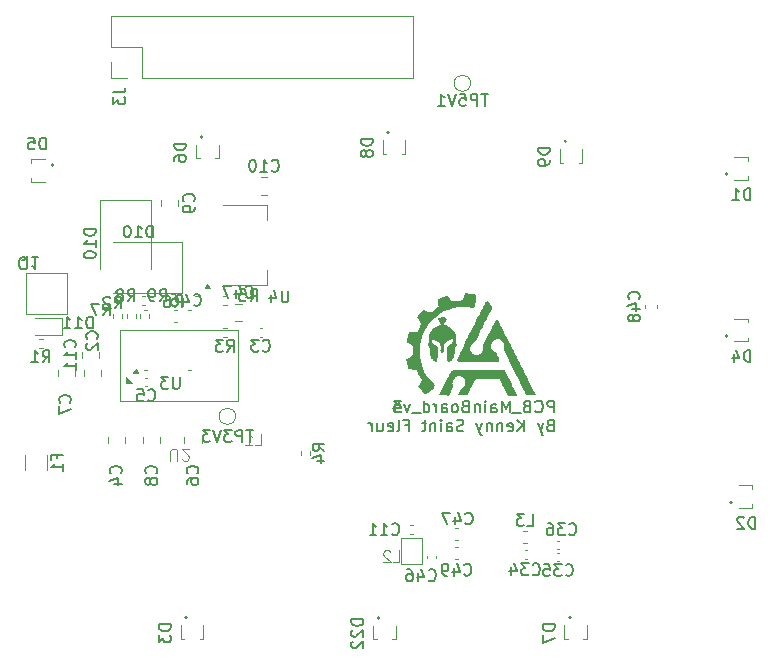
<source format=gbr>
<<<<<<< HEAD
%TF.GenerationSoftware,KiCad,Pcbnew,9.0.0*%
%TF.CreationDate,2025-03-28T10:16:05+01:00*%
%TF.ProjectId,test1,74657374-312e-46b6-9963-61645f706362,rev?*%
%TF.SameCoordinates,Original*%
%TF.FileFunction,Legend,Bot*%
%TF.FilePolarity,Positive*%
%FSLAX46Y46*%
G04 Gerber Fmt 4.6, Leading zero omitted, Abs format (unit mm)*
G04 Created by KiCad (PCBNEW 9.0.0) date 2025-03-28 10:16:05*
%MOMM*%
%LPD*%
G01*
G04 APERTURE LIST*
%ADD10C,0.150000*%
%ADD11C,0.100000*%
%ADD12C,0.120000*%
%ADD13C,0.000000*%
G04 APERTURE END LIST*
D10*
X96063220Y-84659875D02*
X96063220Y-83659875D01*
X96063220Y-83659875D02*
X95682268Y-83659875D01*
X95682268Y-83659875D02*
X95587030Y-83707494D01*
X95587030Y-83707494D02*
X95539411Y-83755113D01*
X95539411Y-83755113D02*
X95491792Y-83850351D01*
X95491792Y-83850351D02*
X95491792Y-83993208D01*
X95491792Y-83993208D02*
X95539411Y-84088446D01*
X95539411Y-84088446D02*
X95587030Y-84136065D01*
X95587030Y-84136065D02*
X95682268Y-84183684D01*
X95682268Y-84183684D02*
X96063220Y-84183684D01*
X94491792Y-84564636D02*
X94539411Y-84612256D01*
X94539411Y-84612256D02*
X94682268Y-84659875D01*
X94682268Y-84659875D02*
X94777506Y-84659875D01*
X94777506Y-84659875D02*
X94920363Y-84612256D01*
X94920363Y-84612256D02*
X95015601Y-84517017D01*
X95015601Y-84517017D02*
X95063220Y-84421779D01*
X95063220Y-84421779D02*
X95110839Y-84231303D01*
X95110839Y-84231303D02*
X95110839Y-84088446D01*
X95110839Y-84088446D02*
X95063220Y-83897970D01*
X95063220Y-83897970D02*
X95015601Y-83802732D01*
X95015601Y-83802732D02*
X94920363Y-83707494D01*
X94920363Y-83707494D02*
X94777506Y-83659875D01*
X94777506Y-83659875D02*
X94682268Y-83659875D01*
X94682268Y-83659875D02*
X94539411Y-83707494D01*
X94539411Y-83707494D02*
X94491792Y-83755113D01*
X93729887Y-84136065D02*
X93587030Y-84183684D01*
X93587030Y-84183684D02*
X93539411Y-84231303D01*
X93539411Y-84231303D02*
X93491792Y-84326541D01*
X93491792Y-84326541D02*
X93491792Y-84469398D01*
X93491792Y-84469398D02*
X93539411Y-84564636D01*
X93539411Y-84564636D02*
X93587030Y-84612256D01*
X93587030Y-84612256D02*
X93682268Y-84659875D01*
X93682268Y-84659875D02*
X94063220Y-84659875D01*
X94063220Y-84659875D02*
X94063220Y-83659875D01*
X94063220Y-83659875D02*
X93729887Y-83659875D01*
X93729887Y-83659875D02*
X93634649Y-83707494D01*
X93634649Y-83707494D02*
X93587030Y-83755113D01*
X93587030Y-83755113D02*
X93539411Y-83850351D01*
X93539411Y-83850351D02*
X93539411Y-83945589D01*
X93539411Y-83945589D02*
X93587030Y-84040827D01*
X93587030Y-84040827D02*
X93634649Y-84088446D01*
X93634649Y-84088446D02*
X93729887Y-84136065D01*
X93729887Y-84136065D02*
X94063220Y-84136065D01*
X93301316Y-84755113D02*
X92539411Y-84755113D01*
X92301315Y-84659875D02*
X92301315Y-83659875D01*
X92301315Y-83659875D02*
X91967982Y-84374160D01*
X91967982Y-84374160D02*
X91634649Y-83659875D01*
X91634649Y-83659875D02*
X91634649Y-84659875D01*
X90729887Y-84659875D02*
X90729887Y-84136065D01*
X90729887Y-84136065D02*
X90777506Y-84040827D01*
X90777506Y-84040827D02*
X90872744Y-83993208D01*
X90872744Y-83993208D02*
X91063220Y-83993208D01*
X91063220Y-83993208D02*
X91158458Y-84040827D01*
X90729887Y-84612256D02*
X90825125Y-84659875D01*
X90825125Y-84659875D02*
X91063220Y-84659875D01*
X91063220Y-84659875D02*
X91158458Y-84612256D01*
X91158458Y-84612256D02*
X91206077Y-84517017D01*
X91206077Y-84517017D02*
X91206077Y-84421779D01*
X91206077Y-84421779D02*
X91158458Y-84326541D01*
X91158458Y-84326541D02*
X91063220Y-84278922D01*
X91063220Y-84278922D02*
X90825125Y-84278922D01*
X90825125Y-84278922D02*
X90729887Y-84231303D01*
X90253696Y-84659875D02*
X90253696Y-83993208D01*
X90253696Y-83659875D02*
X90301315Y-83707494D01*
X90301315Y-83707494D02*
X90253696Y-83755113D01*
X90253696Y-83755113D02*
X90206077Y-83707494D01*
X90206077Y-83707494D02*
X90253696Y-83659875D01*
X90253696Y-83659875D02*
X90253696Y-83755113D01*
X89777506Y-83993208D02*
X89777506Y-84659875D01*
X89777506Y-84088446D02*
X89729887Y-84040827D01*
X89729887Y-84040827D02*
X89634649Y-83993208D01*
X89634649Y-83993208D02*
X89491792Y-83993208D01*
X89491792Y-83993208D02*
X89396554Y-84040827D01*
X89396554Y-84040827D02*
X89348935Y-84136065D01*
X89348935Y-84136065D02*
X89348935Y-84659875D01*
X88539411Y-84136065D02*
X88396554Y-84183684D01*
X88396554Y-84183684D02*
X88348935Y-84231303D01*
X88348935Y-84231303D02*
X88301316Y-84326541D01*
X88301316Y-84326541D02*
X88301316Y-84469398D01*
X88301316Y-84469398D02*
X88348935Y-84564636D01*
X88348935Y-84564636D02*
X88396554Y-84612256D01*
X88396554Y-84612256D02*
X88491792Y-84659875D01*
X88491792Y-84659875D02*
X88872744Y-84659875D01*
X88872744Y-84659875D02*
X88872744Y-83659875D01*
X88872744Y-83659875D02*
X88539411Y-83659875D01*
X88539411Y-83659875D02*
X88444173Y-83707494D01*
X88444173Y-83707494D02*
X88396554Y-83755113D01*
X88396554Y-83755113D02*
X88348935Y-83850351D01*
X88348935Y-83850351D02*
X88348935Y-83945589D01*
X88348935Y-83945589D02*
X88396554Y-84040827D01*
X88396554Y-84040827D02*
X88444173Y-84088446D01*
X88444173Y-84088446D02*
X88539411Y-84136065D01*
X88539411Y-84136065D02*
X88872744Y-84136065D01*
X87729887Y-84659875D02*
X87825125Y-84612256D01*
X87825125Y-84612256D02*
X87872744Y-84564636D01*
X87872744Y-84564636D02*
X87920363Y-84469398D01*
X87920363Y-84469398D02*
X87920363Y-84183684D01*
X87920363Y-84183684D02*
X87872744Y-84088446D01*
X87872744Y-84088446D02*
X87825125Y-84040827D01*
X87825125Y-84040827D02*
X87729887Y-83993208D01*
X87729887Y-83993208D02*
X87587030Y-83993208D01*
X87587030Y-83993208D02*
X87491792Y-84040827D01*
X87491792Y-84040827D02*
X87444173Y-84088446D01*
X87444173Y-84088446D02*
X87396554Y-84183684D01*
X87396554Y-84183684D02*
X87396554Y-84469398D01*
X87396554Y-84469398D02*
X87444173Y-84564636D01*
X87444173Y-84564636D02*
X87491792Y-84612256D01*
X87491792Y-84612256D02*
X87587030Y-84659875D01*
X87587030Y-84659875D02*
X87729887Y-84659875D01*
X86539411Y-84659875D02*
X86539411Y-84136065D01*
X86539411Y-84136065D02*
X86587030Y-84040827D01*
X86587030Y-84040827D02*
X86682268Y-83993208D01*
X86682268Y-83993208D02*
X86872744Y-83993208D01*
X86872744Y-83993208D02*
X86967982Y-84040827D01*
X86539411Y-84612256D02*
X86634649Y-84659875D01*
X86634649Y-84659875D02*
X86872744Y-84659875D01*
X86872744Y-84659875D02*
X86967982Y-84612256D01*
X86967982Y-84612256D02*
X87015601Y-84517017D01*
X87015601Y-84517017D02*
X87015601Y-84421779D01*
X87015601Y-84421779D02*
X86967982Y-84326541D01*
X86967982Y-84326541D02*
X86872744Y-84278922D01*
X86872744Y-84278922D02*
X86634649Y-84278922D01*
X86634649Y-84278922D02*
X86539411Y-84231303D01*
X86063220Y-84659875D02*
X86063220Y-83993208D01*
X86063220Y-84183684D02*
X86015601Y-84088446D01*
X86015601Y-84088446D02*
X85967982Y-84040827D01*
X85967982Y-84040827D02*
X85872744Y-83993208D01*
X85872744Y-83993208D02*
X85777506Y-83993208D01*
X85015601Y-84659875D02*
X85015601Y-83659875D01*
X85015601Y-84612256D02*
X85110839Y-84659875D01*
X85110839Y-84659875D02*
X85301315Y-84659875D01*
X85301315Y-84659875D02*
X85396553Y-84612256D01*
X85396553Y-84612256D02*
X85444172Y-84564636D01*
X85444172Y-84564636D02*
X85491791Y-84469398D01*
X85491791Y-84469398D02*
X85491791Y-84183684D01*
X85491791Y-84183684D02*
X85444172Y-84088446D01*
X85444172Y-84088446D02*
X85396553Y-84040827D01*
X85396553Y-84040827D02*
X85301315Y-83993208D01*
X85301315Y-83993208D02*
X85110839Y-83993208D01*
X85110839Y-83993208D02*
X85015601Y-84040827D01*
X84777506Y-84755113D02*
X84015601Y-84755113D01*
X83872743Y-83993208D02*
X83634648Y-84659875D01*
X83634648Y-84659875D02*
X83396553Y-83993208D01*
X82587029Y-83993208D02*
X82587029Y-84659875D01*
X82825124Y-83612256D02*
X83063219Y-84326541D01*
X83063219Y-84326541D02*
X82444172Y-84326541D01*
X95729887Y-85746009D02*
X95587030Y-85793628D01*
X95587030Y-85793628D02*
X95539411Y-85841247D01*
X95539411Y-85841247D02*
X95491792Y-85936485D01*
X95491792Y-85936485D02*
X95491792Y-86079342D01*
X95491792Y-86079342D02*
X95539411Y-86174580D01*
X95539411Y-86174580D02*
X95587030Y-86222200D01*
X95587030Y-86222200D02*
X95682268Y-86269819D01*
X95682268Y-86269819D02*
X96063220Y-86269819D01*
X96063220Y-86269819D02*
X96063220Y-85269819D01*
X96063220Y-85269819D02*
X95729887Y-85269819D01*
X95729887Y-85269819D02*
X95634649Y-85317438D01*
X95634649Y-85317438D02*
X95587030Y-85365057D01*
X95587030Y-85365057D02*
X95539411Y-85460295D01*
X95539411Y-85460295D02*
X95539411Y-85555533D01*
X95539411Y-85555533D02*
X95587030Y-85650771D01*
X95587030Y-85650771D02*
X95634649Y-85698390D01*
X95634649Y-85698390D02*
X95729887Y-85746009D01*
X95729887Y-85746009D02*
X96063220Y-85746009D01*
X95158458Y-85603152D02*
X94920363Y-86269819D01*
X94682268Y-85603152D02*
X94920363Y-86269819D01*
X94920363Y-86269819D02*
X95015601Y-86507914D01*
X95015601Y-86507914D02*
X95063220Y-86555533D01*
X95063220Y-86555533D02*
X95158458Y-86603152D01*
X93539410Y-86269819D02*
X93539410Y-85269819D01*
X92967982Y-86269819D02*
X93396553Y-85698390D01*
X92967982Y-85269819D02*
X93539410Y-85841247D01*
X92158458Y-86222200D02*
X92253696Y-86269819D01*
X92253696Y-86269819D02*
X92444172Y-86269819D01*
X92444172Y-86269819D02*
X92539410Y-86222200D01*
X92539410Y-86222200D02*
X92587029Y-86126961D01*
X92587029Y-86126961D02*
X92587029Y-85746009D01*
X92587029Y-85746009D02*
X92539410Y-85650771D01*
X92539410Y-85650771D02*
X92444172Y-85603152D01*
X92444172Y-85603152D02*
X92253696Y-85603152D01*
X92253696Y-85603152D02*
X92158458Y-85650771D01*
X92158458Y-85650771D02*
X92110839Y-85746009D01*
X92110839Y-85746009D02*
X92110839Y-85841247D01*
X92110839Y-85841247D02*
X92587029Y-85936485D01*
X91682267Y-85603152D02*
X91682267Y-86269819D01*
X91682267Y-85698390D02*
X91634648Y-85650771D01*
X91634648Y-85650771D02*
X91539410Y-85603152D01*
X91539410Y-85603152D02*
X91396553Y-85603152D01*
X91396553Y-85603152D02*
X91301315Y-85650771D01*
X91301315Y-85650771D02*
X91253696Y-85746009D01*
X91253696Y-85746009D02*
X91253696Y-86269819D01*
X90777505Y-85603152D02*
X90777505Y-86269819D01*
X90777505Y-85698390D02*
X90729886Y-85650771D01*
X90729886Y-85650771D02*
X90634648Y-85603152D01*
X90634648Y-85603152D02*
X90491791Y-85603152D01*
X90491791Y-85603152D02*
X90396553Y-85650771D01*
X90396553Y-85650771D02*
X90348934Y-85746009D01*
X90348934Y-85746009D02*
X90348934Y-86269819D01*
X89967981Y-85603152D02*
X89729886Y-86269819D01*
X89491791Y-85603152D02*
X89729886Y-86269819D01*
X89729886Y-86269819D02*
X89825124Y-86507914D01*
X89825124Y-86507914D02*
X89872743Y-86555533D01*
X89872743Y-86555533D02*
X89967981Y-86603152D01*
X88396552Y-86222200D02*
X88253695Y-86269819D01*
X88253695Y-86269819D02*
X88015600Y-86269819D01*
X88015600Y-86269819D02*
X87920362Y-86222200D01*
X87920362Y-86222200D02*
X87872743Y-86174580D01*
X87872743Y-86174580D02*
X87825124Y-86079342D01*
X87825124Y-86079342D02*
X87825124Y-85984104D01*
X87825124Y-85984104D02*
X87872743Y-85888866D01*
X87872743Y-85888866D02*
X87920362Y-85841247D01*
X87920362Y-85841247D02*
X88015600Y-85793628D01*
X88015600Y-85793628D02*
X88206076Y-85746009D01*
X88206076Y-85746009D02*
X88301314Y-85698390D01*
X88301314Y-85698390D02*
X88348933Y-85650771D01*
X88348933Y-85650771D02*
X88396552Y-85555533D01*
X88396552Y-85555533D02*
X88396552Y-85460295D01*
X88396552Y-85460295D02*
X88348933Y-85365057D01*
X88348933Y-85365057D02*
X88301314Y-85317438D01*
X88301314Y-85317438D02*
X88206076Y-85269819D01*
X88206076Y-85269819D02*
X87967981Y-85269819D01*
X87967981Y-85269819D02*
X87825124Y-85317438D01*
X86967981Y-86269819D02*
X86967981Y-85746009D01*
X86967981Y-85746009D02*
X87015600Y-85650771D01*
X87015600Y-85650771D02*
X87110838Y-85603152D01*
X87110838Y-85603152D02*
X87301314Y-85603152D01*
X87301314Y-85603152D02*
X87396552Y-85650771D01*
X86967981Y-86222200D02*
X87063219Y-86269819D01*
X87063219Y-86269819D02*
X87301314Y-86269819D01*
X87301314Y-86269819D02*
X87396552Y-86222200D01*
X87396552Y-86222200D02*
X87444171Y-86126961D01*
X87444171Y-86126961D02*
X87444171Y-86031723D01*
X87444171Y-86031723D02*
X87396552Y-85936485D01*
X87396552Y-85936485D02*
X87301314Y-85888866D01*
X87301314Y-85888866D02*
X87063219Y-85888866D01*
X87063219Y-85888866D02*
X86967981Y-85841247D01*
X86491790Y-86269819D02*
X86491790Y-85603152D01*
X86491790Y-85269819D02*
X86539409Y-85317438D01*
X86539409Y-85317438D02*
X86491790Y-85365057D01*
X86491790Y-85365057D02*
X86444171Y-85317438D01*
X86444171Y-85317438D02*
X86491790Y-85269819D01*
X86491790Y-85269819D02*
X86491790Y-85365057D01*
X86015600Y-85603152D02*
X86015600Y-86269819D01*
X86015600Y-85698390D02*
X85967981Y-85650771D01*
X85967981Y-85650771D02*
X85872743Y-85603152D01*
X85872743Y-85603152D02*
X85729886Y-85603152D01*
X85729886Y-85603152D02*
X85634648Y-85650771D01*
X85634648Y-85650771D02*
X85587029Y-85746009D01*
X85587029Y-85746009D02*
X85587029Y-86269819D01*
X85253695Y-85603152D02*
X84872743Y-85603152D01*
X85110838Y-85269819D02*
X85110838Y-86126961D01*
X85110838Y-86126961D02*
X85063219Y-86222200D01*
X85063219Y-86222200D02*
X84967981Y-86269819D01*
X84967981Y-86269819D02*
X84872743Y-86269819D01*
X83444171Y-85746009D02*
X83777504Y-85746009D01*
X83777504Y-86269819D02*
X83777504Y-85269819D01*
X83777504Y-85269819D02*
X83301314Y-85269819D01*
X82777504Y-86269819D02*
X82872742Y-86222200D01*
X82872742Y-86222200D02*
X82920361Y-86126961D01*
X82920361Y-86126961D02*
X82920361Y-85269819D01*
X82015599Y-86222200D02*
X82110837Y-86269819D01*
X82110837Y-86269819D02*
X82301313Y-86269819D01*
X82301313Y-86269819D02*
X82396551Y-86222200D01*
X82396551Y-86222200D02*
X82444170Y-86126961D01*
X82444170Y-86126961D02*
X82444170Y-85746009D01*
X82444170Y-85746009D02*
X82396551Y-85650771D01*
X82396551Y-85650771D02*
X82301313Y-85603152D01*
X82301313Y-85603152D02*
X82110837Y-85603152D01*
X82110837Y-85603152D02*
X82015599Y-85650771D01*
X82015599Y-85650771D02*
X81967980Y-85746009D01*
X81967980Y-85746009D02*
X81967980Y-85841247D01*
X81967980Y-85841247D02*
X82444170Y-85936485D01*
X81110837Y-85603152D02*
X81110837Y-86269819D01*
X81539408Y-85603152D02*
X81539408Y-86126961D01*
X81539408Y-86126961D02*
X81491789Y-86222200D01*
X81491789Y-86222200D02*
X81396551Y-86269819D01*
X81396551Y-86269819D02*
X81253694Y-86269819D01*
X81253694Y-86269819D02*
X81158456Y-86222200D01*
X81158456Y-86222200D02*
X81110837Y-86174580D01*
X80634646Y-86269819D02*
X80634646Y-85603152D01*
X80634646Y-85793628D02*
X80587027Y-85698390D01*
X80587027Y-85698390D02*
X80539408Y-85650771D01*
X80539408Y-85650771D02*
X80444170Y-85603152D01*
X80444170Y-85603152D02*
X80348932Y-85603152D01*
X51504761Y-71449942D02*
X51409523Y-71497561D01*
X51409523Y-71497561D02*
X51314285Y-71592800D01*
X51314285Y-71592800D02*
X51171428Y-71735657D01*
X51171428Y-71735657D02*
X51076190Y-71783276D01*
X51076190Y-71783276D02*
X50980952Y-71783276D01*
X51028571Y-71545180D02*
X50933333Y-71592800D01*
X50933333Y-71592800D02*
X50838095Y-71688038D01*
X50838095Y-71688038D02*
X50790476Y-71878514D01*
X50790476Y-71878514D02*
X50790476Y-72211847D01*
X50790476Y-72211847D02*
X50838095Y-72402323D01*
X50838095Y-72402323D02*
X50933333Y-72497561D01*
X50933333Y-72497561D02*
X51028571Y-72545180D01*
X51028571Y-72545180D02*
X51219047Y-72545180D01*
X51219047Y-72545180D02*
X51314285Y-72497561D01*
X51314285Y-72497561D02*
X51409523Y-72402323D01*
X51409523Y-72402323D02*
X51457142Y-72211847D01*
X51457142Y-72211847D02*
X51457142Y-71878514D01*
X51457142Y-71878514D02*
X51409523Y-71688038D01*
X51409523Y-71688038D02*
X51314285Y-71592800D01*
X51314285Y-71592800D02*
X51219047Y-71545180D01*
X51219047Y-71545180D02*
X51028571Y-71545180D01*
X52409523Y-71545180D02*
X51838095Y-71545180D01*
X52123809Y-71545180D02*
X52123809Y-72545180D01*
X52123809Y-72545180D02*
X52028571Y-72402323D01*
X52028571Y-72402323D02*
X51933333Y-72307085D01*
X51933333Y-72307085D02*
X51838095Y-72259466D01*
X90466666Y-57702819D02*
X89895238Y-57702819D01*
X90180952Y-58702819D02*
X90180952Y-57702819D01*
X89561904Y-58702819D02*
X89561904Y-57702819D01*
X89561904Y-57702819D02*
X89180952Y-57702819D01*
X89180952Y-57702819D02*
X89085714Y-57750438D01*
X89085714Y-57750438D02*
X89038095Y-57798057D01*
X89038095Y-57798057D02*
X88990476Y-57893295D01*
X88990476Y-57893295D02*
X88990476Y-58036152D01*
X88990476Y-58036152D02*
X89038095Y-58131390D01*
X89038095Y-58131390D02*
X89085714Y-58179009D01*
X89085714Y-58179009D02*
X89180952Y-58226628D01*
X89180952Y-58226628D02*
X89561904Y-58226628D01*
X88085714Y-57702819D02*
X88561904Y-57702819D01*
X88561904Y-57702819D02*
X88609523Y-58179009D01*
X88609523Y-58179009D02*
X88561904Y-58131390D01*
X88561904Y-58131390D02*
X88466666Y-58083771D01*
X88466666Y-58083771D02*
X88228571Y-58083771D01*
X88228571Y-58083771D02*
X88133333Y-58131390D01*
X88133333Y-58131390D02*
X88085714Y-58179009D01*
X88085714Y-58179009D02*
X88038095Y-58274247D01*
X88038095Y-58274247D02*
X88038095Y-58512342D01*
X88038095Y-58512342D02*
X88085714Y-58607580D01*
X88085714Y-58607580D02*
X88133333Y-58655200D01*
X88133333Y-58655200D02*
X88228571Y-58702819D01*
X88228571Y-58702819D02*
X88466666Y-58702819D01*
X88466666Y-58702819D02*
X88561904Y-58655200D01*
X88561904Y-58655200D02*
X88609523Y-58607580D01*
X87752380Y-57702819D02*
X87419047Y-58702819D01*
X87419047Y-58702819D02*
X87085714Y-57702819D01*
X86228571Y-58702819D02*
X86799999Y-58702819D01*
X86514285Y-58702819D02*
X86514285Y-57702819D01*
X86514285Y-57702819D02*
X86609523Y-57845676D01*
X86609523Y-57845676D02*
X86704761Y-57940914D01*
X86704761Y-57940914D02*
X86799999Y-57988533D01*
X64904819Y-61911905D02*
X63904819Y-61911905D01*
X63904819Y-61911905D02*
X63904819Y-62150000D01*
X63904819Y-62150000D02*
X63952438Y-62292857D01*
X63952438Y-62292857D02*
X64047676Y-62388095D01*
X64047676Y-62388095D02*
X64142914Y-62435714D01*
X64142914Y-62435714D02*
X64333390Y-62483333D01*
X64333390Y-62483333D02*
X64476247Y-62483333D01*
X64476247Y-62483333D02*
X64666723Y-62435714D01*
X64666723Y-62435714D02*
X64761961Y-62388095D01*
X64761961Y-62388095D02*
X64857200Y-62292857D01*
X64857200Y-62292857D02*
X64904819Y-62150000D01*
X64904819Y-62150000D02*
X64904819Y-61911905D01*
X63904819Y-63340476D02*
X63904819Y-63150000D01*
X63904819Y-63150000D02*
X63952438Y-63054762D01*
X63952438Y-63054762D02*
X64000057Y-63007143D01*
X64000057Y-63007143D02*
X64142914Y-62911905D01*
X64142914Y-62911905D02*
X64333390Y-62864286D01*
X64333390Y-62864286D02*
X64714342Y-62864286D01*
X64714342Y-62864286D02*
X64809580Y-62911905D01*
X64809580Y-62911905D02*
X64857200Y-62959524D01*
X64857200Y-62959524D02*
X64904819Y-63054762D01*
X64904819Y-63054762D02*
X64904819Y-63245238D01*
X64904819Y-63245238D02*
X64857200Y-63340476D01*
X64857200Y-63340476D02*
X64809580Y-63388095D01*
X64809580Y-63388095D02*
X64714342Y-63435714D01*
X64714342Y-63435714D02*
X64476247Y-63435714D01*
X64476247Y-63435714D02*
X64381009Y-63388095D01*
X64381009Y-63388095D02*
X64333390Y-63340476D01*
X64333390Y-63340476D02*
X64285771Y-63245238D01*
X64285771Y-63245238D02*
X64285771Y-63054762D01*
X64285771Y-63054762D02*
X64333390Y-62959524D01*
X64333390Y-62959524D02*
X64381009Y-62911905D01*
X64381009Y-62911905D02*
X64476247Y-62864286D01*
X53951009Y-88566666D02*
X53951009Y-88233333D01*
X54474819Y-88233333D02*
X53474819Y-88233333D01*
X53474819Y-88233333D02*
X53474819Y-88709523D01*
X54474819Y-89614285D02*
X54474819Y-89042857D01*
X54474819Y-89328571D02*
X53474819Y-89328571D01*
X53474819Y-89328571D02*
X53617676Y-89233333D01*
X53617676Y-89233333D02*
X53712914Y-89138095D01*
X53712914Y-89138095D02*
X53760533Y-89042857D01*
X57254819Y-69135714D02*
X56254819Y-69135714D01*
X56254819Y-69135714D02*
X56254819Y-69373809D01*
X56254819Y-69373809D02*
X56302438Y-69516666D01*
X56302438Y-69516666D02*
X56397676Y-69611904D01*
X56397676Y-69611904D02*
X56492914Y-69659523D01*
X56492914Y-69659523D02*
X56683390Y-69707142D01*
X56683390Y-69707142D02*
X56826247Y-69707142D01*
X56826247Y-69707142D02*
X57016723Y-69659523D01*
X57016723Y-69659523D02*
X57111961Y-69611904D01*
X57111961Y-69611904D02*
X57207200Y-69516666D01*
X57207200Y-69516666D02*
X57254819Y-69373809D01*
X57254819Y-69373809D02*
X57254819Y-69135714D01*
X57254819Y-70659523D02*
X57254819Y-70088095D01*
X57254819Y-70373809D02*
X56254819Y-70373809D01*
X56254819Y-70373809D02*
X56397676Y-70278571D01*
X56397676Y-70278571D02*
X56492914Y-70183333D01*
X56492914Y-70183333D02*
X56540533Y-70088095D01*
X56254819Y-71278571D02*
X56254819Y-71373809D01*
X56254819Y-71373809D02*
X56302438Y-71469047D01*
X56302438Y-71469047D02*
X56350057Y-71516666D01*
X56350057Y-71516666D02*
X56445295Y-71564285D01*
X56445295Y-71564285D02*
X56635771Y-71611904D01*
X56635771Y-71611904D02*
X56873866Y-71611904D01*
X56873866Y-71611904D02*
X57064342Y-71564285D01*
X57064342Y-71564285D02*
X57159580Y-71516666D01*
X57159580Y-71516666D02*
X57207200Y-71469047D01*
X57207200Y-71469047D02*
X57254819Y-71373809D01*
X57254819Y-71373809D02*
X57254819Y-71278571D01*
X57254819Y-71278571D02*
X57207200Y-71183333D01*
X57207200Y-71183333D02*
X57159580Y-71135714D01*
X57159580Y-71135714D02*
X57064342Y-71088095D01*
X57064342Y-71088095D02*
X56873866Y-71040476D01*
X56873866Y-71040476D02*
X56635771Y-71040476D01*
X56635771Y-71040476D02*
X56445295Y-71088095D01*
X56445295Y-71088095D02*
X56350057Y-71135714D01*
X56350057Y-71135714D02*
X56302438Y-71183333D01*
X56302438Y-71183333D02*
X56254819Y-71278571D01*
X103229580Y-75057142D02*
X103277200Y-75009523D01*
X103277200Y-75009523D02*
X103324819Y-74866666D01*
X103324819Y-74866666D02*
X103324819Y-74771428D01*
X103324819Y-74771428D02*
X103277200Y-74628571D01*
X103277200Y-74628571D02*
X103181961Y-74533333D01*
X103181961Y-74533333D02*
X103086723Y-74485714D01*
X103086723Y-74485714D02*
X102896247Y-74438095D01*
X102896247Y-74438095D02*
X102753390Y-74438095D01*
X102753390Y-74438095D02*
X102562914Y-74485714D01*
X102562914Y-74485714D02*
X102467676Y-74533333D01*
X102467676Y-74533333D02*
X102372438Y-74628571D01*
X102372438Y-74628571D02*
X102324819Y-74771428D01*
X102324819Y-74771428D02*
X102324819Y-74866666D01*
X102324819Y-74866666D02*
X102372438Y-75009523D01*
X102372438Y-75009523D02*
X102420057Y-75057142D01*
X102658152Y-75914285D02*
X103324819Y-75914285D01*
X102277200Y-75676190D02*
X102991485Y-75438095D01*
X102991485Y-75438095D02*
X102991485Y-76057142D01*
X102753390Y-76580952D02*
X102705771Y-76485714D01*
X102705771Y-76485714D02*
X102658152Y-76438095D01*
X102658152Y-76438095D02*
X102562914Y-76390476D01*
X102562914Y-76390476D02*
X102515295Y-76390476D01*
X102515295Y-76390476D02*
X102420057Y-76438095D01*
X102420057Y-76438095D02*
X102372438Y-76485714D01*
X102372438Y-76485714D02*
X102324819Y-76580952D01*
X102324819Y-76580952D02*
X102324819Y-76771428D01*
X102324819Y-76771428D02*
X102372438Y-76866666D01*
X102372438Y-76866666D02*
X102420057Y-76914285D01*
X102420057Y-76914285D02*
X102515295Y-76961904D01*
X102515295Y-76961904D02*
X102562914Y-76961904D01*
X102562914Y-76961904D02*
X102658152Y-76914285D01*
X102658152Y-76914285D02*
X102705771Y-76866666D01*
X102705771Y-76866666D02*
X102753390Y-76771428D01*
X102753390Y-76771428D02*
X102753390Y-76580952D01*
X102753390Y-76580952D02*
X102801009Y-76485714D01*
X102801009Y-76485714D02*
X102848628Y-76438095D01*
X102848628Y-76438095D02*
X102943866Y-76390476D01*
X102943866Y-76390476D02*
X103134342Y-76390476D01*
X103134342Y-76390476D02*
X103229580Y-76438095D01*
X103229580Y-76438095D02*
X103277200Y-76485714D01*
X103277200Y-76485714D02*
X103324819Y-76580952D01*
X103324819Y-76580952D02*
X103324819Y-76771428D01*
X103324819Y-76771428D02*
X103277200Y-76866666D01*
X103277200Y-76866666D02*
X103229580Y-76914285D01*
X103229580Y-76914285D02*
X103134342Y-76961904D01*
X103134342Y-76961904D02*
X102943866Y-76961904D01*
X102943866Y-76961904D02*
X102848628Y-76914285D01*
X102848628Y-76914285D02*
X102801009Y-76866666D01*
X102801009Y-76866666D02*
X102753390Y-76771428D01*
X112688094Y-66704819D02*
X112688094Y-65704819D01*
X112688094Y-65704819D02*
X112449999Y-65704819D01*
X112449999Y-65704819D02*
X112307142Y-65752438D01*
X112307142Y-65752438D02*
X112211904Y-65847676D01*
X112211904Y-65847676D02*
X112164285Y-65942914D01*
X112164285Y-65942914D02*
X112116666Y-66133390D01*
X112116666Y-66133390D02*
X112116666Y-66276247D01*
X112116666Y-66276247D02*
X112164285Y-66466723D01*
X112164285Y-66466723D02*
X112211904Y-66561961D01*
X112211904Y-66561961D02*
X112307142Y-66657200D01*
X112307142Y-66657200D02*
X112449999Y-66704819D01*
X112449999Y-66704819D02*
X112688094Y-66704819D01*
X111164285Y-66704819D02*
X111735713Y-66704819D01*
X111449999Y-66704819D02*
X111449999Y-65704819D01*
X111449999Y-65704819D02*
X111545237Y-65847676D01*
X111545237Y-65847676D02*
X111640475Y-65942914D01*
X111640475Y-65942914D02*
X111735713Y-65990533D01*
X80704819Y-61511905D02*
X79704819Y-61511905D01*
X79704819Y-61511905D02*
X79704819Y-61750000D01*
X79704819Y-61750000D02*
X79752438Y-61892857D01*
X79752438Y-61892857D02*
X79847676Y-61988095D01*
X79847676Y-61988095D02*
X79942914Y-62035714D01*
X79942914Y-62035714D02*
X80133390Y-62083333D01*
X80133390Y-62083333D02*
X80276247Y-62083333D01*
X80276247Y-62083333D02*
X80466723Y-62035714D01*
X80466723Y-62035714D02*
X80561961Y-61988095D01*
X80561961Y-61988095D02*
X80657200Y-61892857D01*
X80657200Y-61892857D02*
X80704819Y-61750000D01*
X80704819Y-61750000D02*
X80704819Y-61511905D01*
X80133390Y-62654762D02*
X80085771Y-62559524D01*
X80085771Y-62559524D02*
X80038152Y-62511905D01*
X80038152Y-62511905D02*
X79942914Y-62464286D01*
X79942914Y-62464286D02*
X79895295Y-62464286D01*
X79895295Y-62464286D02*
X79800057Y-62511905D01*
X79800057Y-62511905D02*
X79752438Y-62559524D01*
X79752438Y-62559524D02*
X79704819Y-62654762D01*
X79704819Y-62654762D02*
X79704819Y-62845238D01*
X79704819Y-62845238D02*
X79752438Y-62940476D01*
X79752438Y-62940476D02*
X79800057Y-62988095D01*
X79800057Y-62988095D02*
X79895295Y-63035714D01*
X79895295Y-63035714D02*
X79942914Y-63035714D01*
X79942914Y-63035714D02*
X80038152Y-62988095D01*
X80038152Y-62988095D02*
X80085771Y-62940476D01*
X80085771Y-62940476D02*
X80133390Y-62845238D01*
X80133390Y-62845238D02*
X80133390Y-62654762D01*
X80133390Y-62654762D02*
X80181009Y-62559524D01*
X80181009Y-62559524D02*
X80228628Y-62511905D01*
X80228628Y-62511905D02*
X80323866Y-62464286D01*
X80323866Y-62464286D02*
X80514342Y-62464286D01*
X80514342Y-62464286D02*
X80609580Y-62511905D01*
X80609580Y-62511905D02*
X80657200Y-62559524D01*
X80657200Y-62559524D02*
X80704819Y-62654762D01*
X80704819Y-62654762D02*
X80704819Y-62845238D01*
X80704819Y-62845238D02*
X80657200Y-62940476D01*
X80657200Y-62940476D02*
X80609580Y-62988095D01*
X80609580Y-62988095D02*
X80514342Y-63035714D01*
X80514342Y-63035714D02*
X80323866Y-63035714D01*
X80323866Y-63035714D02*
X80228628Y-62988095D01*
X80228628Y-62988095D02*
X80181009Y-62940476D01*
X80181009Y-62940476D02*
X80133390Y-62845238D01*
X62666666Y-75254819D02*
X62999999Y-74778628D01*
X63238094Y-75254819D02*
X63238094Y-74254819D01*
X63238094Y-74254819D02*
X62857142Y-74254819D01*
X62857142Y-74254819D02*
X62761904Y-74302438D01*
X62761904Y-74302438D02*
X62714285Y-74350057D01*
X62714285Y-74350057D02*
X62666666Y-74445295D01*
X62666666Y-74445295D02*
X62666666Y-74588152D01*
X62666666Y-74588152D02*
X62714285Y-74683390D01*
X62714285Y-74683390D02*
X62761904Y-74731009D01*
X62761904Y-74731009D02*
X62857142Y-74778628D01*
X62857142Y-74778628D02*
X63238094Y-74778628D01*
X62190475Y-75254819D02*
X61999999Y-75254819D01*
X61999999Y-75254819D02*
X61904761Y-75207200D01*
X61904761Y-75207200D02*
X61857142Y-75159580D01*
X61857142Y-75159580D02*
X61761904Y-75016723D01*
X61761904Y-75016723D02*
X61714285Y-74826247D01*
X61714285Y-74826247D02*
X61714285Y-74445295D01*
X61714285Y-74445295D02*
X61761904Y-74350057D01*
X61761904Y-74350057D02*
X61809523Y-74302438D01*
X61809523Y-74302438D02*
X61904761Y-74254819D01*
X61904761Y-74254819D02*
X62095237Y-74254819D01*
X62095237Y-74254819D02*
X62190475Y-74302438D01*
X62190475Y-74302438D02*
X62238094Y-74350057D01*
X62238094Y-74350057D02*
X62285713Y-74445295D01*
X62285713Y-74445295D02*
X62285713Y-74683390D01*
X62285713Y-74683390D02*
X62238094Y-74778628D01*
X62238094Y-74778628D02*
X62190475Y-74826247D01*
X62190475Y-74826247D02*
X62095237Y-74873866D01*
X62095237Y-74873866D02*
X61904761Y-74873866D01*
X61904761Y-74873866D02*
X61809523Y-74826247D01*
X61809523Y-74826247D02*
X61761904Y-74778628D01*
X61761904Y-74778628D02*
X61714285Y-74683390D01*
X53038094Y-62404819D02*
X53038094Y-61404819D01*
X53038094Y-61404819D02*
X52799999Y-61404819D01*
X52799999Y-61404819D02*
X52657142Y-61452438D01*
X52657142Y-61452438D02*
X52561904Y-61547676D01*
X52561904Y-61547676D02*
X52514285Y-61642914D01*
X52514285Y-61642914D02*
X52466666Y-61833390D01*
X52466666Y-61833390D02*
X52466666Y-61976247D01*
X52466666Y-61976247D02*
X52514285Y-62166723D01*
X52514285Y-62166723D02*
X52561904Y-62261961D01*
X52561904Y-62261961D02*
X52657142Y-62357200D01*
X52657142Y-62357200D02*
X52799999Y-62404819D01*
X52799999Y-62404819D02*
X53038094Y-62404819D01*
X51561904Y-61404819D02*
X52038094Y-61404819D01*
X52038094Y-61404819D02*
X52085713Y-61881009D01*
X52085713Y-61881009D02*
X52038094Y-61833390D01*
X52038094Y-61833390D02*
X51942856Y-61785771D01*
X51942856Y-61785771D02*
X51704761Y-61785771D01*
X51704761Y-61785771D02*
X51609523Y-61833390D01*
X51609523Y-61833390D02*
X51561904Y-61881009D01*
X51561904Y-61881009D02*
X51514285Y-61976247D01*
X51514285Y-61976247D02*
X51514285Y-62214342D01*
X51514285Y-62214342D02*
X51561904Y-62309580D01*
X51561904Y-62309580D02*
X51609523Y-62357200D01*
X51609523Y-62357200D02*
X51704761Y-62404819D01*
X51704761Y-62404819D02*
X51942856Y-62404819D01*
X51942856Y-62404819D02*
X52038094Y-62357200D01*
X52038094Y-62357200D02*
X52085713Y-62309580D01*
X57866666Y-76454819D02*
X58199999Y-75978628D01*
X58438094Y-76454819D02*
X58438094Y-75454819D01*
X58438094Y-75454819D02*
X58057142Y-75454819D01*
X58057142Y-75454819D02*
X57961904Y-75502438D01*
X57961904Y-75502438D02*
X57914285Y-75550057D01*
X57914285Y-75550057D02*
X57866666Y-75645295D01*
X57866666Y-75645295D02*
X57866666Y-75788152D01*
X57866666Y-75788152D02*
X57914285Y-75883390D01*
X57914285Y-75883390D02*
X57961904Y-75931009D01*
X57961904Y-75931009D02*
X58057142Y-75978628D01*
X58057142Y-75978628D02*
X58438094Y-75978628D01*
X57533332Y-75454819D02*
X56866666Y-75454819D01*
X56866666Y-75454819D02*
X57295237Y-76454819D01*
X55479580Y-79157142D02*
X55527200Y-79109523D01*
X55527200Y-79109523D02*
X55574819Y-78966666D01*
X55574819Y-78966666D02*
X55574819Y-78871428D01*
X55574819Y-78871428D02*
X55527200Y-78728571D01*
X55527200Y-78728571D02*
X55431961Y-78633333D01*
X55431961Y-78633333D02*
X55336723Y-78585714D01*
X55336723Y-78585714D02*
X55146247Y-78538095D01*
X55146247Y-78538095D02*
X55003390Y-78538095D01*
X55003390Y-78538095D02*
X54812914Y-78585714D01*
X54812914Y-78585714D02*
X54717676Y-78633333D01*
X54717676Y-78633333D02*
X54622438Y-78728571D01*
X54622438Y-78728571D02*
X54574819Y-78871428D01*
X54574819Y-78871428D02*
X54574819Y-78966666D01*
X54574819Y-78966666D02*
X54622438Y-79109523D01*
X54622438Y-79109523D02*
X54670057Y-79157142D01*
X55574819Y-80109523D02*
X55574819Y-79538095D01*
X55574819Y-79823809D02*
X54574819Y-79823809D01*
X54574819Y-79823809D02*
X54717676Y-79728571D01*
X54717676Y-79728571D02*
X54812914Y-79633333D01*
X54812914Y-79633333D02*
X54860533Y-79538095D01*
X55574819Y-81061904D02*
X55574819Y-80490476D01*
X55574819Y-80776190D02*
X54574819Y-80776190D01*
X54574819Y-80776190D02*
X54717676Y-80680952D01*
X54717676Y-80680952D02*
X54812914Y-80585714D01*
X54812914Y-80585714D02*
X54860533Y-80490476D01*
X95704819Y-62261905D02*
X94704819Y-62261905D01*
X94704819Y-62261905D02*
X94704819Y-62500000D01*
X94704819Y-62500000D02*
X94752438Y-62642857D01*
X94752438Y-62642857D02*
X94847676Y-62738095D01*
X94847676Y-62738095D02*
X94942914Y-62785714D01*
X94942914Y-62785714D02*
X95133390Y-62833333D01*
X95133390Y-62833333D02*
X95276247Y-62833333D01*
X95276247Y-62833333D02*
X95466723Y-62785714D01*
X95466723Y-62785714D02*
X95561961Y-62738095D01*
X95561961Y-62738095D02*
X95657200Y-62642857D01*
X95657200Y-62642857D02*
X95704819Y-62500000D01*
X95704819Y-62500000D02*
X95704819Y-62261905D01*
X95704819Y-63309524D02*
X95704819Y-63500000D01*
X95704819Y-63500000D02*
X95657200Y-63595238D01*
X95657200Y-63595238D02*
X95609580Y-63642857D01*
X95609580Y-63642857D02*
X95466723Y-63738095D01*
X95466723Y-63738095D02*
X95276247Y-63785714D01*
X95276247Y-63785714D02*
X94895295Y-63785714D01*
X94895295Y-63785714D02*
X94800057Y-63738095D01*
X94800057Y-63738095D02*
X94752438Y-63690476D01*
X94752438Y-63690476D02*
X94704819Y-63595238D01*
X94704819Y-63595238D02*
X94704819Y-63404762D01*
X94704819Y-63404762D02*
X94752438Y-63309524D01*
X94752438Y-63309524D02*
X94800057Y-63261905D01*
X94800057Y-63261905D02*
X94895295Y-63214286D01*
X94895295Y-63214286D02*
X95133390Y-63214286D01*
X95133390Y-63214286D02*
X95228628Y-63261905D01*
X95228628Y-63261905D02*
X95276247Y-63309524D01*
X95276247Y-63309524D02*
X95323866Y-63404762D01*
X95323866Y-63404762D02*
X95323866Y-63595238D01*
X95323866Y-63595238D02*
X95276247Y-63690476D01*
X95276247Y-63690476D02*
X95228628Y-63738095D01*
X95228628Y-63738095D02*
X95133390Y-63785714D01*
X96104819Y-102611905D02*
X95104819Y-102611905D01*
X95104819Y-102611905D02*
X95104819Y-102850000D01*
X95104819Y-102850000D02*
X95152438Y-102992857D01*
X95152438Y-102992857D02*
X95247676Y-103088095D01*
X95247676Y-103088095D02*
X95342914Y-103135714D01*
X95342914Y-103135714D02*
X95533390Y-103183333D01*
X95533390Y-103183333D02*
X95676247Y-103183333D01*
X95676247Y-103183333D02*
X95866723Y-103135714D01*
X95866723Y-103135714D02*
X95961961Y-103088095D01*
X95961961Y-103088095D02*
X96057200Y-102992857D01*
X96057200Y-102992857D02*
X96104819Y-102850000D01*
X96104819Y-102850000D02*
X96104819Y-102611905D01*
X95104819Y-103516667D02*
X95104819Y-104183333D01*
X95104819Y-104183333D02*
X96104819Y-103754762D01*
X65542857Y-75559580D02*
X65590476Y-75607200D01*
X65590476Y-75607200D02*
X65733333Y-75654819D01*
X65733333Y-75654819D02*
X65828571Y-75654819D01*
X65828571Y-75654819D02*
X65971428Y-75607200D01*
X65971428Y-75607200D02*
X66066666Y-75511961D01*
X66066666Y-75511961D02*
X66114285Y-75416723D01*
X66114285Y-75416723D02*
X66161904Y-75226247D01*
X66161904Y-75226247D02*
X66161904Y-75083390D01*
X66161904Y-75083390D02*
X66114285Y-74892914D01*
X66114285Y-74892914D02*
X66066666Y-74797676D01*
X66066666Y-74797676D02*
X65971428Y-74702438D01*
X65971428Y-74702438D02*
X65828571Y-74654819D01*
X65828571Y-74654819D02*
X65733333Y-74654819D01*
X65733333Y-74654819D02*
X65590476Y-74702438D01*
X65590476Y-74702438D02*
X65542857Y-74750057D01*
X64685714Y-74988152D02*
X64685714Y-75654819D01*
X64923809Y-74607200D02*
X65161904Y-75321485D01*
X65161904Y-75321485D02*
X64542857Y-75321485D01*
X63733333Y-74654819D02*
X63923809Y-74654819D01*
X63923809Y-74654819D02*
X64019047Y-74702438D01*
X64019047Y-74702438D02*
X64066666Y-74750057D01*
X64066666Y-74750057D02*
X64161904Y-74892914D01*
X64161904Y-74892914D02*
X64209523Y-75083390D01*
X64209523Y-75083390D02*
X64209523Y-75464342D01*
X64209523Y-75464342D02*
X64161904Y-75559580D01*
X64161904Y-75559580D02*
X64114285Y-75607200D01*
X64114285Y-75607200D02*
X64019047Y-75654819D01*
X64019047Y-75654819D02*
X63828571Y-75654819D01*
X63828571Y-75654819D02*
X63733333Y-75607200D01*
X63733333Y-75607200D02*
X63685714Y-75559580D01*
X63685714Y-75559580D02*
X63638095Y-75464342D01*
X63638095Y-75464342D02*
X63638095Y-75226247D01*
X63638095Y-75226247D02*
X63685714Y-75131009D01*
X63685714Y-75131009D02*
X63733333Y-75083390D01*
X63733333Y-75083390D02*
X63828571Y-75035771D01*
X63828571Y-75035771D02*
X64019047Y-75035771D01*
X64019047Y-75035771D02*
X64114285Y-75083390D01*
X64114285Y-75083390D02*
X64161904Y-75131009D01*
X64161904Y-75131009D02*
X64209523Y-75226247D01*
X58754819Y-57566666D02*
X59469104Y-57566666D01*
X59469104Y-57566666D02*
X59611961Y-57519047D01*
X59611961Y-57519047D02*
X59707200Y-57423809D01*
X59707200Y-57423809D02*
X59754819Y-57280952D01*
X59754819Y-57280952D02*
X59754819Y-57185714D01*
X58754819Y-57947619D02*
X58754819Y-58566666D01*
X58754819Y-58566666D02*
X59135771Y-58233333D01*
X59135771Y-58233333D02*
X59135771Y-58376190D01*
X59135771Y-58376190D02*
X59183390Y-58471428D01*
X59183390Y-58471428D02*
X59231009Y-58519047D01*
X59231009Y-58519047D02*
X59326247Y-58566666D01*
X59326247Y-58566666D02*
X59564342Y-58566666D01*
X59564342Y-58566666D02*
X59659580Y-58519047D01*
X59659580Y-58519047D02*
X59707200Y-58471428D01*
X59707200Y-58471428D02*
X59754819Y-58376190D01*
X59754819Y-58376190D02*
X59754819Y-58090476D01*
X59754819Y-58090476D02*
X59707200Y-57995238D01*
X59707200Y-57995238D02*
X59659580Y-57947619D01*
X52766666Y-80424819D02*
X53099999Y-79948628D01*
X53338094Y-80424819D02*
X53338094Y-79424819D01*
X53338094Y-79424819D02*
X52957142Y-79424819D01*
X52957142Y-79424819D02*
X52861904Y-79472438D01*
X52861904Y-79472438D02*
X52814285Y-79520057D01*
X52814285Y-79520057D02*
X52766666Y-79615295D01*
X52766666Y-79615295D02*
X52766666Y-79758152D01*
X52766666Y-79758152D02*
X52814285Y-79853390D01*
X52814285Y-79853390D02*
X52861904Y-79901009D01*
X52861904Y-79901009D02*
X52957142Y-79948628D01*
X52957142Y-79948628D02*
X53338094Y-79948628D01*
X51814285Y-80424819D02*
X52385713Y-80424819D01*
X52099999Y-80424819D02*
X52099999Y-79424819D01*
X52099999Y-79424819D02*
X52195237Y-79567676D01*
X52195237Y-79567676D02*
X52290475Y-79662914D01*
X52290475Y-79662914D02*
X52385713Y-79710533D01*
X57014285Y-77554819D02*
X57014285Y-76554819D01*
X57014285Y-76554819D02*
X56776190Y-76554819D01*
X56776190Y-76554819D02*
X56633333Y-76602438D01*
X56633333Y-76602438D02*
X56538095Y-76697676D01*
X56538095Y-76697676D02*
X56490476Y-76792914D01*
X56490476Y-76792914D02*
X56442857Y-76983390D01*
X56442857Y-76983390D02*
X56442857Y-77126247D01*
X56442857Y-77126247D02*
X56490476Y-77316723D01*
X56490476Y-77316723D02*
X56538095Y-77411961D01*
X56538095Y-77411961D02*
X56633333Y-77507200D01*
X56633333Y-77507200D02*
X56776190Y-77554819D01*
X56776190Y-77554819D02*
X57014285Y-77554819D01*
X55490476Y-77554819D02*
X56061904Y-77554819D01*
X55776190Y-77554819D02*
X55776190Y-76554819D01*
X55776190Y-76554819D02*
X55871428Y-76697676D01*
X55871428Y-76697676D02*
X55966666Y-76792914D01*
X55966666Y-76792914D02*
X56061904Y-76840533D01*
X54538095Y-77554819D02*
X55109523Y-77554819D01*
X54823809Y-77554819D02*
X54823809Y-76554819D01*
X54823809Y-76554819D02*
X54919047Y-76697676D01*
X54919047Y-76697676D02*
X55014285Y-76792914D01*
X55014285Y-76792914D02*
X55109523Y-76840533D01*
D11*
X63588095Y-88742580D02*
X63588095Y-87933057D01*
X63588095Y-87933057D02*
X63635714Y-87837819D01*
X63635714Y-87837819D02*
X63683333Y-87790200D01*
X63683333Y-87790200D02*
X63778571Y-87742580D01*
X63778571Y-87742580D02*
X63969047Y-87742580D01*
X63969047Y-87742580D02*
X64064285Y-87790200D01*
X64064285Y-87790200D02*
X64111904Y-87837819D01*
X64111904Y-87837819D02*
X64159523Y-87933057D01*
X64159523Y-87933057D02*
X64159523Y-88742580D01*
X64588095Y-88647342D02*
X64635714Y-88694961D01*
X64635714Y-88694961D02*
X64730952Y-88742580D01*
X64730952Y-88742580D02*
X64969047Y-88742580D01*
X64969047Y-88742580D02*
X65064285Y-88694961D01*
X65064285Y-88694961D02*
X65111904Y-88647342D01*
X65111904Y-88647342D02*
X65159523Y-88552104D01*
X65159523Y-88552104D02*
X65159523Y-88456866D01*
X65159523Y-88456866D02*
X65111904Y-88314009D01*
X65111904Y-88314009D02*
X64540476Y-87742580D01*
X64540476Y-87742580D02*
X65159523Y-87742580D01*
D10*
X113088094Y-94504819D02*
X113088094Y-93504819D01*
X113088094Y-93504819D02*
X112849999Y-93504819D01*
X112849999Y-93504819D02*
X112707142Y-93552438D01*
X112707142Y-93552438D02*
X112611904Y-93647676D01*
X112611904Y-93647676D02*
X112564285Y-93742914D01*
X112564285Y-93742914D02*
X112516666Y-93933390D01*
X112516666Y-93933390D02*
X112516666Y-94076247D01*
X112516666Y-94076247D02*
X112564285Y-94266723D01*
X112564285Y-94266723D02*
X112611904Y-94361961D01*
X112611904Y-94361961D02*
X112707142Y-94457200D01*
X112707142Y-94457200D02*
X112849999Y-94504819D01*
X112849999Y-94504819D02*
X113088094Y-94504819D01*
X112135713Y-93600057D02*
X112088094Y-93552438D01*
X112088094Y-93552438D02*
X111992856Y-93504819D01*
X111992856Y-93504819D02*
X111754761Y-93504819D01*
X111754761Y-93504819D02*
X111659523Y-93552438D01*
X111659523Y-93552438D02*
X111611904Y-93600057D01*
X111611904Y-93600057D02*
X111564285Y-93695295D01*
X111564285Y-93695295D02*
X111564285Y-93790533D01*
X111564285Y-93790533D02*
X111611904Y-93933390D01*
X111611904Y-93933390D02*
X112183332Y-94504819D01*
X112183332Y-94504819D02*
X111564285Y-94504819D01*
X79904819Y-102160714D02*
X78904819Y-102160714D01*
X78904819Y-102160714D02*
X78904819Y-102398809D01*
X78904819Y-102398809D02*
X78952438Y-102541666D01*
X78952438Y-102541666D02*
X79047676Y-102636904D01*
X79047676Y-102636904D02*
X79142914Y-102684523D01*
X79142914Y-102684523D02*
X79333390Y-102732142D01*
X79333390Y-102732142D02*
X79476247Y-102732142D01*
X79476247Y-102732142D02*
X79666723Y-102684523D01*
X79666723Y-102684523D02*
X79761961Y-102636904D01*
X79761961Y-102636904D02*
X79857200Y-102541666D01*
X79857200Y-102541666D02*
X79904819Y-102398809D01*
X79904819Y-102398809D02*
X79904819Y-102160714D01*
X79000057Y-103113095D02*
X78952438Y-103160714D01*
X78952438Y-103160714D02*
X78904819Y-103255952D01*
X78904819Y-103255952D02*
X78904819Y-103494047D01*
X78904819Y-103494047D02*
X78952438Y-103589285D01*
X78952438Y-103589285D02*
X79000057Y-103636904D01*
X79000057Y-103636904D02*
X79095295Y-103684523D01*
X79095295Y-103684523D02*
X79190533Y-103684523D01*
X79190533Y-103684523D02*
X79333390Y-103636904D01*
X79333390Y-103636904D02*
X79904819Y-103065476D01*
X79904819Y-103065476D02*
X79904819Y-103684523D01*
X79000057Y-104065476D02*
X78952438Y-104113095D01*
X78952438Y-104113095D02*
X78904819Y-104208333D01*
X78904819Y-104208333D02*
X78904819Y-104446428D01*
X78904819Y-104446428D02*
X78952438Y-104541666D01*
X78952438Y-104541666D02*
X79000057Y-104589285D01*
X79000057Y-104589285D02*
X79095295Y-104636904D01*
X79095295Y-104636904D02*
X79190533Y-104636904D01*
X79190533Y-104636904D02*
X79333390Y-104589285D01*
X79333390Y-104589285D02*
X79904819Y-104017857D01*
X79904819Y-104017857D02*
X79904819Y-104636904D01*
X59966666Y-75254819D02*
X60299999Y-74778628D01*
X60538094Y-75254819D02*
X60538094Y-74254819D01*
X60538094Y-74254819D02*
X60157142Y-74254819D01*
X60157142Y-74254819D02*
X60061904Y-74302438D01*
X60061904Y-74302438D02*
X60014285Y-74350057D01*
X60014285Y-74350057D02*
X59966666Y-74445295D01*
X59966666Y-74445295D02*
X59966666Y-74588152D01*
X59966666Y-74588152D02*
X60014285Y-74683390D01*
X60014285Y-74683390D02*
X60061904Y-74731009D01*
X60061904Y-74731009D02*
X60157142Y-74778628D01*
X60157142Y-74778628D02*
X60538094Y-74778628D01*
X59395237Y-74683390D02*
X59490475Y-74635771D01*
X59490475Y-74635771D02*
X59538094Y-74588152D01*
X59538094Y-74588152D02*
X59585713Y-74492914D01*
X59585713Y-74492914D02*
X59585713Y-74445295D01*
X59585713Y-74445295D02*
X59538094Y-74350057D01*
X59538094Y-74350057D02*
X59490475Y-74302438D01*
X59490475Y-74302438D02*
X59395237Y-74254819D01*
X59395237Y-74254819D02*
X59204761Y-74254819D01*
X59204761Y-74254819D02*
X59109523Y-74302438D01*
X59109523Y-74302438D02*
X59061904Y-74350057D01*
X59061904Y-74350057D02*
X59014285Y-74445295D01*
X59014285Y-74445295D02*
X59014285Y-74492914D01*
X59014285Y-74492914D02*
X59061904Y-74588152D01*
X59061904Y-74588152D02*
X59109523Y-74635771D01*
X59109523Y-74635771D02*
X59204761Y-74683390D01*
X59204761Y-74683390D02*
X59395237Y-74683390D01*
X59395237Y-74683390D02*
X59490475Y-74731009D01*
X59490475Y-74731009D02*
X59538094Y-74778628D01*
X59538094Y-74778628D02*
X59585713Y-74873866D01*
X59585713Y-74873866D02*
X59585713Y-75064342D01*
X59585713Y-75064342D02*
X59538094Y-75159580D01*
X59538094Y-75159580D02*
X59490475Y-75207200D01*
X59490475Y-75207200D02*
X59395237Y-75254819D01*
X59395237Y-75254819D02*
X59204761Y-75254819D01*
X59204761Y-75254819D02*
X59109523Y-75207200D01*
X59109523Y-75207200D02*
X59061904Y-75159580D01*
X59061904Y-75159580D02*
X59014285Y-75064342D01*
X59014285Y-75064342D02*
X59014285Y-74873866D01*
X59014285Y-74873866D02*
X59061904Y-74778628D01*
X59061904Y-74778628D02*
X59109523Y-74731009D01*
X59109523Y-74731009D02*
X59204761Y-74683390D01*
X112688094Y-80404819D02*
X112688094Y-79404819D01*
X112688094Y-79404819D02*
X112449999Y-79404819D01*
X112449999Y-79404819D02*
X112307142Y-79452438D01*
X112307142Y-79452438D02*
X112211904Y-79547676D01*
X112211904Y-79547676D02*
X112164285Y-79642914D01*
X112164285Y-79642914D02*
X112116666Y-79833390D01*
X112116666Y-79833390D02*
X112116666Y-79976247D01*
X112116666Y-79976247D02*
X112164285Y-80166723D01*
X112164285Y-80166723D02*
X112211904Y-80261961D01*
X112211904Y-80261961D02*
X112307142Y-80357200D01*
X112307142Y-80357200D02*
X112449999Y-80404819D01*
X112449999Y-80404819D02*
X112688094Y-80404819D01*
X111259523Y-79738152D02*
X111259523Y-80404819D01*
X111497618Y-79357200D02*
X111735713Y-80071485D01*
X111735713Y-80071485D02*
X111116666Y-80071485D01*
X69992857Y-74859580D02*
X70040476Y-74907200D01*
X70040476Y-74907200D02*
X70183333Y-74954819D01*
X70183333Y-74954819D02*
X70278571Y-74954819D01*
X70278571Y-74954819D02*
X70421428Y-74907200D01*
X70421428Y-74907200D02*
X70516666Y-74811961D01*
X70516666Y-74811961D02*
X70564285Y-74716723D01*
X70564285Y-74716723D02*
X70611904Y-74526247D01*
X70611904Y-74526247D02*
X70611904Y-74383390D01*
X70611904Y-74383390D02*
X70564285Y-74192914D01*
X70564285Y-74192914D02*
X70516666Y-74097676D01*
X70516666Y-74097676D02*
X70421428Y-74002438D01*
X70421428Y-74002438D02*
X70278571Y-73954819D01*
X70278571Y-73954819D02*
X70183333Y-73954819D01*
X70183333Y-73954819D02*
X70040476Y-74002438D01*
X70040476Y-74002438D02*
X69992857Y-74050057D01*
X69135714Y-74288152D02*
X69135714Y-74954819D01*
X69373809Y-73907200D02*
X69611904Y-74621485D01*
X69611904Y-74621485D02*
X68992857Y-74621485D01*
X68707142Y-73954819D02*
X68040476Y-73954819D01*
X68040476Y-73954819D02*
X68469047Y-74954819D01*
X70566666Y-86154819D02*
X69995238Y-86154819D01*
X70280952Y-87154819D02*
X70280952Y-86154819D01*
X69661904Y-87154819D02*
X69661904Y-86154819D01*
X69661904Y-86154819D02*
X69280952Y-86154819D01*
X69280952Y-86154819D02*
X69185714Y-86202438D01*
X69185714Y-86202438D02*
X69138095Y-86250057D01*
X69138095Y-86250057D02*
X69090476Y-86345295D01*
X69090476Y-86345295D02*
X69090476Y-86488152D01*
X69090476Y-86488152D02*
X69138095Y-86583390D01*
X69138095Y-86583390D02*
X69185714Y-86631009D01*
X69185714Y-86631009D02*
X69280952Y-86678628D01*
X69280952Y-86678628D02*
X69661904Y-86678628D01*
X68757142Y-86154819D02*
X68138095Y-86154819D01*
X68138095Y-86154819D02*
X68471428Y-86535771D01*
X68471428Y-86535771D02*
X68328571Y-86535771D01*
X68328571Y-86535771D02*
X68233333Y-86583390D01*
X68233333Y-86583390D02*
X68185714Y-86631009D01*
X68185714Y-86631009D02*
X68138095Y-86726247D01*
X68138095Y-86726247D02*
X68138095Y-86964342D01*
X68138095Y-86964342D02*
X68185714Y-87059580D01*
X68185714Y-87059580D02*
X68233333Y-87107200D01*
X68233333Y-87107200D02*
X68328571Y-87154819D01*
X68328571Y-87154819D02*
X68614285Y-87154819D01*
X68614285Y-87154819D02*
X68709523Y-87107200D01*
X68709523Y-87107200D02*
X68757142Y-87059580D01*
X67852380Y-86154819D02*
X67519047Y-87154819D01*
X67519047Y-87154819D02*
X67185714Y-86154819D01*
X66947618Y-86154819D02*
X66328571Y-86154819D01*
X66328571Y-86154819D02*
X66661904Y-86535771D01*
X66661904Y-86535771D02*
X66519047Y-86535771D01*
X66519047Y-86535771D02*
X66423809Y-86583390D01*
X66423809Y-86583390D02*
X66376190Y-86631009D01*
X66376190Y-86631009D02*
X66328571Y-86726247D01*
X66328571Y-86726247D02*
X66328571Y-86964342D01*
X66328571Y-86964342D02*
X66376190Y-87059580D01*
X66376190Y-87059580D02*
X66423809Y-87107200D01*
X66423809Y-87107200D02*
X66519047Y-87154819D01*
X66519047Y-87154819D02*
X66804761Y-87154819D01*
X66804761Y-87154819D02*
X66899999Y-87107200D01*
X66899999Y-87107200D02*
X66947618Y-87059580D01*
X76624819Y-87933333D02*
X76148628Y-87600000D01*
X76624819Y-87361905D02*
X75624819Y-87361905D01*
X75624819Y-87361905D02*
X75624819Y-87742857D01*
X75624819Y-87742857D02*
X75672438Y-87838095D01*
X75672438Y-87838095D02*
X75720057Y-87885714D01*
X75720057Y-87885714D02*
X75815295Y-87933333D01*
X75815295Y-87933333D02*
X75958152Y-87933333D01*
X75958152Y-87933333D02*
X76053390Y-87885714D01*
X76053390Y-87885714D02*
X76101009Y-87838095D01*
X76101009Y-87838095D02*
X76148628Y-87742857D01*
X76148628Y-87742857D02*
X76148628Y-87361905D01*
X75958152Y-88790476D02*
X76624819Y-88790476D01*
X75577200Y-88552381D02*
X76291485Y-88314286D01*
X76291485Y-88314286D02*
X76291485Y-88933333D01*
X63604819Y-102611905D02*
X62604819Y-102611905D01*
X62604819Y-102611905D02*
X62604819Y-102850000D01*
X62604819Y-102850000D02*
X62652438Y-102992857D01*
X62652438Y-102992857D02*
X62747676Y-103088095D01*
X62747676Y-103088095D02*
X62842914Y-103135714D01*
X62842914Y-103135714D02*
X63033390Y-103183333D01*
X63033390Y-103183333D02*
X63176247Y-103183333D01*
X63176247Y-103183333D02*
X63366723Y-103135714D01*
X63366723Y-103135714D02*
X63461961Y-103088095D01*
X63461961Y-103088095D02*
X63557200Y-102992857D01*
X63557200Y-102992857D02*
X63604819Y-102850000D01*
X63604819Y-102850000D02*
X63604819Y-102611905D01*
X62604819Y-103516667D02*
X62604819Y-104135714D01*
X62604819Y-104135714D02*
X62985771Y-103802381D01*
X62985771Y-103802381D02*
X62985771Y-103945238D01*
X62985771Y-103945238D02*
X63033390Y-104040476D01*
X63033390Y-104040476D02*
X63081009Y-104088095D01*
X63081009Y-104088095D02*
X63176247Y-104135714D01*
X63176247Y-104135714D02*
X63414342Y-104135714D01*
X63414342Y-104135714D02*
X63509580Y-104088095D01*
X63509580Y-104088095D02*
X63557200Y-104040476D01*
X63557200Y-104040476D02*
X63604819Y-103945238D01*
X63604819Y-103945238D02*
X63604819Y-103659524D01*
X63604819Y-103659524D02*
X63557200Y-103564286D01*
X63557200Y-103564286D02*
X63509580Y-103516667D01*
%TO.C,Q1*%
D12*
X54850000Y-72850000D02*
X51350000Y-72850000D01*
X51350000Y-76350000D01*
X54850000Y-76350000D01*
X54850000Y-72850000D01*
%TO.C,TP5V1*%
X89000000Y-56800000D02*
G75*
G02*
X87600000Y-56800000I-700000J0D01*
G01*
X87600000Y-56800000D02*
G75*
G02*
X89000000Y-56800000I700000J0D01*
G01*
%TO.C,D6*%
X65740000Y-62000000D02*
X65740000Y-63160000D01*
X66050000Y-63160000D02*
X65740000Y-63160000D01*
X67350000Y-63160000D02*
X67660000Y-63160000D01*
X67660000Y-62000000D02*
X67660000Y-63160000D01*
D10*
X66275000Y-61350000D02*
G75*
G02*
X66125000Y-61350000I-75000J0D01*
G01*
X66125000Y-61350000D02*
G75*
G02*
X66275000Y-61350000I75000J0D01*
G01*
D12*
%TO.C,F1*%
X51290000Y-88297936D02*
X51290000Y-89502064D01*
X53110000Y-88297936D02*
X53110000Y-89502064D01*
%TO.C,D10*%
X57650000Y-72500000D02*
X57650000Y-66690000D01*
X61950000Y-66690000D02*
X57650000Y-66690000D01*
X61950000Y-72500000D02*
X61950000Y-66690000D01*
%TO.C,C48*%
X103790000Y-75840580D02*
X103790000Y-75559420D01*
X104810000Y-75840580D02*
X104810000Y-75559420D01*
%TO.C,D1*%
X111300000Y-63040000D02*
X112460000Y-63040000D01*
X111300000Y-64960000D02*
X112460000Y-64960000D01*
X112460000Y-63350000D02*
X112460000Y-63040000D01*
X112460000Y-64650000D02*
X112460000Y-64960000D01*
D10*
X110725000Y-64500000D02*
G75*
G02*
X110575000Y-64500000I-75000J0D01*
G01*
X110575000Y-64500000D02*
G75*
G02*
X110725000Y-64500000I75000J0D01*
G01*
D12*
%TO.C,D8*%
X81540000Y-61600000D02*
X81540000Y-62760000D01*
X81850000Y-62760000D02*
X81540000Y-62760000D01*
X83150000Y-62760000D02*
X83460000Y-62760000D01*
X83460000Y-61600000D02*
X83460000Y-62760000D01*
D10*
X82075000Y-60950000D02*
G75*
G02*
X81925000Y-60950000I-75000J0D01*
G01*
X81925000Y-60950000D02*
G75*
G02*
X82075000Y-60950000I75000J0D01*
G01*
D12*
%TO.C,R9*%
X61020000Y-76346359D02*
X61020000Y-76653641D01*
X61780000Y-76346359D02*
X61780000Y-76653641D01*
D13*
%TO.C,G\u002A\u002A\u002A1*%
G36*
X88705529Y-81092438D02*
G01*
X88919485Y-81092679D01*
X89158775Y-81093038D01*
X89424908Y-81093495D01*
X89719395Y-81094036D01*
X89909112Y-81094390D01*
X90185218Y-81094919D01*
X90433864Y-81095433D01*
X90656521Y-81095954D01*
X90854662Y-81096506D01*
X91029760Y-81097113D01*
X91183286Y-81097798D01*
X91316713Y-81098584D01*
X91431513Y-81099496D01*
X91529157Y-81100557D01*
X91611119Y-81101790D01*
X91678870Y-81103219D01*
X91733883Y-81104867D01*
X91777629Y-81106758D01*
X91811581Y-81108916D01*
X91837211Y-81111364D01*
X91855991Y-81114125D01*
X91869394Y-81117224D01*
X91878891Y-81120683D01*
X91885955Y-81124526D01*
X91892058Y-81128777D01*
X91892963Y-81129446D01*
X91928866Y-81165875D01*
X91956614Y-81209898D01*
X91965341Y-81228229D01*
X91986670Y-81271930D01*
X92019208Y-81338107D01*
X92061850Y-81424529D01*
X92113493Y-81528963D01*
X92173030Y-81649180D01*
X92239359Y-81782946D01*
X92311375Y-81928030D01*
X92387973Y-82082202D01*
X92468048Y-82243229D01*
X92544049Y-82396084D01*
X92619637Y-82548290D01*
X92690228Y-82690623D01*
X92754783Y-82820975D01*
X92812262Y-82937241D01*
X92861623Y-83037311D01*
X92901827Y-83119080D01*
X92931832Y-83180441D01*
X92950598Y-83219286D01*
X92957084Y-83233508D01*
X92957083Y-83233529D01*
X92942504Y-83235457D01*
X92901965Y-83237192D01*
X92839332Y-83238665D01*
X92758468Y-83239804D01*
X92663238Y-83240539D01*
X92557507Y-83240800D01*
X92157930Y-83240800D01*
X91829553Y-82581131D01*
X91823946Y-82569872D01*
X91757965Y-82438161D01*
X91694836Y-82313513D01*
X91636035Y-82198747D01*
X91583037Y-82096683D01*
X91537316Y-82010141D01*
X91500347Y-81941940D01*
X91473605Y-81894900D01*
X91458565Y-81871842D01*
X91415954Y-81822222D01*
X90449104Y-81822222D01*
X89482253Y-81822222D01*
X89431515Y-81856038D01*
X89418599Y-81866459D01*
X89401802Y-81885124D01*
X89381596Y-81913282D01*
X89356574Y-81953400D01*
X89325328Y-82007946D01*
X89286453Y-82079386D01*
X89238539Y-82170187D01*
X89180182Y-82282814D01*
X89109973Y-82419736D01*
X89101863Y-82435602D01*
X89039355Y-82557751D01*
X88978587Y-82676262D01*
X88921529Y-82787308D01*
X88870154Y-82887060D01*
X88826431Y-82971691D01*
X88792333Y-83037372D01*
X88769830Y-83080276D01*
X88700491Y-83210935D01*
X88312679Y-83210935D01*
X88216451Y-83210781D01*
X88121942Y-83210295D01*
X88041606Y-83209526D01*
X87979367Y-83208524D01*
X87939146Y-83207338D01*
X87924868Y-83206018D01*
X87926396Y-83201592D01*
X87937348Y-83174738D01*
X87957119Y-83127855D01*
X87983653Y-83065797D01*
X88014894Y-82993419D01*
X88015172Y-82992778D01*
X88059976Y-82893532D01*
X88099897Y-82816617D01*
X88139421Y-82756050D01*
X88183035Y-82705846D01*
X88235227Y-82660023D01*
X88300483Y-82612598D01*
X88377715Y-82552215D01*
X88455601Y-82465809D01*
X88518403Y-82359788D01*
X88525793Y-82344260D01*
X88542757Y-82302041D01*
X88552741Y-82259805D01*
X88557542Y-82207616D01*
X88558958Y-82135540D01*
X88558737Y-82081909D01*
X88555950Y-82027628D01*
X88548413Y-81985203D01*
X88534059Y-81944278D01*
X88510820Y-81894496D01*
X88492480Y-81859867D01*
X88428537Y-81770768D01*
X88346282Y-81698407D01*
X88240290Y-81637631D01*
X88220074Y-81628212D01*
X88171620Y-81608395D01*
X88127559Y-81597076D01*
X88076486Y-81591965D01*
X88006996Y-81590770D01*
X87953249Y-81592158D01*
X87865840Y-81603866D01*
X87790256Y-81630553D01*
X87717657Y-81675893D01*
X87639201Y-81743557D01*
X87568430Y-81824302D01*
X87506589Y-81934267D01*
X87471200Y-82055268D01*
X87463045Y-82184421D01*
X87482907Y-82318845D01*
X87491568Y-82357193D01*
X87497206Y-82398485D01*
X87496996Y-82439805D01*
X87489811Y-82484938D01*
X87474525Y-82537668D01*
X87450011Y-82601780D01*
X87415142Y-82681057D01*
X87368792Y-82779285D01*
X87309835Y-82900248D01*
X87143340Y-83239119D01*
X86910677Y-83230777D01*
X86896294Y-83230257D01*
X86792973Y-83226295D01*
X86682414Y-83221742D01*
X86576981Y-83217120D01*
X86489033Y-83212952D01*
X86300054Y-83203469D01*
X86799774Y-82217931D01*
X86802080Y-82213384D01*
X86905028Y-82010797D01*
X86995473Y-81833765D01*
X87074067Y-81681065D01*
X87141461Y-81551474D01*
X87198307Y-81443769D01*
X87245256Y-81356727D01*
X87282962Y-81289124D01*
X87312075Y-81239736D01*
X87333248Y-81207341D01*
X87347132Y-81190716D01*
X87379066Y-81168759D01*
X87433152Y-81141535D01*
X87491829Y-81119554D01*
X87495022Y-81118590D01*
X87509069Y-81114609D01*
X87524281Y-81111020D01*
X87542170Y-81107809D01*
X87564246Y-81104956D01*
X87592018Y-81102445D01*
X87626999Y-81100259D01*
X87670697Y-81098380D01*
X87724625Y-81096791D01*
X87790291Y-81095474D01*
X87869207Y-81094413D01*
X87962883Y-81093590D01*
X88072829Y-81092987D01*
X88200557Y-81092588D01*
X88347576Y-81092375D01*
X88515396Y-81092331D01*
X88705529Y-81092438D01*
G37*
G36*
X86684628Y-76582220D02*
G01*
X86693905Y-76584252D01*
X86756913Y-76603073D01*
X86822281Y-76629634D01*
X86883847Y-76660569D01*
X86935451Y-76692509D01*
X86970931Y-76722086D01*
X86984127Y-76745934D01*
X86979257Y-76758790D01*
X86960866Y-76790404D01*
X86933479Y-76831035D01*
X86926869Y-76840469D01*
X86877318Y-76919932D01*
X86826531Y-77014116D01*
X86780742Y-77110814D01*
X86746182Y-77197818D01*
X86718021Y-77279668D01*
X86802544Y-77289501D01*
X86903040Y-77307531D01*
X87051782Y-77355139D01*
X87198169Y-77425016D01*
X87335127Y-77513609D01*
X87455580Y-77617369D01*
X87488380Y-77651205D01*
X87531812Y-77701342D01*
X87569232Y-77754007D01*
X87606371Y-77817586D01*
X87648959Y-77900471D01*
X87736730Y-78077662D01*
X87738121Y-78370841D01*
X87739512Y-78664021D01*
X87795564Y-78809829D01*
X87851617Y-78955637D01*
X87792186Y-79026349D01*
X87763494Y-79062647D01*
X87719083Y-79124524D01*
X87680461Y-79184161D01*
X87628166Y-79271261D01*
X87655337Y-79315941D01*
X87673175Y-79357638D01*
X87670276Y-79400563D01*
X87669606Y-79402802D01*
X87658651Y-79451534D01*
X87647017Y-79522565D01*
X87635642Y-79608839D01*
X87625462Y-79703297D01*
X87617414Y-79798883D01*
X87609137Y-79875013D01*
X87595710Y-79946640D01*
X87579441Y-79999240D01*
X87568416Y-80018794D01*
X87537115Y-80061649D01*
X87492396Y-80115889D01*
X87438871Y-80176583D01*
X87381154Y-80238796D01*
X87323860Y-80297598D01*
X87271601Y-80348055D01*
X87228992Y-80385235D01*
X87200647Y-80404206D01*
X87180793Y-80411438D01*
X87154130Y-80417631D01*
X87130332Y-80411132D01*
X87095866Y-80384586D01*
X87064546Y-80345437D01*
X87044436Y-80302172D01*
X87040132Y-80279206D01*
X87033901Y-80223325D01*
X87027321Y-80140613D01*
X87020492Y-80032813D01*
X87013511Y-79901669D01*
X87006477Y-79748927D01*
X86999489Y-79576331D01*
X86992646Y-79385626D01*
X86984727Y-79151557D01*
X87067242Y-79079512D01*
X87077400Y-79070633D01*
X87170639Y-78988283D01*
X87257290Y-78910266D01*
X87334677Y-78839104D01*
X87400123Y-78777321D01*
X87450952Y-78727439D01*
X87484488Y-78691980D01*
X87498053Y-78673468D01*
X87499090Y-78669139D01*
X87504007Y-78636956D01*
X87509780Y-78586247D01*
X87515364Y-78525897D01*
X87516695Y-78509426D01*
X87520126Y-78454287D01*
X87519276Y-78421875D01*
X87513549Y-78406558D01*
X87502352Y-78402704D01*
X87496318Y-78404180D01*
X87466236Y-78417535D01*
X87416936Y-78442737D01*
X87352805Y-78477268D01*
X87278228Y-78518610D01*
X87197592Y-78564248D01*
X87115283Y-78611663D01*
X87035687Y-78658339D01*
X86963190Y-78701758D01*
X86902178Y-78739404D01*
X86857038Y-78768760D01*
X86832155Y-78787308D01*
X86810232Y-78809808D01*
X86790135Y-78839150D01*
X86775310Y-78876285D01*
X86764204Y-78926729D01*
X86755261Y-78995994D01*
X86746926Y-79089594D01*
X86743359Y-79135768D01*
X86739197Y-79201704D01*
X86738506Y-79248150D01*
X86741665Y-79281747D01*
X86749054Y-79309137D01*
X86761052Y-79336960D01*
X86768986Y-79354103D01*
X86784033Y-79390346D01*
X86790006Y-79410881D01*
X86784271Y-79424165D01*
X86764905Y-79458001D01*
X86735098Y-79506241D01*
X86698217Y-79563294D01*
X86606427Y-79702496D01*
X86509274Y-79557213D01*
X86412120Y-79411930D01*
X86444273Y-79356064D01*
X86444637Y-79355428D01*
X86462936Y-79313290D01*
X86473057Y-79262148D01*
X86475166Y-79197027D01*
X86469430Y-79112952D01*
X86456015Y-79004948D01*
X86448159Y-78954646D01*
X86432330Y-78884808D01*
X86411102Y-78833379D01*
X86381015Y-78793033D01*
X86338608Y-78756446D01*
X86312932Y-78738996D01*
X86265081Y-78709235D01*
X86202407Y-78671872D01*
X86129416Y-78629435D01*
X86050614Y-78584452D01*
X85970508Y-78539454D01*
X85893603Y-78496966D01*
X85824408Y-78459519D01*
X85767427Y-78429641D01*
X85727168Y-78409860D01*
X85708137Y-78402704D01*
X85706827Y-78402740D01*
X85696615Y-78408243D01*
X85691632Y-78426945D01*
X85691296Y-78464334D01*
X85695022Y-78525897D01*
X85696168Y-78540053D01*
X85703453Y-78601958D01*
X85712974Y-78654175D01*
X85722980Y-78686629D01*
X85725640Y-78690838D01*
X85748225Y-78716601D01*
X85788827Y-78757194D01*
X85843773Y-78809123D01*
X85909391Y-78868894D01*
X85982007Y-78933013D01*
X86222153Y-79141858D01*
X86213641Y-79477837D01*
X86212918Y-79506108D01*
X86207924Y-79685181D01*
X86202702Y-79837211D01*
X86196924Y-79964661D01*
X86190261Y-80069997D01*
X86182385Y-80155683D01*
X86172965Y-80224183D01*
X86161674Y-80277963D01*
X86148181Y-80319486D01*
X86132160Y-80351216D01*
X86113279Y-80375620D01*
X86091212Y-80395161D01*
X86081845Y-80401876D01*
X86051657Y-80413940D01*
X86018890Y-80405406D01*
X86018814Y-80405371D01*
X85992413Y-80386850D01*
X85951117Y-80350471D01*
X85899483Y-80301002D01*
X85842069Y-80243209D01*
X85783429Y-80181860D01*
X85728121Y-80121720D01*
X85680702Y-80067557D01*
X85645728Y-80024138D01*
X85627756Y-79996229D01*
X85625083Y-79988701D01*
X85615725Y-79948838D01*
X85605198Y-79888304D01*
X85594602Y-79813905D01*
X85585040Y-79732445D01*
X85582632Y-79709608D01*
X85573557Y-79625317D01*
X85564869Y-79547122D01*
X85557453Y-79482895D01*
X85552196Y-79440506D01*
X85549319Y-79377047D01*
X85563321Y-79318905D01*
X85564392Y-79316518D01*
X85574242Y-79289614D01*
X85574275Y-79265799D01*
X85562574Y-79235547D01*
X85537219Y-79189336D01*
X85511572Y-79148422D01*
X85466567Y-79085639D01*
X85421163Y-79030206D01*
X85410576Y-79018385D01*
X85379139Y-78981252D01*
X85364265Y-78956398D01*
X85362744Y-78936289D01*
X85371363Y-78913391D01*
X85398447Y-78855469D01*
X85423482Y-78798731D01*
X85441569Y-78749902D01*
X85453937Y-78702686D01*
X85461815Y-78650790D01*
X85466432Y-78587918D01*
X85469016Y-78507774D01*
X85470797Y-78404063D01*
X85472775Y-78317473D01*
X85476361Y-78227103D01*
X85481046Y-78150620D01*
X85486496Y-78093350D01*
X85492376Y-78060618D01*
X85496094Y-78049396D01*
X85532281Y-77960527D01*
X85581209Y-77863979D01*
X85637558Y-77768826D01*
X85696009Y-77684142D01*
X85751243Y-77619003D01*
X85762392Y-77607912D01*
X85897580Y-77494891D01*
X86049120Y-77403135D01*
X86211460Y-77335510D01*
X86379047Y-77294881D01*
X86419290Y-77288467D01*
X86459340Y-77280386D01*
X86479295Y-77271526D01*
X86484842Y-77258792D01*
X86481673Y-77239092D01*
X86470073Y-77202561D01*
X86444873Y-77141235D01*
X86410874Y-77068094D01*
X86371741Y-76990633D01*
X86331139Y-76916347D01*
X86292734Y-76852732D01*
X86225275Y-76748451D01*
X86272455Y-76703642D01*
X86283237Y-76693778D01*
X86371798Y-76633307D01*
X86473803Y-76592911D01*
X86580873Y-76575060D01*
X86684628Y-76582220D01*
G37*
G36*
X88684377Y-74588724D02*
G01*
X88736827Y-74595828D01*
X88814603Y-74605838D01*
X88907664Y-74617454D01*
X89008589Y-74629750D01*
X89109954Y-74641801D01*
X89202489Y-74652842D01*
X89280959Y-74662928D01*
X89337167Y-74671467D01*
X89375034Y-74679286D01*
X89398483Y-74687212D01*
X89411436Y-74696070D01*
X89417815Y-74706689D01*
X89421670Y-74721480D01*
X89429568Y-74764829D01*
X89439238Y-74828114D01*
X89449908Y-74905437D01*
X89460807Y-74990902D01*
X89471165Y-75078611D01*
X89480211Y-75162669D01*
X89487173Y-75237177D01*
X89496544Y-75349309D01*
X89375109Y-75591821D01*
X89337925Y-75664565D01*
X89301606Y-75732490D01*
X89271117Y-75786248D01*
X89248864Y-75821606D01*
X89237253Y-75834333D01*
X89222561Y-75832354D01*
X89185073Y-75824598D01*
X89136547Y-75812976D01*
X89062064Y-75795262D01*
X88946701Y-75772938D01*
X88827232Y-75756654D01*
X88697268Y-75745775D01*
X88550423Y-75739665D01*
X88380306Y-75737687D01*
X88325458Y-75737798D01*
X88172066Y-75740289D01*
X88038048Y-75746678D01*
X87915567Y-75757806D01*
X87796786Y-75774514D01*
X87673869Y-75797645D01*
X87538979Y-75828039D01*
X87372501Y-75872089D01*
X87064513Y-75976795D01*
X86767741Y-76108337D01*
X86483766Y-76265601D01*
X86214166Y-76447473D01*
X85960524Y-76652839D01*
X85724418Y-76880585D01*
X85507429Y-77129596D01*
X85311138Y-77398759D01*
X85298097Y-77418494D01*
X85125269Y-77707056D01*
X84980234Y-78004651D01*
X84862278Y-78313128D01*
X84770685Y-78634340D01*
X84704742Y-78970135D01*
X84696262Y-79038132D01*
X84687771Y-79143611D01*
X84681646Y-79265792D01*
X84677937Y-79398041D01*
X84676692Y-79533721D01*
X84677960Y-79666200D01*
X84681791Y-79788841D01*
X84688232Y-79895010D01*
X84697332Y-79978072D01*
X84758968Y-80305386D01*
X84846179Y-80626711D01*
X84957759Y-80931818D01*
X85094210Y-81221906D01*
X85256034Y-81498178D01*
X85443735Y-81761834D01*
X85467092Y-81790934D01*
X85532419Y-81867042D01*
X85610901Y-81953308D01*
X85696165Y-82043096D01*
X85781843Y-82129770D01*
X85861564Y-82206696D01*
X85928958Y-82267239D01*
X86001185Y-82328507D01*
X85882073Y-82564401D01*
X85762961Y-82800294D01*
X85466401Y-82959120D01*
X85422552Y-82982578D01*
X85340894Y-83026115D01*
X85270198Y-83063615D01*
X85214300Y-83093052D01*
X85177035Y-83112404D01*
X85162242Y-83119643D01*
X85160863Y-83118941D01*
X85143397Y-83103713D01*
X85108360Y-83070597D01*
X85058434Y-83022206D01*
X84996296Y-82961150D01*
X84924627Y-82890042D01*
X84846105Y-82811493D01*
X84537568Y-82501646D01*
X84694161Y-82240329D01*
X84703017Y-82225541D01*
X84750919Y-82145211D01*
X84793850Y-82072671D01*
X84829199Y-82012369D01*
X84854357Y-81968753D01*
X84866713Y-81946270D01*
X84871565Y-81930091D01*
X84868957Y-81908684D01*
X84856014Y-81878193D01*
X84830507Y-81833466D01*
X84790208Y-81769352D01*
X84772761Y-81741671D01*
X84709770Y-81635578D01*
X84642355Y-81514197D01*
X84575585Y-81387095D01*
X84514528Y-81263839D01*
X84464251Y-81153998D01*
X84417460Y-81045738D01*
X84308348Y-81045590D01*
X84307200Y-81045588D01*
X84255737Y-81044522D01*
X84188754Y-81041805D01*
X84111919Y-81037819D01*
X84030902Y-81032946D01*
X83951371Y-81027570D01*
X83878995Y-81022072D01*
X83819444Y-81016836D01*
X83778387Y-81012245D01*
X83761492Y-81008679D01*
X83757767Y-80997045D01*
X83747700Y-80960405D01*
X83732529Y-80903148D01*
X83713390Y-80829734D01*
X83691419Y-80744628D01*
X83667753Y-80652292D01*
X83643528Y-80557189D01*
X83619881Y-80463783D01*
X83597947Y-80376535D01*
X83578863Y-80299909D01*
X83563766Y-80238368D01*
X83553792Y-80196375D01*
X83550078Y-80178393D01*
X83553277Y-80175321D01*
X83577529Y-80159651D01*
X83622496Y-80133030D01*
X83684469Y-80097596D01*
X83759737Y-80055482D01*
X83844592Y-80008826D01*
X84139506Y-79847991D01*
X84139743Y-79455306D01*
X84139980Y-79062620D01*
X83859761Y-78894551D01*
X83823987Y-78873024D01*
X83745790Y-78825437D01*
X83678541Y-78783782D01*
X83625924Y-78750382D01*
X83591626Y-78727563D01*
X83579332Y-78717650D01*
X83579453Y-78716649D01*
X83584046Y-78695202D01*
X83594637Y-78649202D01*
X83610343Y-78582386D01*
X83630281Y-78498496D01*
X83653568Y-78401269D01*
X83679319Y-78294445D01*
X83779515Y-77880071D01*
X83840052Y-77877569D01*
X83848235Y-77877223D01*
X83897998Y-77874863D01*
X83937919Y-77872604D01*
X83950405Y-77872055D01*
X83992206Y-77870963D01*
X84054300Y-77869791D01*
X84130607Y-77868646D01*
X84215051Y-77867639D01*
X84454851Y-77865138D01*
X84506232Y-77742607D01*
X84517766Y-77716323D01*
X84549392Y-77649640D01*
X84589825Y-77568985D01*
X84635073Y-77482240D01*
X84681143Y-77397286D01*
X84804673Y-77174496D01*
X84623315Y-76885289D01*
X84441956Y-76596081D01*
X84522183Y-76502323D01*
X84523419Y-76500880D01*
X84559378Y-76458850D01*
X84609942Y-76399744D01*
X84670517Y-76328933D01*
X84736508Y-76251787D01*
X84803321Y-76173676D01*
X84832930Y-76139151D01*
X84895679Y-76067013D01*
X84943259Y-76014438D01*
X84978315Y-75978853D01*
X85003490Y-75957684D01*
X85021428Y-75948355D01*
X85034773Y-75948293D01*
X85036050Y-75948723D01*
X85061175Y-75959523D01*
X85107796Y-75981299D01*
X85171270Y-76011822D01*
X85246955Y-76048861D01*
X85330208Y-76090187D01*
X85342808Y-76096476D01*
X85423673Y-76136441D01*
X85495081Y-76171070D01*
X85552732Y-76198326D01*
X85592330Y-76216173D01*
X85609577Y-76222575D01*
X85610860Y-76222317D01*
X85630899Y-76210823D01*
X85668615Y-76184783D01*
X85719133Y-76147669D01*
X85777579Y-76102951D01*
X85815162Y-76073959D01*
X86022651Y-75923070D01*
X86232895Y-75784495D01*
X86250103Y-75773508D01*
X86279216Y-75750426D01*
X86290220Y-75727948D01*
X86289198Y-75696576D01*
X86289030Y-75695257D01*
X86284120Y-75651344D01*
X86278067Y-75589401D01*
X86271300Y-75514735D01*
X86264244Y-75432655D01*
X86257327Y-75348470D01*
X86250975Y-75267486D01*
X86245615Y-75195013D01*
X86241674Y-75136358D01*
X86239580Y-75096830D01*
X86239758Y-75081735D01*
X86241056Y-75081057D01*
X86262173Y-75071839D01*
X86305678Y-75053486D01*
X86367388Y-75027745D01*
X86443119Y-74996362D01*
X86528689Y-74961085D01*
X86531132Y-74960080D01*
X86625904Y-74921003D01*
X86719295Y-74882328D01*
X86804739Y-74846784D01*
X86875675Y-74817101D01*
X86925538Y-74796010D01*
X87038671Y-74747620D01*
X87246089Y-75022172D01*
X87259124Y-75039394D01*
X87332274Y-75134491D01*
X87389698Y-75206038D01*
X87432275Y-75255052D01*
X87460884Y-75282555D01*
X87476401Y-75289564D01*
X87485388Y-75287000D01*
X87534114Y-75276311D01*
X87604344Y-75263806D01*
X87689676Y-75250407D01*
X87783707Y-75237037D01*
X87880037Y-75224619D01*
X87972262Y-75214075D01*
X88053983Y-75206328D01*
X88073955Y-75204635D01*
X88149472Y-75196873D01*
X88212348Y-75188299D01*
X88256859Y-75179788D01*
X88277283Y-75172213D01*
X88279678Y-75168869D01*
X88294060Y-75142295D01*
X88317774Y-75094115D01*
X88348784Y-75028601D01*
X88385059Y-74950026D01*
X88424565Y-74862665D01*
X88555409Y-74570421D01*
X88684377Y-74588724D01*
G37*
G36*
X90448409Y-75252711D02*
G01*
X90491360Y-75260884D01*
X90529314Y-75281139D01*
X90566616Y-75317251D01*
X90607613Y-75372991D01*
X90656652Y-75452132D01*
X90667692Y-75470909D01*
X90729800Y-75583074D01*
X90773140Y-75675054D01*
X90798537Y-75748796D01*
X90806820Y-75806251D01*
X90806764Y-75807206D01*
X90798965Y-75831562D01*
X90777949Y-75881564D01*
X90743670Y-75957311D01*
X90696078Y-76058906D01*
X90635123Y-76186451D01*
X90560757Y-76340047D01*
X90472931Y-76519796D01*
X90371597Y-76725799D01*
X90256704Y-76958159D01*
X90128205Y-77216977D01*
X90019492Y-77435509D01*
X89916873Y-77641539D01*
X89825827Y-77823831D01*
X89745477Y-77983934D01*
X89674947Y-78123393D01*
X89613360Y-78243756D01*
X89559840Y-78346569D01*
X89513509Y-78433380D01*
X89473491Y-78505734D01*
X89438910Y-78565179D01*
X89408889Y-78613262D01*
X89382550Y-78651530D01*
X89359019Y-78681529D01*
X89337416Y-78704806D01*
X89316868Y-78722908D01*
X89296495Y-78737381D01*
X89275422Y-78749774D01*
X89252773Y-78761632D01*
X89218683Y-78783014D01*
X89158682Y-78835108D01*
X89099489Y-78901180D01*
X89048432Y-78972694D01*
X89012838Y-79041114D01*
X89001343Y-79072604D01*
X88987638Y-79126333D01*
X88980468Y-79188121D01*
X88978186Y-79268783D01*
X88978210Y-79302301D01*
X88980205Y-79363734D01*
X88986333Y-79409407D01*
X88998344Y-79449170D01*
X89017987Y-79492869D01*
X89084123Y-79595886D01*
X89174464Y-79684604D01*
X89283716Y-79752466D01*
X89314429Y-79766730D01*
X89358476Y-79783857D01*
X89400859Y-79793565D01*
X89452078Y-79797893D01*
X89522634Y-79798883D01*
X89542838Y-79798823D01*
X89609777Y-79796891D01*
X89659451Y-79790945D01*
X89701935Y-79779242D01*
X89747301Y-79760042D01*
X89834309Y-79710527D01*
X89930442Y-79628322D01*
X90003779Y-79529059D01*
X90052005Y-79415356D01*
X90062297Y-79371297D01*
X90069607Y-79312071D01*
X90072651Y-79236806D01*
X90071918Y-79138681D01*
X90067666Y-78945129D01*
X90551589Y-77968361D01*
X90620548Y-77829452D01*
X90697837Y-77674441D01*
X90771107Y-77528201D01*
X90839212Y-77392983D01*
X90901006Y-77271041D01*
X90955343Y-77164629D01*
X91001075Y-77075998D01*
X91037056Y-77007403D01*
X91062141Y-76961096D01*
X91075182Y-76939330D01*
X91081880Y-76931025D01*
X91123856Y-76890531D01*
X91168740Y-76860254D01*
X91206219Y-76844216D01*
X91236026Y-76842246D01*
X91272308Y-76854460D01*
X91274372Y-76855349D01*
X91315720Y-76878257D01*
X91346885Y-76903671D01*
X91347968Y-76905401D01*
X91360087Y-76928022D01*
X91384725Y-76975457D01*
X91421160Y-77046283D01*
X91468673Y-77139076D01*
X91526542Y-77252411D01*
X91594047Y-77384865D01*
X91670467Y-77535012D01*
X91755082Y-77701430D01*
X91847172Y-77882694D01*
X91946014Y-78077379D01*
X92050890Y-78284062D01*
X92161078Y-78501318D01*
X92275858Y-78727724D01*
X92394508Y-78961855D01*
X92516310Y-79202287D01*
X92640541Y-79447595D01*
X92766482Y-79696357D01*
X92893411Y-79947147D01*
X93020608Y-80198541D01*
X93147353Y-80449116D01*
X93272925Y-80697447D01*
X93396603Y-80942110D01*
X93517667Y-81181680D01*
X93635396Y-81414735D01*
X93749069Y-81639849D01*
X93857966Y-81855598D01*
X93961367Y-82060559D01*
X94058550Y-82253307D01*
X94148795Y-82432418D01*
X94231382Y-82596467D01*
X94305590Y-82744032D01*
X94370697Y-82873686D01*
X94425985Y-82984008D01*
X94470732Y-83073571D01*
X94504217Y-83140953D01*
X94525720Y-83184728D01*
X94534520Y-83203474D01*
X94534532Y-83209526D01*
X94526674Y-83214644D01*
X94507555Y-83218214D01*
X94474075Y-83220333D01*
X94423138Y-83221103D01*
X94351645Y-83220622D01*
X94256498Y-83218990D01*
X94134600Y-83216306D01*
X94126890Y-83216126D01*
X94020214Y-83213479D01*
X93923981Y-83210822D01*
X93842074Y-83208283D01*
X93778376Y-83205989D01*
X93736769Y-83204069D01*
X93721138Y-83202651D01*
X93715563Y-83192049D01*
X93697377Y-83156163D01*
X93667305Y-83096358D01*
X93626096Y-83014138D01*
X93574500Y-82911005D01*
X93513267Y-82788462D01*
X93443147Y-82648011D01*
X93364889Y-82491155D01*
X93279244Y-82319395D01*
X93186961Y-82134236D01*
X93088791Y-81937179D01*
X92985482Y-81729726D01*
X92877785Y-81513381D01*
X92766450Y-81289646D01*
X91816726Y-79380776D01*
X91820618Y-79261317D01*
X91822067Y-79216540D01*
X91825203Y-79112050D01*
X91826845Y-79031354D01*
X91826678Y-78970017D01*
X91824385Y-78923601D01*
X91819651Y-78887670D01*
X91812160Y-78857786D01*
X91801595Y-78829512D01*
X91787640Y-78798413D01*
X91758854Y-78745234D01*
X91687282Y-78651291D01*
X91599196Y-78570853D01*
X91502738Y-78512098D01*
X91453367Y-78491225D01*
X91406698Y-78478000D01*
X91354499Y-78471920D01*
X91284656Y-78470686D01*
X91195240Y-78475814D01*
X91088987Y-78499282D01*
X90994589Y-78544311D01*
X90904591Y-78613707D01*
X90880520Y-78636571D01*
X90815609Y-78712540D01*
X90771826Y-78793795D01*
X90745911Y-78887781D01*
X90734604Y-79001946D01*
X90732948Y-79051399D01*
X90733237Y-79107549D01*
X90738077Y-79149664D01*
X90748805Y-79187219D01*
X90766759Y-79229686D01*
X90803739Y-79295263D01*
X90866787Y-79377028D01*
X90940336Y-79449785D01*
X91015359Y-79503592D01*
X91016845Y-79504430D01*
X91079459Y-79541048D01*
X91129816Y-79575061D01*
X91171086Y-79610865D01*
X91206437Y-79652856D01*
X91239039Y-79705430D01*
X91272061Y-79772982D01*
X91308672Y-79859908D01*
X91352041Y-79970606D01*
X91364758Y-80004172D01*
X91401421Y-80111828D01*
X91422506Y-80197674D01*
X91428003Y-80264597D01*
X91417905Y-80315485D01*
X91392204Y-80353224D01*
X91350892Y-80380701D01*
X91349085Y-80381520D01*
X91338244Y-80385207D01*
X91322661Y-80388468D01*
X91300661Y-80391324D01*
X91270568Y-80393792D01*
X91230709Y-80395894D01*
X91179407Y-80397648D01*
X91114990Y-80399075D01*
X91035780Y-80400194D01*
X90940105Y-80401025D01*
X90826289Y-80401587D01*
X90692657Y-80401900D01*
X90537534Y-80401983D01*
X90359246Y-80401856D01*
X90156118Y-80401540D01*
X89926475Y-80401052D01*
X89668643Y-80400414D01*
X88036861Y-80396179D01*
X87967209Y-80363985D01*
X87943656Y-80351735D01*
X87903444Y-80324098D01*
X87879676Y-80298381D01*
X87874254Y-80288332D01*
X87868847Y-80277235D01*
X87864778Y-80265377D01*
X87862586Y-80251576D01*
X87862812Y-80234649D01*
X87865993Y-80213413D01*
X87872671Y-80186684D01*
X87883384Y-80153281D01*
X87898672Y-80112019D01*
X87919074Y-80061716D01*
X87945130Y-80001188D01*
X87977380Y-79929254D01*
X88016362Y-79844729D01*
X88062617Y-79746432D01*
X88116684Y-79633178D01*
X88179102Y-79503785D01*
X88250411Y-79357070D01*
X88331150Y-79191851D01*
X88421859Y-79006943D01*
X88523078Y-78801164D01*
X88635346Y-78573331D01*
X88759202Y-78322261D01*
X88895185Y-78046772D01*
X89043837Y-77745679D01*
X89095100Y-77641880D01*
X89217605Y-77394129D01*
X89336630Y-77153825D01*
X89451483Y-76922350D01*
X89561471Y-76701089D01*
X89665900Y-76491421D01*
X89764078Y-76294730D01*
X89855311Y-76112397D01*
X89938905Y-75945805D01*
X90014169Y-75796335D01*
X90080409Y-75665371D01*
X90136931Y-75554294D01*
X90183044Y-75464485D01*
X90218052Y-75397329D01*
X90241265Y-75354205D01*
X90251987Y-75336498D01*
X90282639Y-75307244D01*
X90351395Y-75265590D01*
X90426044Y-75251969D01*
X90448409Y-75252711D01*
G37*
D12*
%TO.C,D5*%
X51790000Y-63550000D02*
X51790000Y-63240000D01*
X51790000Y-64850000D02*
X51790000Y-65160000D01*
X52950000Y-63240000D02*
X51790000Y-63240000D01*
X52950000Y-65160000D02*
X51790000Y-65160000D01*
D10*
X53675000Y-63700000D02*
G75*
G02*
X53525000Y-63700000I-75000J0D01*
G01*
X53525000Y-63700000D02*
G75*
G02*
X53675000Y-63700000I75000J0D01*
G01*
D12*
%TO.C,R7*%
X58720000Y-76336359D02*
X58720000Y-76643641D01*
X59480000Y-76336359D02*
X59480000Y-76643641D01*
%TO.C,C11*%
X56065000Y-80061252D02*
X56065000Y-79538748D01*
X57535000Y-80061252D02*
X57535000Y-79538748D01*
%TO.C,D9*%
X96540000Y-62350000D02*
X96540000Y-63510000D01*
X96850000Y-63510000D02*
X96540000Y-63510000D01*
X98150000Y-63510000D02*
X98460000Y-63510000D01*
X98460000Y-62350000D02*
X98460000Y-63510000D01*
D10*
X97075000Y-61700000D02*
G75*
G02*
X96925000Y-61700000I-75000J0D01*
G01*
X96925000Y-61700000D02*
G75*
G02*
X97075000Y-61700000I75000J0D01*
G01*
D12*
%TO.C,D7*%
X96940000Y-102700000D02*
X96940000Y-103860000D01*
X97250000Y-103860000D02*
X96940000Y-103860000D01*
X98550000Y-103860000D02*
X98860000Y-103860000D01*
X98860000Y-102700000D02*
X98860000Y-103860000D01*
D10*
X97475000Y-102050000D02*
G75*
G02*
X97325000Y-102050000I-75000J0D01*
G01*
X97325000Y-102050000D02*
G75*
G02*
X97475000Y-102050000I75000J0D01*
G01*
D12*
%TO.C,C46*%
X64140580Y-75990000D02*
X63859420Y-75990000D01*
X64140580Y-77010000D02*
X63859420Y-77010000D01*
%TO.C,J3*%
X58590000Y-53730000D02*
X58590000Y-51130000D01*
X58590000Y-56330000D02*
X58590000Y-55000000D01*
X59920000Y-56330000D02*
X58590000Y-56330000D01*
X61190000Y-53730000D02*
X58590000Y-53730000D01*
X61190000Y-56330000D02*
X61190000Y-53730000D01*
X84110000Y-51130000D02*
X58590000Y-51130000D01*
X84110000Y-56330000D02*
X61190000Y-56330000D01*
X84110000Y-56330000D02*
X84110000Y-51130000D01*
%TO.C,R1*%
X52753641Y-78420000D02*
X52446359Y-78420000D01*
X52753641Y-79180000D02*
X52446359Y-79180000D01*
%TO.C,D11*%
X52087500Y-78105000D02*
X54372500Y-78105000D01*
X54372500Y-76635000D02*
X52087500Y-76635000D01*
X54372500Y-78105000D02*
X54372500Y-76635000D01*
%TO.C,U2*%
D11*
X59300000Y-83700000D02*
X69300000Y-83700000D01*
X69300000Y-77700000D01*
X59300000Y-77700000D01*
X59300000Y-83700000D01*
X60300000Y-82200000D02*
X59800000Y-82200000D01*
X59800000Y-81700000D01*
X60300000Y-82200000D01*
G36*
X60300000Y-82200000D02*
G01*
X59800000Y-82200000D01*
X59800000Y-81700000D01*
X60300000Y-82200000D01*
G37*
D12*
%TO.C,D2*%
X111700000Y-90840000D02*
X112860000Y-90840000D01*
X111700000Y-92760000D02*
X112860000Y-92760000D01*
X112860000Y-91150000D02*
X112860000Y-90840000D01*
X112860000Y-92450000D02*
X112860000Y-92760000D01*
D10*
X111125000Y-92300000D02*
G75*
G02*
X110975000Y-92300000I-75000J0D01*
G01*
X110975000Y-92300000D02*
G75*
G02*
X111125000Y-92300000I75000J0D01*
G01*
D12*
%TO.C,D22*%
X80740000Y-102725000D02*
X80740000Y-103885000D01*
X81050000Y-103885000D02*
X80740000Y-103885000D01*
X82350000Y-103885000D02*
X82660000Y-103885000D01*
X82660000Y-102725000D02*
X82660000Y-103885000D01*
D10*
X81275000Y-102075000D02*
G75*
G02*
X81125000Y-102075000I-75000J0D01*
G01*
X81125000Y-102075000D02*
G75*
G02*
X81275000Y-102075000I75000J0D01*
G01*
D12*
%TO.C,R8*%
X59920000Y-76653641D02*
X59920000Y-76346359D01*
X60680000Y-76653641D02*
X60680000Y-76346359D01*
%TO.C,D4*%
X111300000Y-76740000D02*
X112460000Y-76740000D01*
X111300000Y-78660000D02*
X112460000Y-78660000D01*
X112460000Y-77050000D02*
X112460000Y-76740000D01*
X112460000Y-78350000D02*
X112460000Y-78660000D01*
D10*
X110725000Y-78200000D02*
G75*
G02*
X110575000Y-78200000I-75000J0D01*
G01*
X110575000Y-78200000D02*
G75*
G02*
X110725000Y-78200000I75000J0D01*
G01*
D12*
%TO.C,C47*%
X69611252Y-75465000D02*
X69088748Y-75465000D01*
X69611252Y-76935000D02*
X69088748Y-76935000D01*
%TO.C,TP3V3*%
X69100000Y-85000000D02*
G75*
G02*
X67700000Y-85000000I-700000J0D01*
G01*
X67700000Y-85000000D02*
G75*
G02*
X69100000Y-85000000I700000J0D01*
G01*
%TO.C,R4*%
X74620000Y-87946359D02*
X74620000Y-88253641D01*
X75380000Y-87946359D02*
X75380000Y-88253641D01*
%TO.C,D3*%
X64440000Y-102700000D02*
X64440000Y-103860000D01*
X64750000Y-103860000D02*
X64440000Y-103860000D01*
X66050000Y-103860000D02*
X66360000Y-103860000D01*
X66360000Y-102700000D02*
X66360000Y-103860000D01*
D10*
X64975000Y-102050000D02*
G75*
G02*
X64825000Y-102050000I-75000J0D01*
G01*
X64825000Y-102050000D02*
G75*
G02*
X64975000Y-102050000I75000J0D01*
G01*
%TD*%
M02*
=======
%TF.GenerationSoftware,KiCad,Pcbnew,8.0.7*%
%TF.CreationDate,2025-02-10T20:26:25+01:00*%
%TF.ProjectId,test1,74657374-312e-46b6-9963-61645f706362,rev?*%
%TF.SameCoordinates,Original*%
%TF.FileFunction,Legend,Bot*%
%TF.FilePolarity,Positive*%
%FSLAX46Y46*%
G04 Gerber Fmt 4.6, Leading zero omitted, Abs format (unit mm)*
G04 Created by KiCad (PCBNEW 8.0.7) date 2025-02-10 20:26:25*
%MOMM*%
%LPD*%
G01*
G04 APERTURE LIST*
%ADD10C,0.150000*%
%ADD11C,0.100000*%
%ADD12C,0.000000*%
%ADD13C,0.120000*%
G04 APERTURE END LIST*
D10*
X96063220Y-84659875D02*
X96063220Y-83659875D01*
X96063220Y-83659875D02*
X95682268Y-83659875D01*
X95682268Y-83659875D02*
X95587030Y-83707494D01*
X95587030Y-83707494D02*
X95539411Y-83755113D01*
X95539411Y-83755113D02*
X95491792Y-83850351D01*
X95491792Y-83850351D02*
X95491792Y-83993208D01*
X95491792Y-83993208D02*
X95539411Y-84088446D01*
X95539411Y-84088446D02*
X95587030Y-84136065D01*
X95587030Y-84136065D02*
X95682268Y-84183684D01*
X95682268Y-84183684D02*
X96063220Y-84183684D01*
X94491792Y-84564636D02*
X94539411Y-84612256D01*
X94539411Y-84612256D02*
X94682268Y-84659875D01*
X94682268Y-84659875D02*
X94777506Y-84659875D01*
X94777506Y-84659875D02*
X94920363Y-84612256D01*
X94920363Y-84612256D02*
X95015601Y-84517017D01*
X95015601Y-84517017D02*
X95063220Y-84421779D01*
X95063220Y-84421779D02*
X95110839Y-84231303D01*
X95110839Y-84231303D02*
X95110839Y-84088446D01*
X95110839Y-84088446D02*
X95063220Y-83897970D01*
X95063220Y-83897970D02*
X95015601Y-83802732D01*
X95015601Y-83802732D02*
X94920363Y-83707494D01*
X94920363Y-83707494D02*
X94777506Y-83659875D01*
X94777506Y-83659875D02*
X94682268Y-83659875D01*
X94682268Y-83659875D02*
X94539411Y-83707494D01*
X94539411Y-83707494D02*
X94491792Y-83755113D01*
X93729887Y-84136065D02*
X93587030Y-84183684D01*
X93587030Y-84183684D02*
X93539411Y-84231303D01*
X93539411Y-84231303D02*
X93491792Y-84326541D01*
X93491792Y-84326541D02*
X93491792Y-84469398D01*
X93491792Y-84469398D02*
X93539411Y-84564636D01*
X93539411Y-84564636D02*
X93587030Y-84612256D01*
X93587030Y-84612256D02*
X93682268Y-84659875D01*
X93682268Y-84659875D02*
X94063220Y-84659875D01*
X94063220Y-84659875D02*
X94063220Y-83659875D01*
X94063220Y-83659875D02*
X93729887Y-83659875D01*
X93729887Y-83659875D02*
X93634649Y-83707494D01*
X93634649Y-83707494D02*
X93587030Y-83755113D01*
X93587030Y-83755113D02*
X93539411Y-83850351D01*
X93539411Y-83850351D02*
X93539411Y-83945589D01*
X93539411Y-83945589D02*
X93587030Y-84040827D01*
X93587030Y-84040827D02*
X93634649Y-84088446D01*
X93634649Y-84088446D02*
X93729887Y-84136065D01*
X93729887Y-84136065D02*
X94063220Y-84136065D01*
X93301316Y-84755113D02*
X92539411Y-84755113D01*
X92301315Y-84659875D02*
X92301315Y-83659875D01*
X92301315Y-83659875D02*
X91967982Y-84374160D01*
X91967982Y-84374160D02*
X91634649Y-83659875D01*
X91634649Y-83659875D02*
X91634649Y-84659875D01*
X90729887Y-84659875D02*
X90729887Y-84136065D01*
X90729887Y-84136065D02*
X90777506Y-84040827D01*
X90777506Y-84040827D02*
X90872744Y-83993208D01*
X90872744Y-83993208D02*
X91063220Y-83993208D01*
X91063220Y-83993208D02*
X91158458Y-84040827D01*
X90729887Y-84612256D02*
X90825125Y-84659875D01*
X90825125Y-84659875D02*
X91063220Y-84659875D01*
X91063220Y-84659875D02*
X91158458Y-84612256D01*
X91158458Y-84612256D02*
X91206077Y-84517017D01*
X91206077Y-84517017D02*
X91206077Y-84421779D01*
X91206077Y-84421779D02*
X91158458Y-84326541D01*
X91158458Y-84326541D02*
X91063220Y-84278922D01*
X91063220Y-84278922D02*
X90825125Y-84278922D01*
X90825125Y-84278922D02*
X90729887Y-84231303D01*
X90253696Y-84659875D02*
X90253696Y-83993208D01*
X90253696Y-83659875D02*
X90301315Y-83707494D01*
X90301315Y-83707494D02*
X90253696Y-83755113D01*
X90253696Y-83755113D02*
X90206077Y-83707494D01*
X90206077Y-83707494D02*
X90253696Y-83659875D01*
X90253696Y-83659875D02*
X90253696Y-83755113D01*
X89777506Y-83993208D02*
X89777506Y-84659875D01*
X89777506Y-84088446D02*
X89729887Y-84040827D01*
X89729887Y-84040827D02*
X89634649Y-83993208D01*
X89634649Y-83993208D02*
X89491792Y-83993208D01*
X89491792Y-83993208D02*
X89396554Y-84040827D01*
X89396554Y-84040827D02*
X89348935Y-84136065D01*
X89348935Y-84136065D02*
X89348935Y-84659875D01*
X88539411Y-84136065D02*
X88396554Y-84183684D01*
X88396554Y-84183684D02*
X88348935Y-84231303D01*
X88348935Y-84231303D02*
X88301316Y-84326541D01*
X88301316Y-84326541D02*
X88301316Y-84469398D01*
X88301316Y-84469398D02*
X88348935Y-84564636D01*
X88348935Y-84564636D02*
X88396554Y-84612256D01*
X88396554Y-84612256D02*
X88491792Y-84659875D01*
X88491792Y-84659875D02*
X88872744Y-84659875D01*
X88872744Y-84659875D02*
X88872744Y-83659875D01*
X88872744Y-83659875D02*
X88539411Y-83659875D01*
X88539411Y-83659875D02*
X88444173Y-83707494D01*
X88444173Y-83707494D02*
X88396554Y-83755113D01*
X88396554Y-83755113D02*
X88348935Y-83850351D01*
X88348935Y-83850351D02*
X88348935Y-83945589D01*
X88348935Y-83945589D02*
X88396554Y-84040827D01*
X88396554Y-84040827D02*
X88444173Y-84088446D01*
X88444173Y-84088446D02*
X88539411Y-84136065D01*
X88539411Y-84136065D02*
X88872744Y-84136065D01*
X87729887Y-84659875D02*
X87825125Y-84612256D01*
X87825125Y-84612256D02*
X87872744Y-84564636D01*
X87872744Y-84564636D02*
X87920363Y-84469398D01*
X87920363Y-84469398D02*
X87920363Y-84183684D01*
X87920363Y-84183684D02*
X87872744Y-84088446D01*
X87872744Y-84088446D02*
X87825125Y-84040827D01*
X87825125Y-84040827D02*
X87729887Y-83993208D01*
X87729887Y-83993208D02*
X87587030Y-83993208D01*
X87587030Y-83993208D02*
X87491792Y-84040827D01*
X87491792Y-84040827D02*
X87444173Y-84088446D01*
X87444173Y-84088446D02*
X87396554Y-84183684D01*
X87396554Y-84183684D02*
X87396554Y-84469398D01*
X87396554Y-84469398D02*
X87444173Y-84564636D01*
X87444173Y-84564636D02*
X87491792Y-84612256D01*
X87491792Y-84612256D02*
X87587030Y-84659875D01*
X87587030Y-84659875D02*
X87729887Y-84659875D01*
X86539411Y-84659875D02*
X86539411Y-84136065D01*
X86539411Y-84136065D02*
X86587030Y-84040827D01*
X86587030Y-84040827D02*
X86682268Y-83993208D01*
X86682268Y-83993208D02*
X86872744Y-83993208D01*
X86872744Y-83993208D02*
X86967982Y-84040827D01*
X86539411Y-84612256D02*
X86634649Y-84659875D01*
X86634649Y-84659875D02*
X86872744Y-84659875D01*
X86872744Y-84659875D02*
X86967982Y-84612256D01*
X86967982Y-84612256D02*
X87015601Y-84517017D01*
X87015601Y-84517017D02*
X87015601Y-84421779D01*
X87015601Y-84421779D02*
X86967982Y-84326541D01*
X86967982Y-84326541D02*
X86872744Y-84278922D01*
X86872744Y-84278922D02*
X86634649Y-84278922D01*
X86634649Y-84278922D02*
X86539411Y-84231303D01*
X86063220Y-84659875D02*
X86063220Y-83993208D01*
X86063220Y-84183684D02*
X86015601Y-84088446D01*
X86015601Y-84088446D02*
X85967982Y-84040827D01*
X85967982Y-84040827D02*
X85872744Y-83993208D01*
X85872744Y-83993208D02*
X85777506Y-83993208D01*
X85015601Y-84659875D02*
X85015601Y-83659875D01*
X85015601Y-84612256D02*
X85110839Y-84659875D01*
X85110839Y-84659875D02*
X85301315Y-84659875D01*
X85301315Y-84659875D02*
X85396553Y-84612256D01*
X85396553Y-84612256D02*
X85444172Y-84564636D01*
X85444172Y-84564636D02*
X85491791Y-84469398D01*
X85491791Y-84469398D02*
X85491791Y-84183684D01*
X85491791Y-84183684D02*
X85444172Y-84088446D01*
X85444172Y-84088446D02*
X85396553Y-84040827D01*
X85396553Y-84040827D02*
X85301315Y-83993208D01*
X85301315Y-83993208D02*
X85110839Y-83993208D01*
X85110839Y-83993208D02*
X85015601Y-84040827D01*
X84777506Y-84755113D02*
X84015601Y-84755113D01*
X83872743Y-83993208D02*
X83634648Y-84659875D01*
X83634648Y-84659875D02*
X83396553Y-83993208D01*
X83110838Y-83659875D02*
X82491791Y-83659875D01*
X82491791Y-83659875D02*
X82825124Y-84040827D01*
X82825124Y-84040827D02*
X82682267Y-84040827D01*
X82682267Y-84040827D02*
X82587029Y-84088446D01*
X82587029Y-84088446D02*
X82539410Y-84136065D01*
X82539410Y-84136065D02*
X82491791Y-84231303D01*
X82491791Y-84231303D02*
X82491791Y-84469398D01*
X82491791Y-84469398D02*
X82539410Y-84564636D01*
X82539410Y-84564636D02*
X82587029Y-84612256D01*
X82587029Y-84612256D02*
X82682267Y-84659875D01*
X82682267Y-84659875D02*
X82967981Y-84659875D01*
X82967981Y-84659875D02*
X83063219Y-84612256D01*
X83063219Y-84612256D02*
X83110838Y-84564636D01*
X95729887Y-85746009D02*
X95587030Y-85793628D01*
X95587030Y-85793628D02*
X95539411Y-85841247D01*
X95539411Y-85841247D02*
X95491792Y-85936485D01*
X95491792Y-85936485D02*
X95491792Y-86079342D01*
X95491792Y-86079342D02*
X95539411Y-86174580D01*
X95539411Y-86174580D02*
X95587030Y-86222200D01*
X95587030Y-86222200D02*
X95682268Y-86269819D01*
X95682268Y-86269819D02*
X96063220Y-86269819D01*
X96063220Y-86269819D02*
X96063220Y-85269819D01*
X96063220Y-85269819D02*
X95729887Y-85269819D01*
X95729887Y-85269819D02*
X95634649Y-85317438D01*
X95634649Y-85317438D02*
X95587030Y-85365057D01*
X95587030Y-85365057D02*
X95539411Y-85460295D01*
X95539411Y-85460295D02*
X95539411Y-85555533D01*
X95539411Y-85555533D02*
X95587030Y-85650771D01*
X95587030Y-85650771D02*
X95634649Y-85698390D01*
X95634649Y-85698390D02*
X95729887Y-85746009D01*
X95729887Y-85746009D02*
X96063220Y-85746009D01*
X95158458Y-85603152D02*
X94920363Y-86269819D01*
X94682268Y-85603152D02*
X94920363Y-86269819D01*
X94920363Y-86269819D02*
X95015601Y-86507914D01*
X95015601Y-86507914D02*
X95063220Y-86555533D01*
X95063220Y-86555533D02*
X95158458Y-86603152D01*
X93539410Y-86269819D02*
X93539410Y-85269819D01*
X92967982Y-86269819D02*
X93396553Y-85698390D01*
X92967982Y-85269819D02*
X93539410Y-85841247D01*
X92158458Y-86222200D02*
X92253696Y-86269819D01*
X92253696Y-86269819D02*
X92444172Y-86269819D01*
X92444172Y-86269819D02*
X92539410Y-86222200D01*
X92539410Y-86222200D02*
X92587029Y-86126961D01*
X92587029Y-86126961D02*
X92587029Y-85746009D01*
X92587029Y-85746009D02*
X92539410Y-85650771D01*
X92539410Y-85650771D02*
X92444172Y-85603152D01*
X92444172Y-85603152D02*
X92253696Y-85603152D01*
X92253696Y-85603152D02*
X92158458Y-85650771D01*
X92158458Y-85650771D02*
X92110839Y-85746009D01*
X92110839Y-85746009D02*
X92110839Y-85841247D01*
X92110839Y-85841247D02*
X92587029Y-85936485D01*
X91682267Y-85603152D02*
X91682267Y-86269819D01*
X91682267Y-85698390D02*
X91634648Y-85650771D01*
X91634648Y-85650771D02*
X91539410Y-85603152D01*
X91539410Y-85603152D02*
X91396553Y-85603152D01*
X91396553Y-85603152D02*
X91301315Y-85650771D01*
X91301315Y-85650771D02*
X91253696Y-85746009D01*
X91253696Y-85746009D02*
X91253696Y-86269819D01*
X90777505Y-85603152D02*
X90777505Y-86269819D01*
X90777505Y-85698390D02*
X90729886Y-85650771D01*
X90729886Y-85650771D02*
X90634648Y-85603152D01*
X90634648Y-85603152D02*
X90491791Y-85603152D01*
X90491791Y-85603152D02*
X90396553Y-85650771D01*
X90396553Y-85650771D02*
X90348934Y-85746009D01*
X90348934Y-85746009D02*
X90348934Y-86269819D01*
X89967981Y-85603152D02*
X89729886Y-86269819D01*
X89491791Y-85603152D02*
X89729886Y-86269819D01*
X89729886Y-86269819D02*
X89825124Y-86507914D01*
X89825124Y-86507914D02*
X89872743Y-86555533D01*
X89872743Y-86555533D02*
X89967981Y-86603152D01*
X88396552Y-86222200D02*
X88253695Y-86269819D01*
X88253695Y-86269819D02*
X88015600Y-86269819D01*
X88015600Y-86269819D02*
X87920362Y-86222200D01*
X87920362Y-86222200D02*
X87872743Y-86174580D01*
X87872743Y-86174580D02*
X87825124Y-86079342D01*
X87825124Y-86079342D02*
X87825124Y-85984104D01*
X87825124Y-85984104D02*
X87872743Y-85888866D01*
X87872743Y-85888866D02*
X87920362Y-85841247D01*
X87920362Y-85841247D02*
X88015600Y-85793628D01*
X88015600Y-85793628D02*
X88206076Y-85746009D01*
X88206076Y-85746009D02*
X88301314Y-85698390D01*
X88301314Y-85698390D02*
X88348933Y-85650771D01*
X88348933Y-85650771D02*
X88396552Y-85555533D01*
X88396552Y-85555533D02*
X88396552Y-85460295D01*
X88396552Y-85460295D02*
X88348933Y-85365057D01*
X88348933Y-85365057D02*
X88301314Y-85317438D01*
X88301314Y-85317438D02*
X88206076Y-85269819D01*
X88206076Y-85269819D02*
X87967981Y-85269819D01*
X87967981Y-85269819D02*
X87825124Y-85317438D01*
X86967981Y-86269819D02*
X86967981Y-85746009D01*
X86967981Y-85746009D02*
X87015600Y-85650771D01*
X87015600Y-85650771D02*
X87110838Y-85603152D01*
X87110838Y-85603152D02*
X87301314Y-85603152D01*
X87301314Y-85603152D02*
X87396552Y-85650771D01*
X86967981Y-86222200D02*
X87063219Y-86269819D01*
X87063219Y-86269819D02*
X87301314Y-86269819D01*
X87301314Y-86269819D02*
X87396552Y-86222200D01*
X87396552Y-86222200D02*
X87444171Y-86126961D01*
X87444171Y-86126961D02*
X87444171Y-86031723D01*
X87444171Y-86031723D02*
X87396552Y-85936485D01*
X87396552Y-85936485D02*
X87301314Y-85888866D01*
X87301314Y-85888866D02*
X87063219Y-85888866D01*
X87063219Y-85888866D02*
X86967981Y-85841247D01*
X86491790Y-86269819D02*
X86491790Y-85603152D01*
X86491790Y-85269819D02*
X86539409Y-85317438D01*
X86539409Y-85317438D02*
X86491790Y-85365057D01*
X86491790Y-85365057D02*
X86444171Y-85317438D01*
X86444171Y-85317438D02*
X86491790Y-85269819D01*
X86491790Y-85269819D02*
X86491790Y-85365057D01*
X86015600Y-85603152D02*
X86015600Y-86269819D01*
X86015600Y-85698390D02*
X85967981Y-85650771D01*
X85967981Y-85650771D02*
X85872743Y-85603152D01*
X85872743Y-85603152D02*
X85729886Y-85603152D01*
X85729886Y-85603152D02*
X85634648Y-85650771D01*
X85634648Y-85650771D02*
X85587029Y-85746009D01*
X85587029Y-85746009D02*
X85587029Y-86269819D01*
X85253695Y-85603152D02*
X84872743Y-85603152D01*
X85110838Y-85269819D02*
X85110838Y-86126961D01*
X85110838Y-86126961D02*
X85063219Y-86222200D01*
X85063219Y-86222200D02*
X84967981Y-86269819D01*
X84967981Y-86269819D02*
X84872743Y-86269819D01*
X83444171Y-85746009D02*
X83777504Y-85746009D01*
X83777504Y-86269819D02*
X83777504Y-85269819D01*
X83777504Y-85269819D02*
X83301314Y-85269819D01*
X82777504Y-86269819D02*
X82872742Y-86222200D01*
X82872742Y-86222200D02*
X82920361Y-86126961D01*
X82920361Y-86126961D02*
X82920361Y-85269819D01*
X82015599Y-86222200D02*
X82110837Y-86269819D01*
X82110837Y-86269819D02*
X82301313Y-86269819D01*
X82301313Y-86269819D02*
X82396551Y-86222200D01*
X82396551Y-86222200D02*
X82444170Y-86126961D01*
X82444170Y-86126961D02*
X82444170Y-85746009D01*
X82444170Y-85746009D02*
X82396551Y-85650771D01*
X82396551Y-85650771D02*
X82301313Y-85603152D01*
X82301313Y-85603152D02*
X82110837Y-85603152D01*
X82110837Y-85603152D02*
X82015599Y-85650771D01*
X82015599Y-85650771D02*
X81967980Y-85746009D01*
X81967980Y-85746009D02*
X81967980Y-85841247D01*
X81967980Y-85841247D02*
X82444170Y-85936485D01*
X81110837Y-85603152D02*
X81110837Y-86269819D01*
X81539408Y-85603152D02*
X81539408Y-86126961D01*
X81539408Y-86126961D02*
X81491789Y-86222200D01*
X81491789Y-86222200D02*
X81396551Y-86269819D01*
X81396551Y-86269819D02*
X81253694Y-86269819D01*
X81253694Y-86269819D02*
X81158456Y-86222200D01*
X81158456Y-86222200D02*
X81110837Y-86174580D01*
X80634646Y-86269819D02*
X80634646Y-85603152D01*
X80634646Y-85793628D02*
X80587027Y-85698390D01*
X80587027Y-85698390D02*
X80539408Y-85650771D01*
X80539408Y-85650771D02*
X80444170Y-85603152D01*
X80444170Y-85603152D02*
X80348932Y-85603152D01*
D11*
X82466666Y-97357419D02*
X82942856Y-97357419D01*
X82942856Y-97357419D02*
X82942856Y-96357419D01*
X82180951Y-96452657D02*
X82133332Y-96405038D01*
X82133332Y-96405038D02*
X82038094Y-96357419D01*
X82038094Y-96357419D02*
X81799999Y-96357419D01*
X81799999Y-96357419D02*
X81704761Y-96405038D01*
X81704761Y-96405038D02*
X81657142Y-96452657D01*
X81657142Y-96452657D02*
X81609523Y-96547895D01*
X81609523Y-96547895D02*
X81609523Y-96643133D01*
X81609523Y-96643133D02*
X81657142Y-96785990D01*
X81657142Y-96785990D02*
X82228570Y-97357419D01*
X82228570Y-97357419D02*
X81609523Y-97357419D01*
D10*
X85442857Y-98859580D02*
X85490476Y-98907200D01*
X85490476Y-98907200D02*
X85633333Y-98954819D01*
X85633333Y-98954819D02*
X85728571Y-98954819D01*
X85728571Y-98954819D02*
X85871428Y-98907200D01*
X85871428Y-98907200D02*
X85966666Y-98811961D01*
X85966666Y-98811961D02*
X86014285Y-98716723D01*
X86014285Y-98716723D02*
X86061904Y-98526247D01*
X86061904Y-98526247D02*
X86061904Y-98383390D01*
X86061904Y-98383390D02*
X86014285Y-98192914D01*
X86014285Y-98192914D02*
X85966666Y-98097676D01*
X85966666Y-98097676D02*
X85871428Y-98002438D01*
X85871428Y-98002438D02*
X85728571Y-97954819D01*
X85728571Y-97954819D02*
X85633333Y-97954819D01*
X85633333Y-97954819D02*
X85490476Y-98002438D01*
X85490476Y-98002438D02*
X85442857Y-98050057D01*
X84585714Y-98288152D02*
X84585714Y-98954819D01*
X84823809Y-97907200D02*
X85061904Y-98621485D01*
X85061904Y-98621485D02*
X84442857Y-98621485D01*
X83633333Y-97954819D02*
X83823809Y-97954819D01*
X83823809Y-97954819D02*
X83919047Y-98002438D01*
X83919047Y-98002438D02*
X83966666Y-98050057D01*
X83966666Y-98050057D02*
X84061904Y-98192914D01*
X84061904Y-98192914D02*
X84109523Y-98383390D01*
X84109523Y-98383390D02*
X84109523Y-98764342D01*
X84109523Y-98764342D02*
X84061904Y-98859580D01*
X84061904Y-98859580D02*
X84014285Y-98907200D01*
X84014285Y-98907200D02*
X83919047Y-98954819D01*
X83919047Y-98954819D02*
X83728571Y-98954819D01*
X83728571Y-98954819D02*
X83633333Y-98907200D01*
X83633333Y-98907200D02*
X83585714Y-98859580D01*
X83585714Y-98859580D02*
X83538095Y-98764342D01*
X83538095Y-98764342D02*
X83538095Y-98526247D01*
X83538095Y-98526247D02*
X83585714Y-98431009D01*
X83585714Y-98431009D02*
X83633333Y-98383390D01*
X83633333Y-98383390D02*
X83728571Y-98335771D01*
X83728571Y-98335771D02*
X83919047Y-98335771D01*
X83919047Y-98335771D02*
X84014285Y-98383390D01*
X84014285Y-98383390D02*
X84061904Y-98431009D01*
X84061904Y-98431009D02*
X84109523Y-98526247D01*
X51504761Y-71449942D02*
X51409523Y-71497561D01*
X51409523Y-71497561D02*
X51314285Y-71592800D01*
X51314285Y-71592800D02*
X51171428Y-71735657D01*
X51171428Y-71735657D02*
X51076190Y-71783276D01*
X51076190Y-71783276D02*
X50980952Y-71783276D01*
X51028571Y-71545180D02*
X50933333Y-71592800D01*
X50933333Y-71592800D02*
X50838095Y-71688038D01*
X50838095Y-71688038D02*
X50790476Y-71878514D01*
X50790476Y-71878514D02*
X50790476Y-72211847D01*
X50790476Y-72211847D02*
X50838095Y-72402323D01*
X50838095Y-72402323D02*
X50933333Y-72497561D01*
X50933333Y-72497561D02*
X51028571Y-72545180D01*
X51028571Y-72545180D02*
X51219047Y-72545180D01*
X51219047Y-72545180D02*
X51314285Y-72497561D01*
X51314285Y-72497561D02*
X51409523Y-72402323D01*
X51409523Y-72402323D02*
X51457142Y-72211847D01*
X51457142Y-72211847D02*
X51457142Y-71878514D01*
X51457142Y-71878514D02*
X51409523Y-71688038D01*
X51409523Y-71688038D02*
X51314285Y-71592800D01*
X51314285Y-71592800D02*
X51219047Y-71545180D01*
X51219047Y-71545180D02*
X51028571Y-71545180D01*
X52409523Y-71545180D02*
X51838095Y-71545180D01*
X52123809Y-71545180D02*
X52123809Y-72545180D01*
X52123809Y-72545180D02*
X52028571Y-72402323D01*
X52028571Y-72402323D02*
X51933333Y-72307085D01*
X51933333Y-72307085D02*
X51838095Y-72259466D01*
X71399166Y-79419580D02*
X71446785Y-79467200D01*
X71446785Y-79467200D02*
X71589642Y-79514819D01*
X71589642Y-79514819D02*
X71684880Y-79514819D01*
X71684880Y-79514819D02*
X71827737Y-79467200D01*
X71827737Y-79467200D02*
X71922975Y-79371961D01*
X71922975Y-79371961D02*
X71970594Y-79276723D01*
X71970594Y-79276723D02*
X72018213Y-79086247D01*
X72018213Y-79086247D02*
X72018213Y-78943390D01*
X72018213Y-78943390D02*
X71970594Y-78752914D01*
X71970594Y-78752914D02*
X71922975Y-78657676D01*
X71922975Y-78657676D02*
X71827737Y-78562438D01*
X71827737Y-78562438D02*
X71684880Y-78514819D01*
X71684880Y-78514819D02*
X71589642Y-78514819D01*
X71589642Y-78514819D02*
X71446785Y-78562438D01*
X71446785Y-78562438D02*
X71399166Y-78610057D01*
X71065832Y-78514819D02*
X70446785Y-78514819D01*
X70446785Y-78514819D02*
X70780118Y-78895771D01*
X70780118Y-78895771D02*
X70637261Y-78895771D01*
X70637261Y-78895771D02*
X70542023Y-78943390D01*
X70542023Y-78943390D02*
X70494404Y-78991009D01*
X70494404Y-78991009D02*
X70446785Y-79086247D01*
X70446785Y-79086247D02*
X70446785Y-79324342D01*
X70446785Y-79324342D02*
X70494404Y-79419580D01*
X70494404Y-79419580D02*
X70542023Y-79467200D01*
X70542023Y-79467200D02*
X70637261Y-79514819D01*
X70637261Y-79514819D02*
X70922975Y-79514819D01*
X70922975Y-79514819D02*
X71018213Y-79467200D01*
X71018213Y-79467200D02*
X71065832Y-79419580D01*
X65859580Y-89833333D02*
X65907200Y-89785714D01*
X65907200Y-89785714D02*
X65954819Y-89642857D01*
X65954819Y-89642857D02*
X65954819Y-89547619D01*
X65954819Y-89547619D02*
X65907200Y-89404762D01*
X65907200Y-89404762D02*
X65811961Y-89309524D01*
X65811961Y-89309524D02*
X65716723Y-89261905D01*
X65716723Y-89261905D02*
X65526247Y-89214286D01*
X65526247Y-89214286D02*
X65383390Y-89214286D01*
X65383390Y-89214286D02*
X65192914Y-89261905D01*
X65192914Y-89261905D02*
X65097676Y-89309524D01*
X65097676Y-89309524D02*
X65002438Y-89404762D01*
X65002438Y-89404762D02*
X64954819Y-89547619D01*
X64954819Y-89547619D02*
X64954819Y-89642857D01*
X64954819Y-89642857D02*
X65002438Y-89785714D01*
X65002438Y-89785714D02*
X65050057Y-89833333D01*
X64954819Y-90690476D02*
X64954819Y-90500000D01*
X64954819Y-90500000D02*
X65002438Y-90404762D01*
X65002438Y-90404762D02*
X65050057Y-90357143D01*
X65050057Y-90357143D02*
X65192914Y-90261905D01*
X65192914Y-90261905D02*
X65383390Y-90214286D01*
X65383390Y-90214286D02*
X65764342Y-90214286D01*
X65764342Y-90214286D02*
X65859580Y-90261905D01*
X65859580Y-90261905D02*
X65907200Y-90309524D01*
X65907200Y-90309524D02*
X65954819Y-90404762D01*
X65954819Y-90404762D02*
X65954819Y-90595238D01*
X65954819Y-90595238D02*
X65907200Y-90690476D01*
X65907200Y-90690476D02*
X65859580Y-90738095D01*
X65859580Y-90738095D02*
X65764342Y-90785714D01*
X65764342Y-90785714D02*
X65526247Y-90785714D01*
X65526247Y-90785714D02*
X65431009Y-90738095D01*
X65431009Y-90738095D02*
X65383390Y-90690476D01*
X65383390Y-90690476D02*
X65335771Y-90595238D01*
X65335771Y-90595238D02*
X65335771Y-90404762D01*
X65335771Y-90404762D02*
X65383390Y-90309524D01*
X65383390Y-90309524D02*
X65431009Y-90261905D01*
X65431009Y-90261905D02*
X65526247Y-90214286D01*
X97342857Y-94959580D02*
X97390476Y-95007200D01*
X97390476Y-95007200D02*
X97533333Y-95054819D01*
X97533333Y-95054819D02*
X97628571Y-95054819D01*
X97628571Y-95054819D02*
X97771428Y-95007200D01*
X97771428Y-95007200D02*
X97866666Y-94911961D01*
X97866666Y-94911961D02*
X97914285Y-94816723D01*
X97914285Y-94816723D02*
X97961904Y-94626247D01*
X97961904Y-94626247D02*
X97961904Y-94483390D01*
X97961904Y-94483390D02*
X97914285Y-94292914D01*
X97914285Y-94292914D02*
X97866666Y-94197676D01*
X97866666Y-94197676D02*
X97771428Y-94102438D01*
X97771428Y-94102438D02*
X97628571Y-94054819D01*
X97628571Y-94054819D02*
X97533333Y-94054819D01*
X97533333Y-94054819D02*
X97390476Y-94102438D01*
X97390476Y-94102438D02*
X97342857Y-94150057D01*
X97009523Y-94054819D02*
X96390476Y-94054819D01*
X96390476Y-94054819D02*
X96723809Y-94435771D01*
X96723809Y-94435771D02*
X96580952Y-94435771D01*
X96580952Y-94435771D02*
X96485714Y-94483390D01*
X96485714Y-94483390D02*
X96438095Y-94531009D01*
X96438095Y-94531009D02*
X96390476Y-94626247D01*
X96390476Y-94626247D02*
X96390476Y-94864342D01*
X96390476Y-94864342D02*
X96438095Y-94959580D01*
X96438095Y-94959580D02*
X96485714Y-95007200D01*
X96485714Y-95007200D02*
X96580952Y-95054819D01*
X96580952Y-95054819D02*
X96866666Y-95054819D01*
X96866666Y-95054819D02*
X96961904Y-95007200D01*
X96961904Y-95007200D02*
X97009523Y-94959580D01*
X95533333Y-94054819D02*
X95723809Y-94054819D01*
X95723809Y-94054819D02*
X95819047Y-94102438D01*
X95819047Y-94102438D02*
X95866666Y-94150057D01*
X95866666Y-94150057D02*
X95961904Y-94292914D01*
X95961904Y-94292914D02*
X96009523Y-94483390D01*
X96009523Y-94483390D02*
X96009523Y-94864342D01*
X96009523Y-94864342D02*
X95961904Y-94959580D01*
X95961904Y-94959580D02*
X95914285Y-95007200D01*
X95914285Y-95007200D02*
X95819047Y-95054819D01*
X95819047Y-95054819D02*
X95628571Y-95054819D01*
X95628571Y-95054819D02*
X95533333Y-95007200D01*
X95533333Y-95007200D02*
X95485714Y-94959580D01*
X95485714Y-94959580D02*
X95438095Y-94864342D01*
X95438095Y-94864342D02*
X95438095Y-94626247D01*
X95438095Y-94626247D02*
X95485714Y-94531009D01*
X95485714Y-94531009D02*
X95533333Y-94483390D01*
X95533333Y-94483390D02*
X95628571Y-94435771D01*
X95628571Y-94435771D02*
X95819047Y-94435771D01*
X95819047Y-94435771D02*
X95914285Y-94483390D01*
X95914285Y-94483390D02*
X95961904Y-94531009D01*
X95961904Y-94531009D02*
X96009523Y-94626247D01*
X63966666Y-75754819D02*
X64299999Y-75278628D01*
X64538094Y-75754819D02*
X64538094Y-74754819D01*
X64538094Y-74754819D02*
X64157142Y-74754819D01*
X64157142Y-74754819D02*
X64061904Y-74802438D01*
X64061904Y-74802438D02*
X64014285Y-74850057D01*
X64014285Y-74850057D02*
X63966666Y-74945295D01*
X63966666Y-74945295D02*
X63966666Y-75088152D01*
X63966666Y-75088152D02*
X64014285Y-75183390D01*
X64014285Y-75183390D02*
X64061904Y-75231009D01*
X64061904Y-75231009D02*
X64157142Y-75278628D01*
X64157142Y-75278628D02*
X64538094Y-75278628D01*
X63109523Y-74754819D02*
X63299999Y-74754819D01*
X63299999Y-74754819D02*
X63395237Y-74802438D01*
X63395237Y-74802438D02*
X63442856Y-74850057D01*
X63442856Y-74850057D02*
X63538094Y-74992914D01*
X63538094Y-74992914D02*
X63585713Y-75183390D01*
X63585713Y-75183390D02*
X63585713Y-75564342D01*
X63585713Y-75564342D02*
X63538094Y-75659580D01*
X63538094Y-75659580D02*
X63490475Y-75707200D01*
X63490475Y-75707200D02*
X63395237Y-75754819D01*
X63395237Y-75754819D02*
X63204761Y-75754819D01*
X63204761Y-75754819D02*
X63109523Y-75707200D01*
X63109523Y-75707200D02*
X63061904Y-75659580D01*
X63061904Y-75659580D02*
X63014285Y-75564342D01*
X63014285Y-75564342D02*
X63014285Y-75326247D01*
X63014285Y-75326247D02*
X63061904Y-75231009D01*
X63061904Y-75231009D02*
X63109523Y-75183390D01*
X63109523Y-75183390D02*
X63204761Y-75135771D01*
X63204761Y-75135771D02*
X63395237Y-75135771D01*
X63395237Y-75135771D02*
X63490475Y-75183390D01*
X63490475Y-75183390D02*
X63538094Y-75231009D01*
X63538094Y-75231009D02*
X63585713Y-75326247D01*
X62359580Y-89833333D02*
X62407200Y-89785714D01*
X62407200Y-89785714D02*
X62454819Y-89642857D01*
X62454819Y-89642857D02*
X62454819Y-89547619D01*
X62454819Y-89547619D02*
X62407200Y-89404762D01*
X62407200Y-89404762D02*
X62311961Y-89309524D01*
X62311961Y-89309524D02*
X62216723Y-89261905D01*
X62216723Y-89261905D02*
X62026247Y-89214286D01*
X62026247Y-89214286D02*
X61883390Y-89214286D01*
X61883390Y-89214286D02*
X61692914Y-89261905D01*
X61692914Y-89261905D02*
X61597676Y-89309524D01*
X61597676Y-89309524D02*
X61502438Y-89404762D01*
X61502438Y-89404762D02*
X61454819Y-89547619D01*
X61454819Y-89547619D02*
X61454819Y-89642857D01*
X61454819Y-89642857D02*
X61502438Y-89785714D01*
X61502438Y-89785714D02*
X61550057Y-89833333D01*
X61883390Y-90404762D02*
X61835771Y-90309524D01*
X61835771Y-90309524D02*
X61788152Y-90261905D01*
X61788152Y-90261905D02*
X61692914Y-90214286D01*
X61692914Y-90214286D02*
X61645295Y-90214286D01*
X61645295Y-90214286D02*
X61550057Y-90261905D01*
X61550057Y-90261905D02*
X61502438Y-90309524D01*
X61502438Y-90309524D02*
X61454819Y-90404762D01*
X61454819Y-90404762D02*
X61454819Y-90595238D01*
X61454819Y-90595238D02*
X61502438Y-90690476D01*
X61502438Y-90690476D02*
X61550057Y-90738095D01*
X61550057Y-90738095D02*
X61645295Y-90785714D01*
X61645295Y-90785714D02*
X61692914Y-90785714D01*
X61692914Y-90785714D02*
X61788152Y-90738095D01*
X61788152Y-90738095D02*
X61835771Y-90690476D01*
X61835771Y-90690476D02*
X61883390Y-90595238D01*
X61883390Y-90595238D02*
X61883390Y-90404762D01*
X61883390Y-90404762D02*
X61931009Y-90309524D01*
X61931009Y-90309524D02*
X61978628Y-90261905D01*
X61978628Y-90261905D02*
X62073866Y-90214286D01*
X62073866Y-90214286D02*
X62264342Y-90214286D01*
X62264342Y-90214286D02*
X62359580Y-90261905D01*
X62359580Y-90261905D02*
X62407200Y-90309524D01*
X62407200Y-90309524D02*
X62454819Y-90404762D01*
X62454819Y-90404762D02*
X62454819Y-90595238D01*
X62454819Y-90595238D02*
X62407200Y-90690476D01*
X62407200Y-90690476D02*
X62359580Y-90738095D01*
X62359580Y-90738095D02*
X62264342Y-90785714D01*
X62264342Y-90785714D02*
X62073866Y-90785714D01*
X62073866Y-90785714D02*
X61978628Y-90738095D01*
X61978628Y-90738095D02*
X61931009Y-90690476D01*
X61931009Y-90690476D02*
X61883390Y-90595238D01*
D11*
X70766666Y-87457419D02*
X71242856Y-87457419D01*
X71242856Y-87457419D02*
X71242856Y-86457419D01*
X69909523Y-87457419D02*
X70480951Y-87457419D01*
X70195237Y-87457419D02*
X70195237Y-86457419D01*
X70195237Y-86457419D02*
X70290475Y-86600276D01*
X70290475Y-86600276D02*
X70385713Y-86695514D01*
X70385713Y-86695514D02*
X70480951Y-86743133D01*
D10*
X64904819Y-61911905D02*
X63904819Y-61911905D01*
X63904819Y-61911905D02*
X63904819Y-62150000D01*
X63904819Y-62150000D02*
X63952438Y-62292857D01*
X63952438Y-62292857D02*
X64047676Y-62388095D01*
X64047676Y-62388095D02*
X64142914Y-62435714D01*
X64142914Y-62435714D02*
X64333390Y-62483333D01*
X64333390Y-62483333D02*
X64476247Y-62483333D01*
X64476247Y-62483333D02*
X64666723Y-62435714D01*
X64666723Y-62435714D02*
X64761961Y-62388095D01*
X64761961Y-62388095D02*
X64857200Y-62292857D01*
X64857200Y-62292857D02*
X64904819Y-62150000D01*
X64904819Y-62150000D02*
X64904819Y-61911905D01*
X63904819Y-63340476D02*
X63904819Y-63150000D01*
X63904819Y-63150000D02*
X63952438Y-63054762D01*
X63952438Y-63054762D02*
X64000057Y-63007143D01*
X64000057Y-63007143D02*
X64142914Y-62911905D01*
X64142914Y-62911905D02*
X64333390Y-62864286D01*
X64333390Y-62864286D02*
X64714342Y-62864286D01*
X64714342Y-62864286D02*
X64809580Y-62911905D01*
X64809580Y-62911905D02*
X64857200Y-62959524D01*
X64857200Y-62959524D02*
X64904819Y-63054762D01*
X64904819Y-63054762D02*
X64904819Y-63245238D01*
X64904819Y-63245238D02*
X64857200Y-63340476D01*
X64857200Y-63340476D02*
X64809580Y-63388095D01*
X64809580Y-63388095D02*
X64714342Y-63435714D01*
X64714342Y-63435714D02*
X64476247Y-63435714D01*
X64476247Y-63435714D02*
X64381009Y-63388095D01*
X64381009Y-63388095D02*
X64333390Y-63340476D01*
X64333390Y-63340476D02*
X64285771Y-63245238D01*
X64285771Y-63245238D02*
X64285771Y-63054762D01*
X64285771Y-63054762D02*
X64333390Y-62959524D01*
X64333390Y-62959524D02*
X64381009Y-62911905D01*
X64381009Y-62911905D02*
X64476247Y-62864286D01*
X53951009Y-88566666D02*
X53951009Y-88233333D01*
X54474819Y-88233333D02*
X53474819Y-88233333D01*
X53474819Y-88233333D02*
X53474819Y-88709523D01*
X54474819Y-89614285D02*
X54474819Y-89042857D01*
X54474819Y-89328571D02*
X53474819Y-89328571D01*
X53474819Y-89328571D02*
X53617676Y-89233333D01*
X53617676Y-89233333D02*
X53712914Y-89138095D01*
X53712914Y-89138095D02*
X53760533Y-89042857D01*
X93766666Y-94254819D02*
X94242856Y-94254819D01*
X94242856Y-94254819D02*
X94242856Y-93254819D01*
X93528570Y-93254819D02*
X92909523Y-93254819D01*
X92909523Y-93254819D02*
X93242856Y-93635771D01*
X93242856Y-93635771D02*
X93099999Y-93635771D01*
X93099999Y-93635771D02*
X93004761Y-93683390D01*
X93004761Y-93683390D02*
X92957142Y-93731009D01*
X92957142Y-93731009D02*
X92909523Y-93826247D01*
X92909523Y-93826247D02*
X92909523Y-94064342D01*
X92909523Y-94064342D02*
X92957142Y-94159580D01*
X92957142Y-94159580D02*
X93004761Y-94207200D01*
X93004761Y-94207200D02*
X93099999Y-94254819D01*
X93099999Y-94254819D02*
X93385713Y-94254819D01*
X93385713Y-94254819D02*
X93480951Y-94207200D01*
X93480951Y-94207200D02*
X93528570Y-94159580D01*
X65539580Y-66783333D02*
X65587200Y-66735714D01*
X65587200Y-66735714D02*
X65634819Y-66592857D01*
X65634819Y-66592857D02*
X65634819Y-66497619D01*
X65634819Y-66497619D02*
X65587200Y-66354762D01*
X65587200Y-66354762D02*
X65491961Y-66259524D01*
X65491961Y-66259524D02*
X65396723Y-66211905D01*
X65396723Y-66211905D02*
X65206247Y-66164286D01*
X65206247Y-66164286D02*
X65063390Y-66164286D01*
X65063390Y-66164286D02*
X64872914Y-66211905D01*
X64872914Y-66211905D02*
X64777676Y-66259524D01*
X64777676Y-66259524D02*
X64682438Y-66354762D01*
X64682438Y-66354762D02*
X64634819Y-66497619D01*
X64634819Y-66497619D02*
X64634819Y-66592857D01*
X64634819Y-66592857D02*
X64682438Y-66735714D01*
X64682438Y-66735714D02*
X64730057Y-66783333D01*
X65634819Y-67259524D02*
X65634819Y-67450000D01*
X65634819Y-67450000D02*
X65587200Y-67545238D01*
X65587200Y-67545238D02*
X65539580Y-67592857D01*
X65539580Y-67592857D02*
X65396723Y-67688095D01*
X65396723Y-67688095D02*
X65206247Y-67735714D01*
X65206247Y-67735714D02*
X64825295Y-67735714D01*
X64825295Y-67735714D02*
X64730057Y-67688095D01*
X64730057Y-67688095D02*
X64682438Y-67640476D01*
X64682438Y-67640476D02*
X64634819Y-67545238D01*
X64634819Y-67545238D02*
X64634819Y-67354762D01*
X64634819Y-67354762D02*
X64682438Y-67259524D01*
X64682438Y-67259524D02*
X64730057Y-67211905D01*
X64730057Y-67211905D02*
X64825295Y-67164286D01*
X64825295Y-67164286D02*
X65063390Y-67164286D01*
X65063390Y-67164286D02*
X65158628Y-67211905D01*
X65158628Y-67211905D02*
X65206247Y-67259524D01*
X65206247Y-67259524D02*
X65253866Y-67354762D01*
X65253866Y-67354762D02*
X65253866Y-67545238D01*
X65253866Y-67545238D02*
X65206247Y-67640476D01*
X65206247Y-67640476D02*
X65158628Y-67688095D01*
X65158628Y-67688095D02*
X65063390Y-67735714D01*
X62114285Y-69854819D02*
X62114285Y-68854819D01*
X62114285Y-68854819D02*
X61876190Y-68854819D01*
X61876190Y-68854819D02*
X61733333Y-68902438D01*
X61733333Y-68902438D02*
X61638095Y-68997676D01*
X61638095Y-68997676D02*
X61590476Y-69092914D01*
X61590476Y-69092914D02*
X61542857Y-69283390D01*
X61542857Y-69283390D02*
X61542857Y-69426247D01*
X61542857Y-69426247D02*
X61590476Y-69616723D01*
X61590476Y-69616723D02*
X61638095Y-69711961D01*
X61638095Y-69711961D02*
X61733333Y-69807200D01*
X61733333Y-69807200D02*
X61876190Y-69854819D01*
X61876190Y-69854819D02*
X62114285Y-69854819D01*
X60590476Y-69854819D02*
X61161904Y-69854819D01*
X60876190Y-69854819D02*
X60876190Y-68854819D01*
X60876190Y-68854819D02*
X60971428Y-68997676D01*
X60971428Y-68997676D02*
X61066666Y-69092914D01*
X61066666Y-69092914D02*
X61161904Y-69140533D01*
X59971428Y-68854819D02*
X59876190Y-68854819D01*
X59876190Y-68854819D02*
X59780952Y-68902438D01*
X59780952Y-68902438D02*
X59733333Y-68950057D01*
X59733333Y-68950057D02*
X59685714Y-69045295D01*
X59685714Y-69045295D02*
X59638095Y-69235771D01*
X59638095Y-69235771D02*
X59638095Y-69473866D01*
X59638095Y-69473866D02*
X59685714Y-69664342D01*
X59685714Y-69664342D02*
X59733333Y-69759580D01*
X59733333Y-69759580D02*
X59780952Y-69807200D01*
X59780952Y-69807200D02*
X59876190Y-69854819D01*
X59876190Y-69854819D02*
X59971428Y-69854819D01*
X59971428Y-69854819D02*
X60066666Y-69807200D01*
X60066666Y-69807200D02*
X60114285Y-69759580D01*
X60114285Y-69759580D02*
X60161904Y-69664342D01*
X60161904Y-69664342D02*
X60209523Y-69473866D01*
X60209523Y-69473866D02*
X60209523Y-69235771D01*
X60209523Y-69235771D02*
X60161904Y-69045295D01*
X60161904Y-69045295D02*
X60114285Y-68950057D01*
X60114285Y-68950057D02*
X60066666Y-68902438D01*
X60066666Y-68902438D02*
X59971428Y-68854819D01*
X103229580Y-75057142D02*
X103277200Y-75009523D01*
X103277200Y-75009523D02*
X103324819Y-74866666D01*
X103324819Y-74866666D02*
X103324819Y-74771428D01*
X103324819Y-74771428D02*
X103277200Y-74628571D01*
X103277200Y-74628571D02*
X103181961Y-74533333D01*
X103181961Y-74533333D02*
X103086723Y-74485714D01*
X103086723Y-74485714D02*
X102896247Y-74438095D01*
X102896247Y-74438095D02*
X102753390Y-74438095D01*
X102753390Y-74438095D02*
X102562914Y-74485714D01*
X102562914Y-74485714D02*
X102467676Y-74533333D01*
X102467676Y-74533333D02*
X102372438Y-74628571D01*
X102372438Y-74628571D02*
X102324819Y-74771428D01*
X102324819Y-74771428D02*
X102324819Y-74866666D01*
X102324819Y-74866666D02*
X102372438Y-75009523D01*
X102372438Y-75009523D02*
X102420057Y-75057142D01*
X102658152Y-75914285D02*
X103324819Y-75914285D01*
X102277200Y-75676190D02*
X102991485Y-75438095D01*
X102991485Y-75438095D02*
X102991485Y-76057142D01*
X102753390Y-76580952D02*
X102705771Y-76485714D01*
X102705771Y-76485714D02*
X102658152Y-76438095D01*
X102658152Y-76438095D02*
X102562914Y-76390476D01*
X102562914Y-76390476D02*
X102515295Y-76390476D01*
X102515295Y-76390476D02*
X102420057Y-76438095D01*
X102420057Y-76438095D02*
X102372438Y-76485714D01*
X102372438Y-76485714D02*
X102324819Y-76580952D01*
X102324819Y-76580952D02*
X102324819Y-76771428D01*
X102324819Y-76771428D02*
X102372438Y-76866666D01*
X102372438Y-76866666D02*
X102420057Y-76914285D01*
X102420057Y-76914285D02*
X102515295Y-76961904D01*
X102515295Y-76961904D02*
X102562914Y-76961904D01*
X102562914Y-76961904D02*
X102658152Y-76914285D01*
X102658152Y-76914285D02*
X102705771Y-76866666D01*
X102705771Y-76866666D02*
X102753390Y-76771428D01*
X102753390Y-76771428D02*
X102753390Y-76580952D01*
X102753390Y-76580952D02*
X102801009Y-76485714D01*
X102801009Y-76485714D02*
X102848628Y-76438095D01*
X102848628Y-76438095D02*
X102943866Y-76390476D01*
X102943866Y-76390476D02*
X103134342Y-76390476D01*
X103134342Y-76390476D02*
X103229580Y-76438095D01*
X103229580Y-76438095D02*
X103277200Y-76485714D01*
X103277200Y-76485714D02*
X103324819Y-76580952D01*
X103324819Y-76580952D02*
X103324819Y-76771428D01*
X103324819Y-76771428D02*
X103277200Y-76866666D01*
X103277200Y-76866666D02*
X103229580Y-76914285D01*
X103229580Y-76914285D02*
X103134342Y-76961904D01*
X103134342Y-76961904D02*
X102943866Y-76961904D01*
X102943866Y-76961904D02*
X102848628Y-76914285D01*
X102848628Y-76914285D02*
X102801009Y-76866666D01*
X102801009Y-76866666D02*
X102753390Y-76771428D01*
X68366666Y-79524819D02*
X68699999Y-79048628D01*
X68938094Y-79524819D02*
X68938094Y-78524819D01*
X68938094Y-78524819D02*
X68557142Y-78524819D01*
X68557142Y-78524819D02*
X68461904Y-78572438D01*
X68461904Y-78572438D02*
X68414285Y-78620057D01*
X68414285Y-78620057D02*
X68366666Y-78715295D01*
X68366666Y-78715295D02*
X68366666Y-78858152D01*
X68366666Y-78858152D02*
X68414285Y-78953390D01*
X68414285Y-78953390D02*
X68461904Y-79001009D01*
X68461904Y-79001009D02*
X68557142Y-79048628D01*
X68557142Y-79048628D02*
X68938094Y-79048628D01*
X68033332Y-78524819D02*
X67414285Y-78524819D01*
X67414285Y-78524819D02*
X67747618Y-78905771D01*
X67747618Y-78905771D02*
X67604761Y-78905771D01*
X67604761Y-78905771D02*
X67509523Y-78953390D01*
X67509523Y-78953390D02*
X67461904Y-79001009D01*
X67461904Y-79001009D02*
X67414285Y-79096247D01*
X67414285Y-79096247D02*
X67414285Y-79334342D01*
X67414285Y-79334342D02*
X67461904Y-79429580D01*
X67461904Y-79429580D02*
X67509523Y-79477200D01*
X67509523Y-79477200D02*
X67604761Y-79524819D01*
X67604761Y-79524819D02*
X67890475Y-79524819D01*
X67890475Y-79524819D02*
X67985713Y-79477200D01*
X67985713Y-79477200D02*
X68033332Y-79429580D01*
X94242857Y-98359580D02*
X94290476Y-98407200D01*
X94290476Y-98407200D02*
X94433333Y-98454819D01*
X94433333Y-98454819D02*
X94528571Y-98454819D01*
X94528571Y-98454819D02*
X94671428Y-98407200D01*
X94671428Y-98407200D02*
X94766666Y-98311961D01*
X94766666Y-98311961D02*
X94814285Y-98216723D01*
X94814285Y-98216723D02*
X94861904Y-98026247D01*
X94861904Y-98026247D02*
X94861904Y-97883390D01*
X94861904Y-97883390D02*
X94814285Y-97692914D01*
X94814285Y-97692914D02*
X94766666Y-97597676D01*
X94766666Y-97597676D02*
X94671428Y-97502438D01*
X94671428Y-97502438D02*
X94528571Y-97454819D01*
X94528571Y-97454819D02*
X94433333Y-97454819D01*
X94433333Y-97454819D02*
X94290476Y-97502438D01*
X94290476Y-97502438D02*
X94242857Y-97550057D01*
X93909523Y-97454819D02*
X93290476Y-97454819D01*
X93290476Y-97454819D02*
X93623809Y-97835771D01*
X93623809Y-97835771D02*
X93480952Y-97835771D01*
X93480952Y-97835771D02*
X93385714Y-97883390D01*
X93385714Y-97883390D02*
X93338095Y-97931009D01*
X93338095Y-97931009D02*
X93290476Y-98026247D01*
X93290476Y-98026247D02*
X93290476Y-98264342D01*
X93290476Y-98264342D02*
X93338095Y-98359580D01*
X93338095Y-98359580D02*
X93385714Y-98407200D01*
X93385714Y-98407200D02*
X93480952Y-98454819D01*
X93480952Y-98454819D02*
X93766666Y-98454819D01*
X93766666Y-98454819D02*
X93861904Y-98407200D01*
X93861904Y-98407200D02*
X93909523Y-98359580D01*
X92433333Y-97788152D02*
X92433333Y-98454819D01*
X92671428Y-97407200D02*
X92909523Y-98121485D01*
X92909523Y-98121485D02*
X92290476Y-98121485D01*
X112688094Y-66704819D02*
X112688094Y-65704819D01*
X112688094Y-65704819D02*
X112449999Y-65704819D01*
X112449999Y-65704819D02*
X112307142Y-65752438D01*
X112307142Y-65752438D02*
X112211904Y-65847676D01*
X112211904Y-65847676D02*
X112164285Y-65942914D01*
X112164285Y-65942914D02*
X112116666Y-66133390D01*
X112116666Y-66133390D02*
X112116666Y-66276247D01*
X112116666Y-66276247D02*
X112164285Y-66466723D01*
X112164285Y-66466723D02*
X112211904Y-66561961D01*
X112211904Y-66561961D02*
X112307142Y-66657200D01*
X112307142Y-66657200D02*
X112449999Y-66704819D01*
X112449999Y-66704819D02*
X112688094Y-66704819D01*
X111164285Y-66704819D02*
X111735713Y-66704819D01*
X111449999Y-66704819D02*
X111449999Y-65704819D01*
X111449999Y-65704819D02*
X111545237Y-65847676D01*
X111545237Y-65847676D02*
X111640475Y-65942914D01*
X111640475Y-65942914D02*
X111735713Y-65990533D01*
X80704819Y-61511905D02*
X79704819Y-61511905D01*
X79704819Y-61511905D02*
X79704819Y-61750000D01*
X79704819Y-61750000D02*
X79752438Y-61892857D01*
X79752438Y-61892857D02*
X79847676Y-61988095D01*
X79847676Y-61988095D02*
X79942914Y-62035714D01*
X79942914Y-62035714D02*
X80133390Y-62083333D01*
X80133390Y-62083333D02*
X80276247Y-62083333D01*
X80276247Y-62083333D02*
X80466723Y-62035714D01*
X80466723Y-62035714D02*
X80561961Y-61988095D01*
X80561961Y-61988095D02*
X80657200Y-61892857D01*
X80657200Y-61892857D02*
X80704819Y-61750000D01*
X80704819Y-61750000D02*
X80704819Y-61511905D01*
X80133390Y-62654762D02*
X80085771Y-62559524D01*
X80085771Y-62559524D02*
X80038152Y-62511905D01*
X80038152Y-62511905D02*
X79942914Y-62464286D01*
X79942914Y-62464286D02*
X79895295Y-62464286D01*
X79895295Y-62464286D02*
X79800057Y-62511905D01*
X79800057Y-62511905D02*
X79752438Y-62559524D01*
X79752438Y-62559524D02*
X79704819Y-62654762D01*
X79704819Y-62654762D02*
X79704819Y-62845238D01*
X79704819Y-62845238D02*
X79752438Y-62940476D01*
X79752438Y-62940476D02*
X79800057Y-62988095D01*
X79800057Y-62988095D02*
X79895295Y-63035714D01*
X79895295Y-63035714D02*
X79942914Y-63035714D01*
X79942914Y-63035714D02*
X80038152Y-62988095D01*
X80038152Y-62988095D02*
X80085771Y-62940476D01*
X80085771Y-62940476D02*
X80133390Y-62845238D01*
X80133390Y-62845238D02*
X80133390Y-62654762D01*
X80133390Y-62654762D02*
X80181009Y-62559524D01*
X80181009Y-62559524D02*
X80228628Y-62511905D01*
X80228628Y-62511905D02*
X80323866Y-62464286D01*
X80323866Y-62464286D02*
X80514342Y-62464286D01*
X80514342Y-62464286D02*
X80609580Y-62511905D01*
X80609580Y-62511905D02*
X80657200Y-62559524D01*
X80657200Y-62559524D02*
X80704819Y-62654762D01*
X80704819Y-62654762D02*
X80704819Y-62845238D01*
X80704819Y-62845238D02*
X80657200Y-62940476D01*
X80657200Y-62940476D02*
X80609580Y-62988095D01*
X80609580Y-62988095D02*
X80514342Y-63035714D01*
X80514342Y-63035714D02*
X80323866Y-63035714D01*
X80323866Y-63035714D02*
X80228628Y-62988095D01*
X80228628Y-62988095D02*
X80181009Y-62940476D01*
X80181009Y-62940476D02*
X80133390Y-62845238D01*
X73561904Y-74354819D02*
X73561904Y-75164342D01*
X73561904Y-75164342D02*
X73514285Y-75259580D01*
X73514285Y-75259580D02*
X73466666Y-75307200D01*
X73466666Y-75307200D02*
X73371428Y-75354819D01*
X73371428Y-75354819D02*
X73180952Y-75354819D01*
X73180952Y-75354819D02*
X73085714Y-75307200D01*
X73085714Y-75307200D02*
X73038095Y-75259580D01*
X73038095Y-75259580D02*
X72990476Y-75164342D01*
X72990476Y-75164342D02*
X72990476Y-74354819D01*
X72085714Y-74688152D02*
X72085714Y-75354819D01*
X72323809Y-74307200D02*
X72561904Y-75021485D01*
X72561904Y-75021485D02*
X71942857Y-75021485D01*
X59359580Y-89833333D02*
X59407200Y-89785714D01*
X59407200Y-89785714D02*
X59454819Y-89642857D01*
X59454819Y-89642857D02*
X59454819Y-89547619D01*
X59454819Y-89547619D02*
X59407200Y-89404762D01*
X59407200Y-89404762D02*
X59311961Y-89309524D01*
X59311961Y-89309524D02*
X59216723Y-89261905D01*
X59216723Y-89261905D02*
X59026247Y-89214286D01*
X59026247Y-89214286D02*
X58883390Y-89214286D01*
X58883390Y-89214286D02*
X58692914Y-89261905D01*
X58692914Y-89261905D02*
X58597676Y-89309524D01*
X58597676Y-89309524D02*
X58502438Y-89404762D01*
X58502438Y-89404762D02*
X58454819Y-89547619D01*
X58454819Y-89547619D02*
X58454819Y-89642857D01*
X58454819Y-89642857D02*
X58502438Y-89785714D01*
X58502438Y-89785714D02*
X58550057Y-89833333D01*
X58788152Y-90690476D02*
X59454819Y-90690476D01*
X58407200Y-90452381D02*
X59121485Y-90214286D01*
X59121485Y-90214286D02*
X59121485Y-90833333D01*
X88542857Y-94059580D02*
X88590476Y-94107200D01*
X88590476Y-94107200D02*
X88733333Y-94154819D01*
X88733333Y-94154819D02*
X88828571Y-94154819D01*
X88828571Y-94154819D02*
X88971428Y-94107200D01*
X88971428Y-94107200D02*
X89066666Y-94011961D01*
X89066666Y-94011961D02*
X89114285Y-93916723D01*
X89114285Y-93916723D02*
X89161904Y-93726247D01*
X89161904Y-93726247D02*
X89161904Y-93583390D01*
X89161904Y-93583390D02*
X89114285Y-93392914D01*
X89114285Y-93392914D02*
X89066666Y-93297676D01*
X89066666Y-93297676D02*
X88971428Y-93202438D01*
X88971428Y-93202438D02*
X88828571Y-93154819D01*
X88828571Y-93154819D02*
X88733333Y-93154819D01*
X88733333Y-93154819D02*
X88590476Y-93202438D01*
X88590476Y-93202438D02*
X88542857Y-93250057D01*
X87685714Y-93488152D02*
X87685714Y-94154819D01*
X87923809Y-93107200D02*
X88161904Y-93821485D01*
X88161904Y-93821485D02*
X87542857Y-93821485D01*
X87257142Y-93154819D02*
X86590476Y-93154819D01*
X86590476Y-93154819D02*
X87019047Y-94154819D01*
X97042857Y-98419580D02*
X97090476Y-98467200D01*
X97090476Y-98467200D02*
X97233333Y-98514819D01*
X97233333Y-98514819D02*
X97328571Y-98514819D01*
X97328571Y-98514819D02*
X97471428Y-98467200D01*
X97471428Y-98467200D02*
X97566666Y-98371961D01*
X97566666Y-98371961D02*
X97614285Y-98276723D01*
X97614285Y-98276723D02*
X97661904Y-98086247D01*
X97661904Y-98086247D02*
X97661904Y-97943390D01*
X97661904Y-97943390D02*
X97614285Y-97752914D01*
X97614285Y-97752914D02*
X97566666Y-97657676D01*
X97566666Y-97657676D02*
X97471428Y-97562438D01*
X97471428Y-97562438D02*
X97328571Y-97514819D01*
X97328571Y-97514819D02*
X97233333Y-97514819D01*
X97233333Y-97514819D02*
X97090476Y-97562438D01*
X97090476Y-97562438D02*
X97042857Y-97610057D01*
X96709523Y-97514819D02*
X96090476Y-97514819D01*
X96090476Y-97514819D02*
X96423809Y-97895771D01*
X96423809Y-97895771D02*
X96280952Y-97895771D01*
X96280952Y-97895771D02*
X96185714Y-97943390D01*
X96185714Y-97943390D02*
X96138095Y-97991009D01*
X96138095Y-97991009D02*
X96090476Y-98086247D01*
X96090476Y-98086247D02*
X96090476Y-98324342D01*
X96090476Y-98324342D02*
X96138095Y-98419580D01*
X96138095Y-98419580D02*
X96185714Y-98467200D01*
X96185714Y-98467200D02*
X96280952Y-98514819D01*
X96280952Y-98514819D02*
X96566666Y-98514819D01*
X96566666Y-98514819D02*
X96661904Y-98467200D01*
X96661904Y-98467200D02*
X96709523Y-98419580D01*
X95185714Y-97514819D02*
X95661904Y-97514819D01*
X95661904Y-97514819D02*
X95709523Y-97991009D01*
X95709523Y-97991009D02*
X95661904Y-97943390D01*
X95661904Y-97943390D02*
X95566666Y-97895771D01*
X95566666Y-97895771D02*
X95328571Y-97895771D01*
X95328571Y-97895771D02*
X95233333Y-97943390D01*
X95233333Y-97943390D02*
X95185714Y-97991009D01*
X95185714Y-97991009D02*
X95138095Y-98086247D01*
X95138095Y-98086247D02*
X95138095Y-98324342D01*
X95138095Y-98324342D02*
X95185714Y-98419580D01*
X95185714Y-98419580D02*
X95233333Y-98467200D01*
X95233333Y-98467200D02*
X95328571Y-98514819D01*
X95328571Y-98514819D02*
X95566666Y-98514819D01*
X95566666Y-98514819D02*
X95661904Y-98467200D01*
X95661904Y-98467200D02*
X95709523Y-98419580D01*
X55059580Y-83833333D02*
X55107200Y-83785714D01*
X55107200Y-83785714D02*
X55154819Y-83642857D01*
X55154819Y-83642857D02*
X55154819Y-83547619D01*
X55154819Y-83547619D02*
X55107200Y-83404762D01*
X55107200Y-83404762D02*
X55011961Y-83309524D01*
X55011961Y-83309524D02*
X54916723Y-83261905D01*
X54916723Y-83261905D02*
X54726247Y-83214286D01*
X54726247Y-83214286D02*
X54583390Y-83214286D01*
X54583390Y-83214286D02*
X54392914Y-83261905D01*
X54392914Y-83261905D02*
X54297676Y-83309524D01*
X54297676Y-83309524D02*
X54202438Y-83404762D01*
X54202438Y-83404762D02*
X54154819Y-83547619D01*
X54154819Y-83547619D02*
X54154819Y-83642857D01*
X54154819Y-83642857D02*
X54202438Y-83785714D01*
X54202438Y-83785714D02*
X54250057Y-83833333D01*
X54154819Y-84166667D02*
X54154819Y-84833333D01*
X54154819Y-84833333D02*
X55154819Y-84404762D01*
X53038094Y-62404819D02*
X53038094Y-61404819D01*
X53038094Y-61404819D02*
X52799999Y-61404819D01*
X52799999Y-61404819D02*
X52657142Y-61452438D01*
X52657142Y-61452438D02*
X52561904Y-61547676D01*
X52561904Y-61547676D02*
X52514285Y-61642914D01*
X52514285Y-61642914D02*
X52466666Y-61833390D01*
X52466666Y-61833390D02*
X52466666Y-61976247D01*
X52466666Y-61976247D02*
X52514285Y-62166723D01*
X52514285Y-62166723D02*
X52561904Y-62261961D01*
X52561904Y-62261961D02*
X52657142Y-62357200D01*
X52657142Y-62357200D02*
X52799999Y-62404819D01*
X52799999Y-62404819D02*
X53038094Y-62404819D01*
X51561904Y-61404819D02*
X52038094Y-61404819D01*
X52038094Y-61404819D02*
X52085713Y-61881009D01*
X52085713Y-61881009D02*
X52038094Y-61833390D01*
X52038094Y-61833390D02*
X51942856Y-61785771D01*
X51942856Y-61785771D02*
X51704761Y-61785771D01*
X51704761Y-61785771D02*
X51609523Y-61833390D01*
X51609523Y-61833390D02*
X51561904Y-61881009D01*
X51561904Y-61881009D02*
X51514285Y-61976247D01*
X51514285Y-61976247D02*
X51514285Y-62214342D01*
X51514285Y-62214342D02*
X51561904Y-62309580D01*
X51561904Y-62309580D02*
X51609523Y-62357200D01*
X51609523Y-62357200D02*
X51704761Y-62404819D01*
X51704761Y-62404819D02*
X51942856Y-62404819D01*
X51942856Y-62404819D02*
X52038094Y-62357200D01*
X52038094Y-62357200D02*
X52085713Y-62309580D01*
X58866666Y-75854819D02*
X59199999Y-75378628D01*
X59438094Y-75854819D02*
X59438094Y-74854819D01*
X59438094Y-74854819D02*
X59057142Y-74854819D01*
X59057142Y-74854819D02*
X58961904Y-74902438D01*
X58961904Y-74902438D02*
X58914285Y-74950057D01*
X58914285Y-74950057D02*
X58866666Y-75045295D01*
X58866666Y-75045295D02*
X58866666Y-75188152D01*
X58866666Y-75188152D02*
X58914285Y-75283390D01*
X58914285Y-75283390D02*
X58961904Y-75331009D01*
X58961904Y-75331009D02*
X59057142Y-75378628D01*
X59057142Y-75378628D02*
X59438094Y-75378628D01*
X58485713Y-74950057D02*
X58438094Y-74902438D01*
X58438094Y-74902438D02*
X58342856Y-74854819D01*
X58342856Y-74854819D02*
X58104761Y-74854819D01*
X58104761Y-74854819D02*
X58009523Y-74902438D01*
X58009523Y-74902438D02*
X57961904Y-74950057D01*
X57961904Y-74950057D02*
X57914285Y-75045295D01*
X57914285Y-75045295D02*
X57914285Y-75140533D01*
X57914285Y-75140533D02*
X57961904Y-75283390D01*
X57961904Y-75283390D02*
X58533332Y-75854819D01*
X58533332Y-75854819D02*
X57914285Y-75854819D01*
X95704819Y-62261905D02*
X94704819Y-62261905D01*
X94704819Y-62261905D02*
X94704819Y-62500000D01*
X94704819Y-62500000D02*
X94752438Y-62642857D01*
X94752438Y-62642857D02*
X94847676Y-62738095D01*
X94847676Y-62738095D02*
X94942914Y-62785714D01*
X94942914Y-62785714D02*
X95133390Y-62833333D01*
X95133390Y-62833333D02*
X95276247Y-62833333D01*
X95276247Y-62833333D02*
X95466723Y-62785714D01*
X95466723Y-62785714D02*
X95561961Y-62738095D01*
X95561961Y-62738095D02*
X95657200Y-62642857D01*
X95657200Y-62642857D02*
X95704819Y-62500000D01*
X95704819Y-62500000D02*
X95704819Y-62261905D01*
X95704819Y-63309524D02*
X95704819Y-63500000D01*
X95704819Y-63500000D02*
X95657200Y-63595238D01*
X95657200Y-63595238D02*
X95609580Y-63642857D01*
X95609580Y-63642857D02*
X95466723Y-63738095D01*
X95466723Y-63738095D02*
X95276247Y-63785714D01*
X95276247Y-63785714D02*
X94895295Y-63785714D01*
X94895295Y-63785714D02*
X94800057Y-63738095D01*
X94800057Y-63738095D02*
X94752438Y-63690476D01*
X94752438Y-63690476D02*
X94704819Y-63595238D01*
X94704819Y-63595238D02*
X94704819Y-63404762D01*
X94704819Y-63404762D02*
X94752438Y-63309524D01*
X94752438Y-63309524D02*
X94800057Y-63261905D01*
X94800057Y-63261905D02*
X94895295Y-63214286D01*
X94895295Y-63214286D02*
X95133390Y-63214286D01*
X95133390Y-63214286D02*
X95228628Y-63261905D01*
X95228628Y-63261905D02*
X95276247Y-63309524D01*
X95276247Y-63309524D02*
X95323866Y-63404762D01*
X95323866Y-63404762D02*
X95323866Y-63595238D01*
X95323866Y-63595238D02*
X95276247Y-63690476D01*
X95276247Y-63690476D02*
X95228628Y-63738095D01*
X95228628Y-63738095D02*
X95133390Y-63785714D01*
X64361904Y-81654819D02*
X64361904Y-82464342D01*
X64361904Y-82464342D02*
X64314285Y-82559580D01*
X64314285Y-82559580D02*
X64266666Y-82607200D01*
X64266666Y-82607200D02*
X64171428Y-82654819D01*
X64171428Y-82654819D02*
X63980952Y-82654819D01*
X63980952Y-82654819D02*
X63885714Y-82607200D01*
X63885714Y-82607200D02*
X63838095Y-82559580D01*
X63838095Y-82559580D02*
X63790476Y-82464342D01*
X63790476Y-82464342D02*
X63790476Y-81654819D01*
X63409523Y-81654819D02*
X62790476Y-81654819D01*
X62790476Y-81654819D02*
X63123809Y-82035771D01*
X63123809Y-82035771D02*
X62980952Y-82035771D01*
X62980952Y-82035771D02*
X62885714Y-82083390D01*
X62885714Y-82083390D02*
X62838095Y-82131009D01*
X62838095Y-82131009D02*
X62790476Y-82226247D01*
X62790476Y-82226247D02*
X62790476Y-82464342D01*
X62790476Y-82464342D02*
X62838095Y-82559580D01*
X62838095Y-82559580D02*
X62885714Y-82607200D01*
X62885714Y-82607200D02*
X62980952Y-82654819D01*
X62980952Y-82654819D02*
X63266666Y-82654819D01*
X63266666Y-82654819D02*
X63361904Y-82607200D01*
X63361904Y-82607200D02*
X63409523Y-82559580D01*
X96104819Y-102611905D02*
X95104819Y-102611905D01*
X95104819Y-102611905D02*
X95104819Y-102850000D01*
X95104819Y-102850000D02*
X95152438Y-102992857D01*
X95152438Y-102992857D02*
X95247676Y-103088095D01*
X95247676Y-103088095D02*
X95342914Y-103135714D01*
X95342914Y-103135714D02*
X95533390Y-103183333D01*
X95533390Y-103183333D02*
X95676247Y-103183333D01*
X95676247Y-103183333D02*
X95866723Y-103135714D01*
X95866723Y-103135714D02*
X95961961Y-103088095D01*
X95961961Y-103088095D02*
X96057200Y-102992857D01*
X96057200Y-102992857D02*
X96104819Y-102850000D01*
X96104819Y-102850000D02*
X96104819Y-102611905D01*
X95104819Y-103516667D02*
X95104819Y-104183333D01*
X95104819Y-104183333D02*
X96104819Y-103754762D01*
X70366666Y-75254819D02*
X70699999Y-74778628D01*
X70938094Y-75254819D02*
X70938094Y-74254819D01*
X70938094Y-74254819D02*
X70557142Y-74254819D01*
X70557142Y-74254819D02*
X70461904Y-74302438D01*
X70461904Y-74302438D02*
X70414285Y-74350057D01*
X70414285Y-74350057D02*
X70366666Y-74445295D01*
X70366666Y-74445295D02*
X70366666Y-74588152D01*
X70366666Y-74588152D02*
X70414285Y-74683390D01*
X70414285Y-74683390D02*
X70461904Y-74731009D01*
X70461904Y-74731009D02*
X70557142Y-74778628D01*
X70557142Y-74778628D02*
X70938094Y-74778628D01*
X69461904Y-74254819D02*
X69938094Y-74254819D01*
X69938094Y-74254819D02*
X69985713Y-74731009D01*
X69985713Y-74731009D02*
X69938094Y-74683390D01*
X69938094Y-74683390D02*
X69842856Y-74635771D01*
X69842856Y-74635771D02*
X69604761Y-74635771D01*
X69604761Y-74635771D02*
X69509523Y-74683390D01*
X69509523Y-74683390D02*
X69461904Y-74731009D01*
X69461904Y-74731009D02*
X69414285Y-74826247D01*
X69414285Y-74826247D02*
X69414285Y-75064342D01*
X69414285Y-75064342D02*
X69461904Y-75159580D01*
X69461904Y-75159580D02*
X69509523Y-75207200D01*
X69509523Y-75207200D02*
X69604761Y-75254819D01*
X69604761Y-75254819D02*
X69842856Y-75254819D01*
X69842856Y-75254819D02*
X69938094Y-75207200D01*
X69938094Y-75207200D02*
X69985713Y-75159580D01*
X61699166Y-83619580D02*
X61746785Y-83667200D01*
X61746785Y-83667200D02*
X61889642Y-83714819D01*
X61889642Y-83714819D02*
X61984880Y-83714819D01*
X61984880Y-83714819D02*
X62127737Y-83667200D01*
X62127737Y-83667200D02*
X62222975Y-83571961D01*
X62222975Y-83571961D02*
X62270594Y-83476723D01*
X62270594Y-83476723D02*
X62318213Y-83286247D01*
X62318213Y-83286247D02*
X62318213Y-83143390D01*
X62318213Y-83143390D02*
X62270594Y-82952914D01*
X62270594Y-82952914D02*
X62222975Y-82857676D01*
X62222975Y-82857676D02*
X62127737Y-82762438D01*
X62127737Y-82762438D02*
X61984880Y-82714819D01*
X61984880Y-82714819D02*
X61889642Y-82714819D01*
X61889642Y-82714819D02*
X61746785Y-82762438D01*
X61746785Y-82762438D02*
X61699166Y-82810057D01*
X60794404Y-82714819D02*
X61270594Y-82714819D01*
X61270594Y-82714819D02*
X61318213Y-83191009D01*
X61318213Y-83191009D02*
X61270594Y-83143390D01*
X61270594Y-83143390D02*
X61175356Y-83095771D01*
X61175356Y-83095771D02*
X60937261Y-83095771D01*
X60937261Y-83095771D02*
X60842023Y-83143390D01*
X60842023Y-83143390D02*
X60794404Y-83191009D01*
X60794404Y-83191009D02*
X60746785Y-83286247D01*
X60746785Y-83286247D02*
X60746785Y-83524342D01*
X60746785Y-83524342D02*
X60794404Y-83619580D01*
X60794404Y-83619580D02*
X60842023Y-83667200D01*
X60842023Y-83667200D02*
X60937261Y-83714819D01*
X60937261Y-83714819D02*
X61175356Y-83714819D01*
X61175356Y-83714819D02*
X61270594Y-83667200D01*
X61270594Y-83667200D02*
X61318213Y-83619580D01*
X82342857Y-94959580D02*
X82390476Y-95007200D01*
X82390476Y-95007200D02*
X82533333Y-95054819D01*
X82533333Y-95054819D02*
X82628571Y-95054819D01*
X82628571Y-95054819D02*
X82771428Y-95007200D01*
X82771428Y-95007200D02*
X82866666Y-94911961D01*
X82866666Y-94911961D02*
X82914285Y-94816723D01*
X82914285Y-94816723D02*
X82961904Y-94626247D01*
X82961904Y-94626247D02*
X82961904Y-94483390D01*
X82961904Y-94483390D02*
X82914285Y-94292914D01*
X82914285Y-94292914D02*
X82866666Y-94197676D01*
X82866666Y-94197676D02*
X82771428Y-94102438D01*
X82771428Y-94102438D02*
X82628571Y-94054819D01*
X82628571Y-94054819D02*
X82533333Y-94054819D01*
X82533333Y-94054819D02*
X82390476Y-94102438D01*
X82390476Y-94102438D02*
X82342857Y-94150057D01*
X81390476Y-95054819D02*
X81961904Y-95054819D01*
X81676190Y-95054819D02*
X81676190Y-94054819D01*
X81676190Y-94054819D02*
X81771428Y-94197676D01*
X81771428Y-94197676D02*
X81866666Y-94292914D01*
X81866666Y-94292914D02*
X81961904Y-94340533D01*
X80438095Y-95054819D02*
X81009523Y-95054819D01*
X80723809Y-95054819D02*
X80723809Y-94054819D01*
X80723809Y-94054819D02*
X80819047Y-94197676D01*
X80819047Y-94197676D02*
X80914285Y-94292914D01*
X80914285Y-94292914D02*
X81009523Y-94340533D01*
X58754819Y-57566666D02*
X59469104Y-57566666D01*
X59469104Y-57566666D02*
X59611961Y-57519047D01*
X59611961Y-57519047D02*
X59707200Y-57423809D01*
X59707200Y-57423809D02*
X59754819Y-57280952D01*
X59754819Y-57280952D02*
X59754819Y-57185714D01*
X58754819Y-57947619D02*
X58754819Y-58566666D01*
X58754819Y-58566666D02*
X59135771Y-58233333D01*
X59135771Y-58233333D02*
X59135771Y-58376190D01*
X59135771Y-58376190D02*
X59183390Y-58471428D01*
X59183390Y-58471428D02*
X59231009Y-58519047D01*
X59231009Y-58519047D02*
X59326247Y-58566666D01*
X59326247Y-58566666D02*
X59564342Y-58566666D01*
X59564342Y-58566666D02*
X59659580Y-58519047D01*
X59659580Y-58519047D02*
X59707200Y-58471428D01*
X59707200Y-58471428D02*
X59754819Y-58376190D01*
X59754819Y-58376190D02*
X59754819Y-58090476D01*
X59754819Y-58090476D02*
X59707200Y-57995238D01*
X59707200Y-57995238D02*
X59659580Y-57947619D01*
X52766666Y-80424819D02*
X53099999Y-79948628D01*
X53338094Y-80424819D02*
X53338094Y-79424819D01*
X53338094Y-79424819D02*
X52957142Y-79424819D01*
X52957142Y-79424819D02*
X52861904Y-79472438D01*
X52861904Y-79472438D02*
X52814285Y-79520057D01*
X52814285Y-79520057D02*
X52766666Y-79615295D01*
X52766666Y-79615295D02*
X52766666Y-79758152D01*
X52766666Y-79758152D02*
X52814285Y-79853390D01*
X52814285Y-79853390D02*
X52861904Y-79901009D01*
X52861904Y-79901009D02*
X52957142Y-79948628D01*
X52957142Y-79948628D02*
X53338094Y-79948628D01*
X51814285Y-80424819D02*
X52385713Y-80424819D01*
X52099999Y-80424819D02*
X52099999Y-79424819D01*
X52099999Y-79424819D02*
X52195237Y-79567676D01*
X52195237Y-79567676D02*
X52290475Y-79662914D01*
X52290475Y-79662914D02*
X52385713Y-79710533D01*
X72142857Y-64179580D02*
X72190476Y-64227200D01*
X72190476Y-64227200D02*
X72333333Y-64274819D01*
X72333333Y-64274819D02*
X72428571Y-64274819D01*
X72428571Y-64274819D02*
X72571428Y-64227200D01*
X72571428Y-64227200D02*
X72666666Y-64131961D01*
X72666666Y-64131961D02*
X72714285Y-64036723D01*
X72714285Y-64036723D02*
X72761904Y-63846247D01*
X72761904Y-63846247D02*
X72761904Y-63703390D01*
X72761904Y-63703390D02*
X72714285Y-63512914D01*
X72714285Y-63512914D02*
X72666666Y-63417676D01*
X72666666Y-63417676D02*
X72571428Y-63322438D01*
X72571428Y-63322438D02*
X72428571Y-63274819D01*
X72428571Y-63274819D02*
X72333333Y-63274819D01*
X72333333Y-63274819D02*
X72190476Y-63322438D01*
X72190476Y-63322438D02*
X72142857Y-63370057D01*
X71190476Y-64274819D02*
X71761904Y-64274819D01*
X71476190Y-64274819D02*
X71476190Y-63274819D01*
X71476190Y-63274819D02*
X71571428Y-63417676D01*
X71571428Y-63417676D02*
X71666666Y-63512914D01*
X71666666Y-63512914D02*
X71761904Y-63560533D01*
X70571428Y-63274819D02*
X70476190Y-63274819D01*
X70476190Y-63274819D02*
X70380952Y-63322438D01*
X70380952Y-63322438D02*
X70333333Y-63370057D01*
X70333333Y-63370057D02*
X70285714Y-63465295D01*
X70285714Y-63465295D02*
X70238095Y-63655771D01*
X70238095Y-63655771D02*
X70238095Y-63893866D01*
X70238095Y-63893866D02*
X70285714Y-64084342D01*
X70285714Y-64084342D02*
X70333333Y-64179580D01*
X70333333Y-64179580D02*
X70380952Y-64227200D01*
X70380952Y-64227200D02*
X70476190Y-64274819D01*
X70476190Y-64274819D02*
X70571428Y-64274819D01*
X70571428Y-64274819D02*
X70666666Y-64227200D01*
X70666666Y-64227200D02*
X70714285Y-64179580D01*
X70714285Y-64179580D02*
X70761904Y-64084342D01*
X70761904Y-64084342D02*
X70809523Y-63893866D01*
X70809523Y-63893866D02*
X70809523Y-63655771D01*
X70809523Y-63655771D02*
X70761904Y-63465295D01*
X70761904Y-63465295D02*
X70714285Y-63370057D01*
X70714285Y-63370057D02*
X70666666Y-63322438D01*
X70666666Y-63322438D02*
X70571428Y-63274819D01*
X88442857Y-98389580D02*
X88490476Y-98437200D01*
X88490476Y-98437200D02*
X88633333Y-98484819D01*
X88633333Y-98484819D02*
X88728571Y-98484819D01*
X88728571Y-98484819D02*
X88871428Y-98437200D01*
X88871428Y-98437200D02*
X88966666Y-98341961D01*
X88966666Y-98341961D02*
X89014285Y-98246723D01*
X89014285Y-98246723D02*
X89061904Y-98056247D01*
X89061904Y-98056247D02*
X89061904Y-97913390D01*
X89061904Y-97913390D02*
X89014285Y-97722914D01*
X89014285Y-97722914D02*
X88966666Y-97627676D01*
X88966666Y-97627676D02*
X88871428Y-97532438D01*
X88871428Y-97532438D02*
X88728571Y-97484819D01*
X88728571Y-97484819D02*
X88633333Y-97484819D01*
X88633333Y-97484819D02*
X88490476Y-97532438D01*
X88490476Y-97532438D02*
X88442857Y-97580057D01*
X87585714Y-97818152D02*
X87585714Y-98484819D01*
X87823809Y-97437200D02*
X88061904Y-98151485D01*
X88061904Y-98151485D02*
X87442857Y-98151485D01*
X87014285Y-98484819D02*
X86823809Y-98484819D01*
X86823809Y-98484819D02*
X86728571Y-98437200D01*
X86728571Y-98437200D02*
X86680952Y-98389580D01*
X86680952Y-98389580D02*
X86585714Y-98246723D01*
X86585714Y-98246723D02*
X86538095Y-98056247D01*
X86538095Y-98056247D02*
X86538095Y-97675295D01*
X86538095Y-97675295D02*
X86585714Y-97580057D01*
X86585714Y-97580057D02*
X86633333Y-97532438D01*
X86633333Y-97532438D02*
X86728571Y-97484819D01*
X86728571Y-97484819D02*
X86919047Y-97484819D01*
X86919047Y-97484819D02*
X87014285Y-97532438D01*
X87014285Y-97532438D02*
X87061904Y-97580057D01*
X87061904Y-97580057D02*
X87109523Y-97675295D01*
X87109523Y-97675295D02*
X87109523Y-97913390D01*
X87109523Y-97913390D02*
X87061904Y-98008628D01*
X87061904Y-98008628D02*
X87014285Y-98056247D01*
X87014285Y-98056247D02*
X86919047Y-98103866D01*
X86919047Y-98103866D02*
X86728571Y-98103866D01*
X86728571Y-98103866D02*
X86633333Y-98056247D01*
X86633333Y-98056247D02*
X86585714Y-98008628D01*
X86585714Y-98008628D02*
X86538095Y-97913390D01*
X57014285Y-77554819D02*
X57014285Y-76554819D01*
X57014285Y-76554819D02*
X56776190Y-76554819D01*
X56776190Y-76554819D02*
X56633333Y-76602438D01*
X56633333Y-76602438D02*
X56538095Y-76697676D01*
X56538095Y-76697676D02*
X56490476Y-76792914D01*
X56490476Y-76792914D02*
X56442857Y-76983390D01*
X56442857Y-76983390D02*
X56442857Y-77126247D01*
X56442857Y-77126247D02*
X56490476Y-77316723D01*
X56490476Y-77316723D02*
X56538095Y-77411961D01*
X56538095Y-77411961D02*
X56633333Y-77507200D01*
X56633333Y-77507200D02*
X56776190Y-77554819D01*
X56776190Y-77554819D02*
X57014285Y-77554819D01*
X55490476Y-77554819D02*
X56061904Y-77554819D01*
X55776190Y-77554819D02*
X55776190Y-76554819D01*
X55776190Y-76554819D02*
X55871428Y-76697676D01*
X55871428Y-76697676D02*
X55966666Y-76792914D01*
X55966666Y-76792914D02*
X56061904Y-76840533D01*
X54538095Y-77554819D02*
X55109523Y-77554819D01*
X54823809Y-77554819D02*
X54823809Y-76554819D01*
X54823809Y-76554819D02*
X54919047Y-76697676D01*
X54919047Y-76697676D02*
X55014285Y-76792914D01*
X55014285Y-76792914D02*
X55109523Y-76840533D01*
X113088094Y-94504819D02*
X113088094Y-93504819D01*
X113088094Y-93504819D02*
X112849999Y-93504819D01*
X112849999Y-93504819D02*
X112707142Y-93552438D01*
X112707142Y-93552438D02*
X112611904Y-93647676D01*
X112611904Y-93647676D02*
X112564285Y-93742914D01*
X112564285Y-93742914D02*
X112516666Y-93933390D01*
X112516666Y-93933390D02*
X112516666Y-94076247D01*
X112516666Y-94076247D02*
X112564285Y-94266723D01*
X112564285Y-94266723D02*
X112611904Y-94361961D01*
X112611904Y-94361961D02*
X112707142Y-94457200D01*
X112707142Y-94457200D02*
X112849999Y-94504819D01*
X112849999Y-94504819D02*
X113088094Y-94504819D01*
X112135713Y-93600057D02*
X112088094Y-93552438D01*
X112088094Y-93552438D02*
X111992856Y-93504819D01*
X111992856Y-93504819D02*
X111754761Y-93504819D01*
X111754761Y-93504819D02*
X111659523Y-93552438D01*
X111659523Y-93552438D02*
X111611904Y-93600057D01*
X111611904Y-93600057D02*
X111564285Y-93695295D01*
X111564285Y-93695295D02*
X111564285Y-93790533D01*
X111564285Y-93790533D02*
X111611904Y-93933390D01*
X111611904Y-93933390D02*
X112183332Y-94504819D01*
X112183332Y-94504819D02*
X111564285Y-94504819D01*
X79904819Y-102160714D02*
X78904819Y-102160714D01*
X78904819Y-102160714D02*
X78904819Y-102398809D01*
X78904819Y-102398809D02*
X78952438Y-102541666D01*
X78952438Y-102541666D02*
X79047676Y-102636904D01*
X79047676Y-102636904D02*
X79142914Y-102684523D01*
X79142914Y-102684523D02*
X79333390Y-102732142D01*
X79333390Y-102732142D02*
X79476247Y-102732142D01*
X79476247Y-102732142D02*
X79666723Y-102684523D01*
X79666723Y-102684523D02*
X79761961Y-102636904D01*
X79761961Y-102636904D02*
X79857200Y-102541666D01*
X79857200Y-102541666D02*
X79904819Y-102398809D01*
X79904819Y-102398809D02*
X79904819Y-102160714D01*
X79000057Y-103113095D02*
X78952438Y-103160714D01*
X78952438Y-103160714D02*
X78904819Y-103255952D01*
X78904819Y-103255952D02*
X78904819Y-103494047D01*
X78904819Y-103494047D02*
X78952438Y-103589285D01*
X78952438Y-103589285D02*
X79000057Y-103636904D01*
X79000057Y-103636904D02*
X79095295Y-103684523D01*
X79095295Y-103684523D02*
X79190533Y-103684523D01*
X79190533Y-103684523D02*
X79333390Y-103636904D01*
X79333390Y-103636904D02*
X79904819Y-103065476D01*
X79904819Y-103065476D02*
X79904819Y-103684523D01*
X79000057Y-104065476D02*
X78952438Y-104113095D01*
X78952438Y-104113095D02*
X78904819Y-104208333D01*
X78904819Y-104208333D02*
X78904819Y-104446428D01*
X78904819Y-104446428D02*
X78952438Y-104541666D01*
X78952438Y-104541666D02*
X79000057Y-104589285D01*
X79000057Y-104589285D02*
X79095295Y-104636904D01*
X79095295Y-104636904D02*
X79190533Y-104636904D01*
X79190533Y-104636904D02*
X79333390Y-104589285D01*
X79333390Y-104589285D02*
X79904819Y-104017857D01*
X79904819Y-104017857D02*
X79904819Y-104636904D01*
X112688094Y-80404819D02*
X112688094Y-79404819D01*
X112688094Y-79404819D02*
X112449999Y-79404819D01*
X112449999Y-79404819D02*
X112307142Y-79452438D01*
X112307142Y-79452438D02*
X112211904Y-79547676D01*
X112211904Y-79547676D02*
X112164285Y-79642914D01*
X112164285Y-79642914D02*
X112116666Y-79833390D01*
X112116666Y-79833390D02*
X112116666Y-79976247D01*
X112116666Y-79976247D02*
X112164285Y-80166723D01*
X112164285Y-80166723D02*
X112211904Y-80261961D01*
X112211904Y-80261961D02*
X112307142Y-80357200D01*
X112307142Y-80357200D02*
X112449999Y-80404819D01*
X112449999Y-80404819D02*
X112688094Y-80404819D01*
X111259523Y-79738152D02*
X111259523Y-80404819D01*
X111497618Y-79357200D02*
X111735713Y-80071485D01*
X111735713Y-80071485D02*
X111116666Y-80071485D01*
X63604819Y-102611905D02*
X62604819Y-102611905D01*
X62604819Y-102611905D02*
X62604819Y-102850000D01*
X62604819Y-102850000D02*
X62652438Y-102992857D01*
X62652438Y-102992857D02*
X62747676Y-103088095D01*
X62747676Y-103088095D02*
X62842914Y-103135714D01*
X62842914Y-103135714D02*
X63033390Y-103183333D01*
X63033390Y-103183333D02*
X63176247Y-103183333D01*
X63176247Y-103183333D02*
X63366723Y-103135714D01*
X63366723Y-103135714D02*
X63461961Y-103088095D01*
X63461961Y-103088095D02*
X63557200Y-102992857D01*
X63557200Y-102992857D02*
X63604819Y-102850000D01*
X63604819Y-102850000D02*
X63604819Y-102611905D01*
X62604819Y-103516667D02*
X62604819Y-104135714D01*
X62604819Y-104135714D02*
X62985771Y-103802381D01*
X62985771Y-103802381D02*
X62985771Y-103945238D01*
X62985771Y-103945238D02*
X63033390Y-104040476D01*
X63033390Y-104040476D02*
X63081009Y-104088095D01*
X63081009Y-104088095D02*
X63176247Y-104135714D01*
X63176247Y-104135714D02*
X63414342Y-104135714D01*
X63414342Y-104135714D02*
X63509580Y-104088095D01*
X63509580Y-104088095D02*
X63557200Y-104040476D01*
X63557200Y-104040476D02*
X63604819Y-103945238D01*
X63604819Y-103945238D02*
X63604819Y-103659524D01*
X63604819Y-103659524D02*
X63557200Y-103564286D01*
X63557200Y-103564286D02*
X63509580Y-103516667D01*
X57359580Y-78433333D02*
X57407200Y-78385714D01*
X57407200Y-78385714D02*
X57454819Y-78242857D01*
X57454819Y-78242857D02*
X57454819Y-78147619D01*
X57454819Y-78147619D02*
X57407200Y-78004762D01*
X57407200Y-78004762D02*
X57311961Y-77909524D01*
X57311961Y-77909524D02*
X57216723Y-77861905D01*
X57216723Y-77861905D02*
X57026247Y-77814286D01*
X57026247Y-77814286D02*
X56883390Y-77814286D01*
X56883390Y-77814286D02*
X56692914Y-77861905D01*
X56692914Y-77861905D02*
X56597676Y-77909524D01*
X56597676Y-77909524D02*
X56502438Y-78004762D01*
X56502438Y-78004762D02*
X56454819Y-78147619D01*
X56454819Y-78147619D02*
X56454819Y-78242857D01*
X56454819Y-78242857D02*
X56502438Y-78385714D01*
X56502438Y-78385714D02*
X56550057Y-78433333D01*
X56550057Y-78814286D02*
X56502438Y-78861905D01*
X56502438Y-78861905D02*
X56454819Y-78957143D01*
X56454819Y-78957143D02*
X56454819Y-79195238D01*
X56454819Y-79195238D02*
X56502438Y-79290476D01*
X56502438Y-79290476D02*
X56550057Y-79338095D01*
X56550057Y-79338095D02*
X56645295Y-79385714D01*
X56645295Y-79385714D02*
X56740533Y-79385714D01*
X56740533Y-79385714D02*
X56883390Y-79338095D01*
X56883390Y-79338095D02*
X57454819Y-78766667D01*
X57454819Y-78766667D02*
X57454819Y-79385714D01*
%TO.C,L2*%
D11*
X83100000Y-95300000D02*
X84900000Y-95300000D01*
X84900000Y-97500000D01*
X83100000Y-97500000D01*
X83100000Y-95300000D01*
D12*
%TO.C,G\u002A\u002A\u002A1*%
G36*
X88705529Y-81092438D02*
G01*
X88919485Y-81092679D01*
X89158775Y-81093038D01*
X89424908Y-81093495D01*
X89719395Y-81094036D01*
X89909112Y-81094390D01*
X90185218Y-81094919D01*
X90433864Y-81095433D01*
X90656521Y-81095954D01*
X90854662Y-81096506D01*
X91029760Y-81097113D01*
X91183286Y-81097798D01*
X91316713Y-81098584D01*
X91431513Y-81099496D01*
X91529157Y-81100557D01*
X91611119Y-81101790D01*
X91678870Y-81103219D01*
X91733883Y-81104867D01*
X91777629Y-81106758D01*
X91811581Y-81108916D01*
X91837211Y-81111364D01*
X91855991Y-81114125D01*
X91869394Y-81117224D01*
X91878891Y-81120683D01*
X91885955Y-81124526D01*
X91892058Y-81128777D01*
X91892963Y-81129446D01*
X91928866Y-81165875D01*
X91956614Y-81209898D01*
X91965341Y-81228229D01*
X91986670Y-81271930D01*
X92019208Y-81338107D01*
X92061850Y-81424529D01*
X92113493Y-81528963D01*
X92173030Y-81649180D01*
X92239359Y-81782946D01*
X92311375Y-81928030D01*
X92387973Y-82082202D01*
X92468048Y-82243229D01*
X92544049Y-82396084D01*
X92619637Y-82548290D01*
X92690228Y-82690623D01*
X92754783Y-82820975D01*
X92812262Y-82937241D01*
X92861623Y-83037311D01*
X92901827Y-83119080D01*
X92931832Y-83180441D01*
X92950598Y-83219286D01*
X92957084Y-83233508D01*
X92957083Y-83233529D01*
X92942504Y-83235457D01*
X92901965Y-83237192D01*
X92839332Y-83238665D01*
X92758468Y-83239804D01*
X92663238Y-83240539D01*
X92557507Y-83240800D01*
X92157930Y-83240800D01*
X91829553Y-82581131D01*
X91823946Y-82569872D01*
X91757965Y-82438161D01*
X91694836Y-82313513D01*
X91636035Y-82198747D01*
X91583037Y-82096683D01*
X91537316Y-82010141D01*
X91500347Y-81941940D01*
X91473605Y-81894900D01*
X91458565Y-81871842D01*
X91415954Y-81822222D01*
X90449104Y-81822222D01*
X89482253Y-81822222D01*
X89431515Y-81856038D01*
X89418599Y-81866459D01*
X89401802Y-81885124D01*
X89381596Y-81913282D01*
X89356574Y-81953400D01*
X89325328Y-82007946D01*
X89286453Y-82079386D01*
X89238539Y-82170187D01*
X89180182Y-82282814D01*
X89109973Y-82419736D01*
X89101863Y-82435602D01*
X89039355Y-82557751D01*
X88978587Y-82676262D01*
X88921529Y-82787308D01*
X88870154Y-82887060D01*
X88826431Y-82971691D01*
X88792333Y-83037372D01*
X88769830Y-83080276D01*
X88700491Y-83210935D01*
X88312679Y-83210935D01*
X88216451Y-83210781D01*
X88121942Y-83210295D01*
X88041606Y-83209526D01*
X87979367Y-83208524D01*
X87939146Y-83207338D01*
X87924868Y-83206018D01*
X87926396Y-83201592D01*
X87937348Y-83174738D01*
X87957119Y-83127855D01*
X87983653Y-83065797D01*
X88014894Y-82993419D01*
X88015172Y-82992778D01*
X88059976Y-82893532D01*
X88099897Y-82816617D01*
X88139421Y-82756050D01*
X88183035Y-82705846D01*
X88235227Y-82660023D01*
X88300483Y-82612598D01*
X88377715Y-82552215D01*
X88455601Y-82465809D01*
X88518403Y-82359788D01*
X88525793Y-82344260D01*
X88542757Y-82302041D01*
X88552741Y-82259805D01*
X88557542Y-82207616D01*
X88558958Y-82135540D01*
X88558737Y-82081909D01*
X88555950Y-82027628D01*
X88548413Y-81985203D01*
X88534059Y-81944278D01*
X88510820Y-81894496D01*
X88492480Y-81859867D01*
X88428537Y-81770768D01*
X88346282Y-81698407D01*
X88240290Y-81637631D01*
X88220074Y-81628212D01*
X88171620Y-81608395D01*
X88127559Y-81597076D01*
X88076486Y-81591965D01*
X88006996Y-81590770D01*
X87953249Y-81592158D01*
X87865840Y-81603866D01*
X87790256Y-81630553D01*
X87717657Y-81675893D01*
X87639201Y-81743557D01*
X87568430Y-81824302D01*
X87506589Y-81934267D01*
X87471200Y-82055268D01*
X87463045Y-82184421D01*
X87482907Y-82318845D01*
X87491568Y-82357193D01*
X87497206Y-82398485D01*
X87496996Y-82439805D01*
X87489811Y-82484938D01*
X87474525Y-82537668D01*
X87450011Y-82601780D01*
X87415142Y-82681057D01*
X87368792Y-82779285D01*
X87309835Y-82900248D01*
X87143340Y-83239119D01*
X86910677Y-83230777D01*
X86896294Y-83230257D01*
X86792973Y-83226295D01*
X86682414Y-83221742D01*
X86576981Y-83217120D01*
X86489033Y-83212952D01*
X86300054Y-83203469D01*
X86799774Y-82217931D01*
X86802080Y-82213384D01*
X86905028Y-82010797D01*
X86995473Y-81833765D01*
X87074067Y-81681065D01*
X87141461Y-81551474D01*
X87198307Y-81443769D01*
X87245256Y-81356727D01*
X87282962Y-81289124D01*
X87312075Y-81239736D01*
X87333248Y-81207341D01*
X87347132Y-81190716D01*
X87379066Y-81168759D01*
X87433152Y-81141535D01*
X87491829Y-81119554D01*
X87495022Y-81118590D01*
X87509069Y-81114609D01*
X87524281Y-81111020D01*
X87542170Y-81107809D01*
X87564246Y-81104956D01*
X87592018Y-81102445D01*
X87626999Y-81100259D01*
X87670697Y-81098380D01*
X87724625Y-81096791D01*
X87790291Y-81095474D01*
X87869207Y-81094413D01*
X87962883Y-81093590D01*
X88072829Y-81092987D01*
X88200557Y-81092588D01*
X88347576Y-81092375D01*
X88515396Y-81092331D01*
X88705529Y-81092438D01*
G37*
G36*
X86684628Y-76582220D02*
G01*
X86693905Y-76584252D01*
X86756913Y-76603073D01*
X86822281Y-76629634D01*
X86883847Y-76660569D01*
X86935451Y-76692509D01*
X86970931Y-76722086D01*
X86984127Y-76745934D01*
X86979257Y-76758790D01*
X86960866Y-76790404D01*
X86933479Y-76831035D01*
X86926869Y-76840469D01*
X86877318Y-76919932D01*
X86826531Y-77014116D01*
X86780742Y-77110814D01*
X86746182Y-77197818D01*
X86718021Y-77279668D01*
X86802544Y-77289501D01*
X86903040Y-77307531D01*
X87051782Y-77355139D01*
X87198169Y-77425016D01*
X87335127Y-77513609D01*
X87455580Y-77617369D01*
X87488380Y-77651205D01*
X87531812Y-77701342D01*
X87569232Y-77754007D01*
X87606371Y-77817586D01*
X87648959Y-77900471D01*
X87736730Y-78077662D01*
X87738121Y-78370841D01*
X87739512Y-78664021D01*
X87795564Y-78809829D01*
X87851617Y-78955637D01*
X87792186Y-79026349D01*
X87763494Y-79062647D01*
X87719083Y-79124524D01*
X87680461Y-79184161D01*
X87628166Y-79271261D01*
X87655337Y-79315941D01*
X87673175Y-79357638D01*
X87670276Y-79400563D01*
X87669606Y-79402802D01*
X87658651Y-79451534D01*
X87647017Y-79522565D01*
X87635642Y-79608839D01*
X87625462Y-79703297D01*
X87617414Y-79798883D01*
X87609137Y-79875013D01*
X87595710Y-79946640D01*
X87579441Y-79999240D01*
X87568416Y-80018794D01*
X87537115Y-80061649D01*
X87492396Y-80115889D01*
X87438871Y-80176583D01*
X87381154Y-80238796D01*
X87323860Y-80297598D01*
X87271601Y-80348055D01*
X87228992Y-80385235D01*
X87200647Y-80404206D01*
X87180793Y-80411438D01*
X87154130Y-80417631D01*
X87130332Y-80411132D01*
X87095866Y-80384586D01*
X87064546Y-80345437D01*
X87044436Y-80302172D01*
X87040132Y-80279206D01*
X87033901Y-80223325D01*
X87027321Y-80140613D01*
X87020492Y-80032813D01*
X87013511Y-79901669D01*
X87006477Y-79748927D01*
X86999489Y-79576331D01*
X86992646Y-79385626D01*
X86984727Y-79151557D01*
X87067242Y-79079512D01*
X87077400Y-79070633D01*
X87170639Y-78988283D01*
X87257290Y-78910266D01*
X87334677Y-78839104D01*
X87400123Y-78777321D01*
X87450952Y-78727439D01*
X87484488Y-78691980D01*
X87498053Y-78673468D01*
X87499090Y-78669139D01*
X87504007Y-78636956D01*
X87509780Y-78586247D01*
X87515364Y-78525897D01*
X87516695Y-78509426D01*
X87520126Y-78454287D01*
X87519276Y-78421875D01*
X87513549Y-78406558D01*
X87502352Y-78402704D01*
X87496318Y-78404180D01*
X87466236Y-78417535D01*
X87416936Y-78442737D01*
X87352805Y-78477268D01*
X87278228Y-78518610D01*
X87197592Y-78564248D01*
X87115283Y-78611663D01*
X87035687Y-78658339D01*
X86963190Y-78701758D01*
X86902178Y-78739404D01*
X86857038Y-78768760D01*
X86832155Y-78787308D01*
X86810232Y-78809808D01*
X86790135Y-78839150D01*
X86775310Y-78876285D01*
X86764204Y-78926729D01*
X86755261Y-78995994D01*
X86746926Y-79089594D01*
X86743359Y-79135768D01*
X86739197Y-79201704D01*
X86738506Y-79248150D01*
X86741665Y-79281747D01*
X86749054Y-79309137D01*
X86761052Y-79336960D01*
X86768986Y-79354103D01*
X86784033Y-79390346D01*
X86790006Y-79410881D01*
X86784271Y-79424165D01*
X86764905Y-79458001D01*
X86735098Y-79506241D01*
X86698217Y-79563294D01*
X86606427Y-79702496D01*
X86509274Y-79557213D01*
X86412120Y-79411930D01*
X86444273Y-79356064D01*
X86444637Y-79355428D01*
X86462936Y-79313290D01*
X86473057Y-79262148D01*
X86475166Y-79197027D01*
X86469430Y-79112952D01*
X86456015Y-79004948D01*
X86448159Y-78954646D01*
X86432330Y-78884808D01*
X86411102Y-78833379D01*
X86381015Y-78793033D01*
X86338608Y-78756446D01*
X86312932Y-78738996D01*
X86265081Y-78709235D01*
X86202407Y-78671872D01*
X86129416Y-78629435D01*
X86050614Y-78584452D01*
X85970508Y-78539454D01*
X85893603Y-78496966D01*
X85824408Y-78459519D01*
X85767427Y-78429641D01*
X85727168Y-78409860D01*
X85708137Y-78402704D01*
X85706827Y-78402740D01*
X85696615Y-78408243D01*
X85691632Y-78426945D01*
X85691296Y-78464334D01*
X85695022Y-78525897D01*
X85696168Y-78540053D01*
X85703453Y-78601958D01*
X85712974Y-78654175D01*
X85722980Y-78686629D01*
X85725640Y-78690838D01*
X85748225Y-78716601D01*
X85788827Y-78757194D01*
X85843773Y-78809123D01*
X85909391Y-78868894D01*
X85982007Y-78933013D01*
X86222153Y-79141858D01*
X86213641Y-79477837D01*
X86212918Y-79506108D01*
X86207924Y-79685181D01*
X86202702Y-79837211D01*
X86196924Y-79964661D01*
X86190261Y-80069997D01*
X86182385Y-80155683D01*
X86172965Y-80224183D01*
X86161674Y-80277963D01*
X86148181Y-80319486D01*
X86132160Y-80351216D01*
X86113279Y-80375620D01*
X86091212Y-80395161D01*
X86081845Y-80401876D01*
X86051657Y-80413940D01*
X86018890Y-80405406D01*
X86018814Y-80405371D01*
X85992413Y-80386850D01*
X85951117Y-80350471D01*
X85899483Y-80301002D01*
X85842069Y-80243209D01*
X85783429Y-80181860D01*
X85728121Y-80121720D01*
X85680702Y-80067557D01*
X85645728Y-80024138D01*
X85627756Y-79996229D01*
X85625083Y-79988701D01*
X85615725Y-79948838D01*
X85605198Y-79888304D01*
X85594602Y-79813905D01*
X85585040Y-79732445D01*
X85582632Y-79709608D01*
X85573557Y-79625317D01*
X85564869Y-79547122D01*
X85557453Y-79482895D01*
X85552196Y-79440506D01*
X85549319Y-79377047D01*
X85563321Y-79318905D01*
X85564392Y-79316518D01*
X85574242Y-79289614D01*
X85574275Y-79265799D01*
X85562574Y-79235547D01*
X85537219Y-79189336D01*
X85511572Y-79148422D01*
X85466567Y-79085639D01*
X85421163Y-79030206D01*
X85410576Y-79018385D01*
X85379139Y-78981252D01*
X85364265Y-78956398D01*
X85362744Y-78936289D01*
X85371363Y-78913391D01*
X85398447Y-78855469D01*
X85423482Y-78798731D01*
X85441569Y-78749902D01*
X85453937Y-78702686D01*
X85461815Y-78650790D01*
X85466432Y-78587918D01*
X85469016Y-78507774D01*
X85470797Y-78404063D01*
X85472775Y-78317473D01*
X85476361Y-78227103D01*
X85481046Y-78150620D01*
X85486496Y-78093350D01*
X85492376Y-78060618D01*
X85496094Y-78049396D01*
X85532281Y-77960527D01*
X85581209Y-77863979D01*
X85637558Y-77768826D01*
X85696009Y-77684142D01*
X85751243Y-77619003D01*
X85762392Y-77607912D01*
X85897580Y-77494891D01*
X86049120Y-77403135D01*
X86211460Y-77335510D01*
X86379047Y-77294881D01*
X86419290Y-77288467D01*
X86459340Y-77280386D01*
X86479295Y-77271526D01*
X86484842Y-77258792D01*
X86481673Y-77239092D01*
X86470073Y-77202561D01*
X86444873Y-77141235D01*
X86410874Y-77068094D01*
X86371741Y-76990633D01*
X86331139Y-76916347D01*
X86292734Y-76852732D01*
X86225275Y-76748451D01*
X86272455Y-76703642D01*
X86283237Y-76693778D01*
X86371798Y-76633307D01*
X86473803Y-76592911D01*
X86580873Y-76575060D01*
X86684628Y-76582220D01*
G37*
G36*
X88684377Y-74588724D02*
G01*
X88736827Y-74595828D01*
X88814603Y-74605838D01*
X88907664Y-74617454D01*
X89008589Y-74629750D01*
X89109954Y-74641801D01*
X89202489Y-74652842D01*
X89280959Y-74662928D01*
X89337167Y-74671467D01*
X89375034Y-74679286D01*
X89398483Y-74687212D01*
X89411436Y-74696070D01*
X89417815Y-74706689D01*
X89421670Y-74721480D01*
X89429568Y-74764829D01*
X89439238Y-74828114D01*
X89449908Y-74905437D01*
X89460807Y-74990902D01*
X89471165Y-75078611D01*
X89480211Y-75162669D01*
X89487173Y-75237177D01*
X89496544Y-75349309D01*
X89375109Y-75591821D01*
X89337925Y-75664565D01*
X89301606Y-75732490D01*
X89271117Y-75786248D01*
X89248864Y-75821606D01*
X89237253Y-75834333D01*
X89222561Y-75832354D01*
X89185073Y-75824598D01*
X89136547Y-75812976D01*
X89062064Y-75795262D01*
X88946701Y-75772938D01*
X88827232Y-75756654D01*
X88697268Y-75745775D01*
X88550423Y-75739665D01*
X88380306Y-75737687D01*
X88325458Y-75737798D01*
X88172066Y-75740289D01*
X88038048Y-75746678D01*
X87915567Y-75757806D01*
X87796786Y-75774514D01*
X87673869Y-75797645D01*
X87538979Y-75828039D01*
X87372501Y-75872089D01*
X87064513Y-75976795D01*
X86767741Y-76108337D01*
X86483766Y-76265601D01*
X86214166Y-76447473D01*
X85960524Y-76652839D01*
X85724418Y-76880585D01*
X85507429Y-77129596D01*
X85311138Y-77398759D01*
X85298097Y-77418494D01*
X85125269Y-77707056D01*
X84980234Y-78004651D01*
X84862278Y-78313128D01*
X84770685Y-78634340D01*
X84704742Y-78970135D01*
X84696262Y-79038132D01*
X84687771Y-79143611D01*
X84681646Y-79265792D01*
X84677937Y-79398041D01*
X84676692Y-79533721D01*
X84677960Y-79666200D01*
X84681791Y-79788841D01*
X84688232Y-79895010D01*
X84697332Y-79978072D01*
X84758968Y-80305386D01*
X84846179Y-80626711D01*
X84957759Y-80931818D01*
X85094210Y-81221906D01*
X85256034Y-81498178D01*
X85443735Y-81761834D01*
X85467092Y-81790934D01*
X85532419Y-81867042D01*
X85610901Y-81953308D01*
X85696165Y-82043096D01*
X85781843Y-82129770D01*
X85861564Y-82206696D01*
X85928958Y-82267239D01*
X86001185Y-82328507D01*
X85882073Y-82564401D01*
X85762961Y-82800294D01*
X85466401Y-82959120D01*
X85422552Y-82982578D01*
X85340894Y-83026115D01*
X85270198Y-83063615D01*
X85214300Y-83093052D01*
X85177035Y-83112404D01*
X85162242Y-83119643D01*
X85160863Y-83118941D01*
X85143397Y-83103713D01*
X85108360Y-83070597D01*
X85058434Y-83022206D01*
X84996296Y-82961150D01*
X84924627Y-82890042D01*
X84846105Y-82811493D01*
X84537568Y-82501646D01*
X84694161Y-82240329D01*
X84703017Y-82225541D01*
X84750919Y-82145211D01*
X84793850Y-82072671D01*
X84829199Y-82012369D01*
X84854357Y-81968753D01*
X84866713Y-81946270D01*
X84871565Y-81930091D01*
X84868957Y-81908684D01*
X84856014Y-81878193D01*
X84830507Y-81833466D01*
X84790208Y-81769352D01*
X84772761Y-81741671D01*
X84709770Y-81635578D01*
X84642355Y-81514197D01*
X84575585Y-81387095D01*
X84514528Y-81263839D01*
X84464251Y-81153998D01*
X84417460Y-81045738D01*
X84308348Y-81045590D01*
X84307200Y-81045588D01*
X84255737Y-81044522D01*
X84188754Y-81041805D01*
X84111919Y-81037819D01*
X84030902Y-81032946D01*
X83951371Y-81027570D01*
X83878995Y-81022072D01*
X83819444Y-81016836D01*
X83778387Y-81012245D01*
X83761492Y-81008679D01*
X83757767Y-80997045D01*
X83747700Y-80960405D01*
X83732529Y-80903148D01*
X83713390Y-80829734D01*
X83691419Y-80744628D01*
X83667753Y-80652292D01*
X83643528Y-80557189D01*
X83619881Y-80463783D01*
X83597947Y-80376535D01*
X83578863Y-80299909D01*
X83563766Y-80238368D01*
X83553792Y-80196375D01*
X83550078Y-80178393D01*
X83553277Y-80175321D01*
X83577529Y-80159651D01*
X83622496Y-80133030D01*
X83684469Y-80097596D01*
X83759737Y-80055482D01*
X83844592Y-80008826D01*
X84139506Y-79847991D01*
X84139743Y-79455306D01*
X84139980Y-79062620D01*
X83859761Y-78894551D01*
X83823987Y-78873024D01*
X83745790Y-78825437D01*
X83678541Y-78783782D01*
X83625924Y-78750382D01*
X83591626Y-78727563D01*
X83579332Y-78717650D01*
X83579453Y-78716649D01*
X83584046Y-78695202D01*
X83594637Y-78649202D01*
X83610343Y-78582386D01*
X83630281Y-78498496D01*
X83653568Y-78401269D01*
X83679319Y-78294445D01*
X83779515Y-77880071D01*
X83840052Y-77877569D01*
X83848235Y-77877223D01*
X83897998Y-77874863D01*
X83937919Y-77872604D01*
X83950405Y-77872055D01*
X83992206Y-77870963D01*
X84054300Y-77869791D01*
X84130607Y-77868646D01*
X84215051Y-77867639D01*
X84454851Y-77865138D01*
X84506232Y-77742607D01*
X84517766Y-77716323D01*
X84549392Y-77649640D01*
X84589825Y-77568985D01*
X84635073Y-77482240D01*
X84681143Y-77397286D01*
X84804673Y-77174496D01*
X84623315Y-76885289D01*
X84441956Y-76596081D01*
X84522183Y-76502323D01*
X84523419Y-76500880D01*
X84559378Y-76458850D01*
X84609942Y-76399744D01*
X84670517Y-76328933D01*
X84736508Y-76251787D01*
X84803321Y-76173676D01*
X84832930Y-76139151D01*
X84895679Y-76067013D01*
X84943259Y-76014438D01*
X84978315Y-75978853D01*
X85003490Y-75957684D01*
X85021428Y-75948355D01*
X85034773Y-75948293D01*
X85036050Y-75948723D01*
X85061175Y-75959523D01*
X85107796Y-75981299D01*
X85171270Y-76011822D01*
X85246955Y-76048861D01*
X85330208Y-76090187D01*
X85342808Y-76096476D01*
X85423673Y-76136441D01*
X85495081Y-76171070D01*
X85552732Y-76198326D01*
X85592330Y-76216173D01*
X85609577Y-76222575D01*
X85610860Y-76222317D01*
X85630899Y-76210823D01*
X85668615Y-76184783D01*
X85719133Y-76147669D01*
X85777579Y-76102951D01*
X85815162Y-76073959D01*
X86022651Y-75923070D01*
X86232895Y-75784495D01*
X86250103Y-75773508D01*
X86279216Y-75750426D01*
X86290220Y-75727948D01*
X86289198Y-75696576D01*
X86289030Y-75695257D01*
X86284120Y-75651344D01*
X86278067Y-75589401D01*
X86271300Y-75514735D01*
X86264244Y-75432655D01*
X86257327Y-75348470D01*
X86250975Y-75267486D01*
X86245615Y-75195013D01*
X86241674Y-75136358D01*
X86239580Y-75096830D01*
X86239758Y-75081735D01*
X86241056Y-75081057D01*
X86262173Y-75071839D01*
X86305678Y-75053486D01*
X86367388Y-75027745D01*
X86443119Y-74996362D01*
X86528689Y-74961085D01*
X86531132Y-74960080D01*
X86625904Y-74921003D01*
X86719295Y-74882328D01*
X86804739Y-74846784D01*
X86875675Y-74817101D01*
X86925538Y-74796010D01*
X87038671Y-74747620D01*
X87246089Y-75022172D01*
X87259124Y-75039394D01*
X87332274Y-75134491D01*
X87389698Y-75206038D01*
X87432275Y-75255052D01*
X87460884Y-75282555D01*
X87476401Y-75289564D01*
X87485388Y-75287000D01*
X87534114Y-75276311D01*
X87604344Y-75263806D01*
X87689676Y-75250407D01*
X87783707Y-75237037D01*
X87880037Y-75224619D01*
X87972262Y-75214075D01*
X88053983Y-75206328D01*
X88073955Y-75204635D01*
X88149472Y-75196873D01*
X88212348Y-75188299D01*
X88256859Y-75179788D01*
X88277283Y-75172213D01*
X88279678Y-75168869D01*
X88294060Y-75142295D01*
X88317774Y-75094115D01*
X88348784Y-75028601D01*
X88385059Y-74950026D01*
X88424565Y-74862665D01*
X88555409Y-74570421D01*
X88684377Y-74588724D01*
G37*
G36*
X90448409Y-75252711D02*
G01*
X90491360Y-75260884D01*
X90529314Y-75281139D01*
X90566616Y-75317251D01*
X90607613Y-75372991D01*
X90656652Y-75452132D01*
X90667692Y-75470909D01*
X90729800Y-75583074D01*
X90773140Y-75675054D01*
X90798537Y-75748796D01*
X90806820Y-75806251D01*
X90806764Y-75807206D01*
X90798965Y-75831562D01*
X90777949Y-75881564D01*
X90743670Y-75957311D01*
X90696078Y-76058906D01*
X90635123Y-76186451D01*
X90560757Y-76340047D01*
X90472931Y-76519796D01*
X90371597Y-76725799D01*
X90256704Y-76958159D01*
X90128205Y-77216977D01*
X90019492Y-77435509D01*
X89916873Y-77641539D01*
X89825827Y-77823831D01*
X89745477Y-77983934D01*
X89674947Y-78123393D01*
X89613360Y-78243756D01*
X89559840Y-78346569D01*
X89513509Y-78433380D01*
X89473491Y-78505734D01*
X89438910Y-78565179D01*
X89408889Y-78613262D01*
X89382550Y-78651530D01*
X89359019Y-78681529D01*
X89337416Y-78704806D01*
X89316868Y-78722908D01*
X89296495Y-78737381D01*
X89275422Y-78749774D01*
X89252773Y-78761632D01*
X89218683Y-78783014D01*
X89158682Y-78835108D01*
X89099489Y-78901180D01*
X89048432Y-78972694D01*
X89012838Y-79041114D01*
X89001343Y-79072604D01*
X88987638Y-79126333D01*
X88980468Y-79188121D01*
X88978186Y-79268783D01*
X88978210Y-79302301D01*
X88980205Y-79363734D01*
X88986333Y-79409407D01*
X88998344Y-79449170D01*
X89017987Y-79492869D01*
X89084123Y-79595886D01*
X89174464Y-79684604D01*
X89283716Y-79752466D01*
X89314429Y-79766730D01*
X89358476Y-79783857D01*
X89400859Y-79793565D01*
X89452078Y-79797893D01*
X89522634Y-79798883D01*
X89542838Y-79798823D01*
X89609777Y-79796891D01*
X89659451Y-79790945D01*
X89701935Y-79779242D01*
X89747301Y-79760042D01*
X89834309Y-79710527D01*
X89930442Y-79628322D01*
X90003779Y-79529059D01*
X90052005Y-79415356D01*
X90062297Y-79371297D01*
X90069607Y-79312071D01*
X90072651Y-79236806D01*
X90071918Y-79138681D01*
X90067666Y-78945129D01*
X90551589Y-77968361D01*
X90620548Y-77829452D01*
X90697837Y-77674441D01*
X90771107Y-77528201D01*
X90839212Y-77392983D01*
X90901006Y-77271041D01*
X90955343Y-77164629D01*
X91001075Y-77075998D01*
X91037056Y-77007403D01*
X91062141Y-76961096D01*
X91075182Y-76939330D01*
X91081880Y-76931025D01*
X91123856Y-76890531D01*
X91168740Y-76860254D01*
X91206219Y-76844216D01*
X91236026Y-76842246D01*
X91272308Y-76854460D01*
X91274372Y-76855349D01*
X91315720Y-76878257D01*
X91346885Y-76903671D01*
X91347968Y-76905401D01*
X91360087Y-76928022D01*
X91384725Y-76975457D01*
X91421160Y-77046283D01*
X91468673Y-77139076D01*
X91526542Y-77252411D01*
X91594047Y-77384865D01*
X91670467Y-77535012D01*
X91755082Y-77701430D01*
X91847172Y-77882694D01*
X91946014Y-78077379D01*
X92050890Y-78284062D01*
X92161078Y-78501318D01*
X92275858Y-78727724D01*
X92394508Y-78961855D01*
X92516310Y-79202287D01*
X92640541Y-79447595D01*
X92766482Y-79696357D01*
X92893411Y-79947147D01*
X93020608Y-80198541D01*
X93147353Y-80449116D01*
X93272925Y-80697447D01*
X93396603Y-80942110D01*
X93517667Y-81181680D01*
X93635396Y-81414735D01*
X93749069Y-81639849D01*
X93857966Y-81855598D01*
X93961367Y-82060559D01*
X94058550Y-82253307D01*
X94148795Y-82432418D01*
X94231382Y-82596467D01*
X94305590Y-82744032D01*
X94370697Y-82873686D01*
X94425985Y-82984008D01*
X94470732Y-83073571D01*
X94504217Y-83140953D01*
X94525720Y-83184728D01*
X94534520Y-83203474D01*
X94534532Y-83209526D01*
X94526674Y-83214644D01*
X94507555Y-83218214D01*
X94474075Y-83220333D01*
X94423138Y-83221103D01*
X94351645Y-83220622D01*
X94256498Y-83218990D01*
X94134600Y-83216306D01*
X94126890Y-83216126D01*
X94020214Y-83213479D01*
X93923981Y-83210822D01*
X93842074Y-83208283D01*
X93778376Y-83205989D01*
X93736769Y-83204069D01*
X93721138Y-83202651D01*
X93715563Y-83192049D01*
X93697377Y-83156163D01*
X93667305Y-83096358D01*
X93626096Y-83014138D01*
X93574500Y-82911005D01*
X93513267Y-82788462D01*
X93443147Y-82648011D01*
X93364889Y-82491155D01*
X93279244Y-82319395D01*
X93186961Y-82134236D01*
X93088791Y-81937179D01*
X92985482Y-81729726D01*
X92877785Y-81513381D01*
X92766450Y-81289646D01*
X91816726Y-79380776D01*
X91820618Y-79261317D01*
X91822067Y-79216540D01*
X91825203Y-79112050D01*
X91826845Y-79031354D01*
X91826678Y-78970017D01*
X91824385Y-78923601D01*
X91819651Y-78887670D01*
X91812160Y-78857786D01*
X91801595Y-78829512D01*
X91787640Y-78798413D01*
X91758854Y-78745234D01*
X91687282Y-78651291D01*
X91599196Y-78570853D01*
X91502738Y-78512098D01*
X91453367Y-78491225D01*
X91406698Y-78478000D01*
X91354499Y-78471920D01*
X91284656Y-78470686D01*
X91195240Y-78475814D01*
X91088987Y-78499282D01*
X90994589Y-78544311D01*
X90904591Y-78613707D01*
X90880520Y-78636571D01*
X90815609Y-78712540D01*
X90771826Y-78793795D01*
X90745911Y-78887781D01*
X90734604Y-79001946D01*
X90732948Y-79051399D01*
X90733237Y-79107549D01*
X90738077Y-79149664D01*
X90748805Y-79187219D01*
X90766759Y-79229686D01*
X90803739Y-79295263D01*
X90866787Y-79377028D01*
X90940336Y-79449785D01*
X91015359Y-79503592D01*
X91016845Y-79504430D01*
X91079459Y-79541048D01*
X91129816Y-79575061D01*
X91171086Y-79610865D01*
X91206437Y-79652856D01*
X91239039Y-79705430D01*
X91272061Y-79772982D01*
X91308672Y-79859908D01*
X91352041Y-79970606D01*
X91364758Y-80004172D01*
X91401421Y-80111828D01*
X91422506Y-80197674D01*
X91428003Y-80264597D01*
X91417905Y-80315485D01*
X91392204Y-80353224D01*
X91350892Y-80380701D01*
X91349085Y-80381520D01*
X91338244Y-80385207D01*
X91322661Y-80388468D01*
X91300661Y-80391324D01*
X91270568Y-80393792D01*
X91230709Y-80395894D01*
X91179407Y-80397648D01*
X91114990Y-80399075D01*
X91035780Y-80400194D01*
X90940105Y-80401025D01*
X90826289Y-80401587D01*
X90692657Y-80401900D01*
X90537534Y-80401983D01*
X90359246Y-80401856D01*
X90156118Y-80401540D01*
X89926475Y-80401052D01*
X89668643Y-80400414D01*
X88036861Y-80396179D01*
X87967209Y-80363985D01*
X87943656Y-80351735D01*
X87903444Y-80324098D01*
X87879676Y-80298381D01*
X87874254Y-80288332D01*
X87868847Y-80277235D01*
X87864778Y-80265377D01*
X87862586Y-80251576D01*
X87862812Y-80234649D01*
X87865993Y-80213413D01*
X87872671Y-80186684D01*
X87883384Y-80153281D01*
X87898672Y-80112019D01*
X87919074Y-80061716D01*
X87945130Y-80001188D01*
X87977380Y-79929254D01*
X88016362Y-79844729D01*
X88062617Y-79746432D01*
X88116684Y-79633178D01*
X88179102Y-79503785D01*
X88250411Y-79357070D01*
X88331150Y-79191851D01*
X88421859Y-79006943D01*
X88523078Y-78801164D01*
X88635346Y-78573331D01*
X88759202Y-78322261D01*
X88895185Y-78046772D01*
X89043837Y-77745679D01*
X89095100Y-77641880D01*
X89217605Y-77394129D01*
X89336630Y-77153825D01*
X89451483Y-76922350D01*
X89561471Y-76701089D01*
X89665900Y-76491421D01*
X89764078Y-76294730D01*
X89855311Y-76112397D01*
X89938905Y-75945805D01*
X90014169Y-75796335D01*
X90080409Y-75665371D01*
X90136931Y-75554294D01*
X90183044Y-75464485D01*
X90218052Y-75397329D01*
X90241265Y-75354205D01*
X90251987Y-75336498D01*
X90282639Y-75307244D01*
X90351395Y-75265590D01*
X90426044Y-75251969D01*
X90448409Y-75252711D01*
G37*
D13*
%TO.C,C46*%
X85340000Y-97007836D02*
X85340000Y-96792164D01*
X86060000Y-97007836D02*
X86060000Y-96792164D01*
%TO.C,Q1*%
X54850000Y-72850000D02*
X51350000Y-72850000D01*
X51350000Y-76350000D01*
X54850000Y-76350000D01*
X54850000Y-72850000D01*
%TO.C,C3*%
X71340336Y-77540000D02*
X71124664Y-77540000D01*
X71340336Y-78260000D02*
X71124664Y-78260000D01*
%TO.C,C6*%
X64765000Y-87261252D02*
X64765000Y-86738748D01*
X66235000Y-87261252D02*
X66235000Y-86738748D01*
%TO.C,C36*%
X96507836Y-95540000D02*
X96292164Y-95540000D01*
X96507836Y-96260000D02*
X96292164Y-96260000D01*
%TO.C,R6*%
X65648859Y-74820000D02*
X65956141Y-74820000D01*
X65648859Y-75580000D02*
X65956141Y-75580000D01*
%TO.C,C8*%
X61265000Y-87261252D02*
X61265000Y-86738748D01*
X62735000Y-87261252D02*
X62735000Y-86738748D01*
%TO.C,D6*%
X65740000Y-62000000D02*
X65740000Y-63160000D01*
X66050000Y-63160000D02*
X65740000Y-63160000D01*
X67350000Y-63160000D02*
X67660000Y-63160000D01*
X67660000Y-62000000D02*
X67660000Y-63160000D01*
D10*
X66275000Y-61350000D02*
G75*
G02*
X66125000Y-61350000I-75000J0D01*
G01*
X66125000Y-61350000D02*
G75*
G02*
X66275000Y-61350000I75000J0D01*
G01*
D13*
%TO.C,F1*%
X51290000Y-88297936D02*
X51290000Y-89502064D01*
X53110000Y-88297936D02*
X53110000Y-89502064D01*
%TO.C,L3*%
X93750279Y-94690000D02*
X93424721Y-94690000D01*
X93750279Y-95710000D02*
X93424721Y-95710000D01*
%TO.C,C9*%
X62765000Y-66688748D02*
X62765000Y-67211252D01*
X64235000Y-66688748D02*
X64235000Y-67211252D01*
%TO.C,D10*%
X58750000Y-70250000D02*
X64560000Y-70250000D01*
X58750000Y-74550000D02*
X64560000Y-74550000D01*
X64560000Y-74550000D02*
X64560000Y-70250000D01*
%TO.C,C48*%
X103790000Y-75840580D02*
X103790000Y-75559420D01*
X104810000Y-75840580D02*
X104810000Y-75559420D01*
%TO.C,R3*%
X68353641Y-77520000D02*
X68046359Y-77520000D01*
X68353641Y-78280000D02*
X68046359Y-78280000D01*
%TO.C,C34*%
X93592164Y-96340000D02*
X93807836Y-96340000D01*
X93592164Y-97060000D02*
X93807836Y-97060000D01*
%TO.C,D1*%
X111300000Y-63040000D02*
X112460000Y-63040000D01*
X111300000Y-64960000D02*
X112460000Y-64960000D01*
X112460000Y-63350000D02*
X112460000Y-63040000D01*
X112460000Y-64650000D02*
X112460000Y-64960000D01*
D10*
X110725000Y-64500000D02*
G75*
G02*
X110575000Y-64500000I-75000J0D01*
G01*
X110575000Y-64500000D02*
G75*
G02*
X110725000Y-64500000I75000J0D01*
G01*
D13*
%TO.C,D8*%
X81540000Y-61600000D02*
X81540000Y-62760000D01*
X81850000Y-62760000D02*
X81540000Y-62760000D01*
X83150000Y-62760000D02*
X83460000Y-62760000D01*
X83460000Y-61600000D02*
X83460000Y-62760000D01*
D10*
X82075000Y-60950000D02*
G75*
G02*
X81925000Y-60950000I-75000J0D01*
G01*
X81925000Y-60950000D02*
G75*
G02*
X82075000Y-60950000I75000J0D01*
G01*
D13*
%TO.C,U4*%
X71760000Y-67090000D02*
X68000000Y-67090000D01*
X71760000Y-68350000D02*
X71760000Y-67090000D01*
X71760000Y-72650000D02*
X71760000Y-73910000D01*
X71760000Y-73910000D02*
X68000000Y-73910000D01*
X66960000Y-74140000D02*
X66480000Y-74140000D01*
X66720000Y-73810000D01*
X66960000Y-74140000D01*
G36*
X66960000Y-74140000D02*
G01*
X66480000Y-74140000D01*
X66720000Y-73810000D01*
X66960000Y-74140000D01*
G37*
%TO.C,C4*%
X58265000Y-87261252D02*
X58265000Y-86738748D01*
X59735000Y-87261252D02*
X59735000Y-86738748D01*
%TO.C,C47*%
X87940580Y-94490000D02*
X87659420Y-94490000D01*
X87940580Y-95510000D02*
X87659420Y-95510000D01*
%TO.C,C35*%
X96507836Y-96540000D02*
X96292164Y-96540000D01*
X96507836Y-97260000D02*
X96292164Y-97260000D01*
%TO.C,C7*%
X54065000Y-81561252D02*
X54065000Y-81038748D01*
X55535000Y-81561252D02*
X55535000Y-81038748D01*
%TO.C,D5*%
X51790000Y-63550000D02*
X51790000Y-63240000D01*
X51790000Y-64850000D02*
X51790000Y-65160000D01*
X52950000Y-63240000D02*
X51790000Y-63240000D01*
X52950000Y-65160000D02*
X51790000Y-65160000D01*
D10*
X53675000Y-63700000D02*
G75*
G02*
X53525000Y-63700000I-75000J0D01*
G01*
X53525000Y-63700000D02*
G75*
G02*
X53675000Y-63700000I75000J0D01*
G01*
D13*
%TO.C,R2*%
X61453641Y-74820000D02*
X61146359Y-74820000D01*
X61453641Y-75580000D02*
X61146359Y-75580000D01*
%TO.C,D9*%
X96540000Y-62350000D02*
X96540000Y-63510000D01*
X96850000Y-63510000D02*
X96540000Y-63510000D01*
X98150000Y-63510000D02*
X98460000Y-63510000D01*
X98460000Y-62350000D02*
X98460000Y-63510000D01*
D10*
X97075000Y-61700000D02*
G75*
G02*
X96925000Y-61700000I-75000J0D01*
G01*
X96925000Y-61700000D02*
G75*
G02*
X97075000Y-61700000I75000J0D01*
G01*
D13*
%TO.C,U3*%
X61387500Y-75975000D02*
X61626916Y-75975000D01*
X61387500Y-81095000D02*
X61626916Y-81095000D01*
X65287500Y-75975000D02*
X65048084Y-75975000D01*
X65287500Y-81095000D02*
X65048084Y-81095000D01*
X60877500Y-81330000D02*
X60397500Y-81330000D01*
X60637500Y-81000000D01*
X60877500Y-81330000D01*
G36*
X60877500Y-81330000D02*
G01*
X60397500Y-81330000D01*
X60637500Y-81000000D01*
X60877500Y-81330000D01*
G37*
%TO.C,D7*%
X96940000Y-102700000D02*
X96940000Y-103860000D01*
X97250000Y-103860000D02*
X96940000Y-103860000D01*
X98550000Y-103860000D02*
X98860000Y-103860000D01*
X98860000Y-102700000D02*
X98860000Y-103860000D01*
D10*
X97475000Y-102050000D02*
G75*
G02*
X97325000Y-102050000I-75000J0D01*
G01*
X97325000Y-102050000D02*
G75*
G02*
X97475000Y-102050000I75000J0D01*
G01*
D13*
%TO.C,R5*%
X68048859Y-74820000D02*
X68356141Y-74820000D01*
X68048859Y-75580000D02*
X68356141Y-75580000D01*
%TO.C,C5*%
X61640336Y-81740000D02*
X61424664Y-81740000D01*
X61640336Y-82460000D02*
X61424664Y-82460000D01*
%TO.C,C11*%
X84107836Y-94240000D02*
X83892164Y-94240000D01*
X84107836Y-94960000D02*
X83892164Y-94960000D01*
%TO.C,J3*%
X58590000Y-53730000D02*
X58590000Y-51130000D01*
X58590000Y-56330000D02*
X58590000Y-55000000D01*
X59920000Y-56330000D02*
X58590000Y-56330000D01*
X61190000Y-53730000D02*
X58590000Y-53730000D01*
X61190000Y-56330000D02*
X61190000Y-53730000D01*
X84110000Y-51130000D02*
X58590000Y-51130000D01*
X84110000Y-56330000D02*
X61190000Y-56330000D01*
X84110000Y-56330000D02*
X84110000Y-51130000D01*
%TO.C,R1*%
X52753641Y-78420000D02*
X52446359Y-78420000D01*
X52753641Y-79180000D02*
X52446359Y-79180000D01*
%TO.C,C10*%
X71238748Y-64765000D02*
X71761252Y-64765000D01*
X71238748Y-66235000D02*
X71761252Y-66235000D01*
%TO.C,C49*%
X87940580Y-96090000D02*
X87659420Y-96090000D01*
X87940580Y-97110000D02*
X87659420Y-97110000D01*
%TO.C,D11*%
X52087500Y-78105000D02*
X54372500Y-78105000D01*
X54372500Y-76635000D02*
X52087500Y-76635000D01*
X54372500Y-78105000D02*
X54372500Y-76635000D01*
%TO.C,D2*%
X111700000Y-90840000D02*
X112860000Y-90840000D01*
X111700000Y-92760000D02*
X112860000Y-92760000D01*
X112860000Y-91150000D02*
X112860000Y-90840000D01*
X112860000Y-92450000D02*
X112860000Y-92760000D01*
D10*
X111125000Y-92300000D02*
G75*
G02*
X110975000Y-92300000I-75000J0D01*
G01*
X110975000Y-92300000D02*
G75*
G02*
X111125000Y-92300000I75000J0D01*
G01*
D13*
%TO.C,D22*%
X80740000Y-102725000D02*
X80740000Y-103885000D01*
X81050000Y-103885000D02*
X80740000Y-103885000D01*
X82350000Y-103885000D02*
X82660000Y-103885000D01*
X82660000Y-102725000D02*
X82660000Y-103885000D01*
D10*
X81275000Y-102075000D02*
G75*
G02*
X81125000Y-102075000I-75000J0D01*
G01*
X81125000Y-102075000D02*
G75*
G02*
X81275000Y-102075000I75000J0D01*
G01*
D13*
%TO.C,D4*%
X111300000Y-76740000D02*
X112460000Y-76740000D01*
X111300000Y-78660000D02*
X112460000Y-78660000D01*
X112460000Y-77050000D02*
X112460000Y-76740000D01*
X112460000Y-78350000D02*
X112460000Y-78660000D01*
D10*
X110725000Y-78200000D02*
G75*
G02*
X110575000Y-78200000I-75000J0D01*
G01*
X110575000Y-78200000D02*
G75*
G02*
X110725000Y-78200000I75000J0D01*
G01*
D13*
%TO.C,D3*%
X64440000Y-102700000D02*
X64440000Y-103860000D01*
X64750000Y-103860000D02*
X64440000Y-103860000D01*
X66050000Y-103860000D02*
X66360000Y-103860000D01*
X66360000Y-102700000D02*
X66360000Y-103860000D01*
D10*
X64975000Y-102050000D02*
G75*
G02*
X64825000Y-102050000I-75000J0D01*
G01*
X64825000Y-102050000D02*
G75*
G02*
X64975000Y-102050000I75000J0D01*
G01*
D13*
%TO.C,C2*%
X56265000Y-81561252D02*
X56265000Y-81038748D01*
X57735000Y-81561252D02*
X57735000Y-81038748D01*
%TD*%
M02*
>>>>>>> eca5bd43e53bee708a97bf4f1251219196013499

</source>
